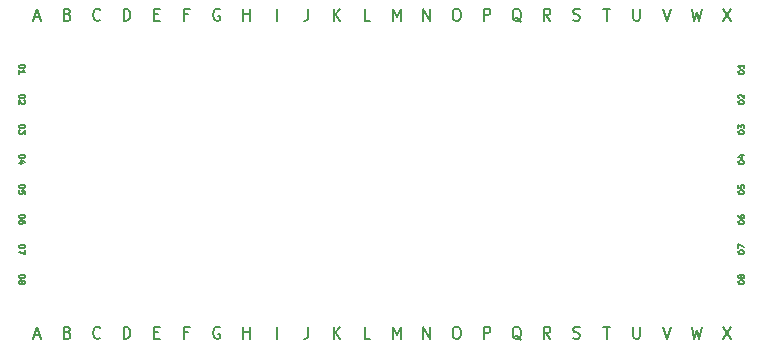
<source format=gbr>
G04 #@! TF.GenerationSoftware,KiCad,Pcbnew,9.0.1*
G04 #@! TF.CreationDate,2025-05-07T17:04:56-04:00*
G04 #@! TF.ProjectId,matrix-protoboard_10x24,6d617472-6978-42d7-9072-6f746f626f61,rev?*
G04 #@! TF.SameCoordinates,Original*
G04 #@! TF.FileFunction,Legend,Top*
G04 #@! TF.FilePolarity,Positive*
%FSLAX46Y46*%
G04 Gerber Fmt 4.6, Leading zero omitted, Abs format (unit mm)*
G04 Created by KiCad (PCBNEW 9.0.1) date 2025-05-07 17:04:56*
%MOMM*%
%LPD*%
G01*
G04 APERTURE LIST*
%ADD10C,0.150000*%
%ADD11C,0.127000*%
G04 APERTURE END LIST*
D10*
X110751905Y-103847104D02*
X111228095Y-103847104D01*
X110656667Y-104132819D02*
X110990000Y-103132819D01*
X110990000Y-103132819D02*
X111323333Y-104132819D01*
X156424286Y-104085200D02*
X156567143Y-104132819D01*
X156567143Y-104132819D02*
X156805238Y-104132819D01*
X156805238Y-104132819D02*
X156900476Y-104085200D01*
X156900476Y-104085200D02*
X156948095Y-104037580D01*
X156948095Y-104037580D02*
X156995714Y-103942342D01*
X156995714Y-103942342D02*
X156995714Y-103847104D01*
X156995714Y-103847104D02*
X156948095Y-103751866D01*
X156948095Y-103751866D02*
X156900476Y-103704247D01*
X156900476Y-103704247D02*
X156805238Y-103656628D01*
X156805238Y-103656628D02*
X156614762Y-103609009D01*
X156614762Y-103609009D02*
X156519524Y-103561390D01*
X156519524Y-103561390D02*
X156471905Y-103513771D01*
X156471905Y-103513771D02*
X156424286Y-103418533D01*
X156424286Y-103418533D02*
X156424286Y-103323295D01*
X156424286Y-103323295D02*
X156471905Y-103228057D01*
X156471905Y-103228057D02*
X156519524Y-103180438D01*
X156519524Y-103180438D02*
X156614762Y-103132819D01*
X156614762Y-103132819D02*
X156852857Y-103132819D01*
X156852857Y-103132819D02*
X156995714Y-103180438D01*
X146454762Y-130056819D02*
X146645238Y-130056819D01*
X146645238Y-130056819D02*
X146740476Y-130104438D01*
X146740476Y-130104438D02*
X146835714Y-130199676D01*
X146835714Y-130199676D02*
X146883333Y-130390152D01*
X146883333Y-130390152D02*
X146883333Y-130723485D01*
X146883333Y-130723485D02*
X146835714Y-130913961D01*
X146835714Y-130913961D02*
X146740476Y-131009200D01*
X146740476Y-131009200D02*
X146645238Y-131056819D01*
X146645238Y-131056819D02*
X146454762Y-131056819D01*
X146454762Y-131056819D02*
X146359524Y-131009200D01*
X146359524Y-131009200D02*
X146264286Y-130913961D01*
X146264286Y-130913961D02*
X146216667Y-130723485D01*
X146216667Y-130723485D02*
X146216667Y-130390152D01*
X146216667Y-130390152D02*
X146264286Y-130199676D01*
X146264286Y-130199676D02*
X146359524Y-130104438D01*
X146359524Y-130104438D02*
X146454762Y-130056819D01*
X141136667Y-104132819D02*
X141136667Y-103132819D01*
X141136667Y-103132819D02*
X141470000Y-103847104D01*
X141470000Y-103847104D02*
X141803333Y-103132819D01*
X141803333Y-103132819D02*
X141803333Y-104132819D01*
X156424286Y-131009200D02*
X156567143Y-131056819D01*
X156567143Y-131056819D02*
X156805238Y-131056819D01*
X156805238Y-131056819D02*
X156900476Y-131009200D01*
X156900476Y-131009200D02*
X156948095Y-130961580D01*
X156948095Y-130961580D02*
X156995714Y-130866342D01*
X156995714Y-130866342D02*
X156995714Y-130771104D01*
X156995714Y-130771104D02*
X156948095Y-130675866D01*
X156948095Y-130675866D02*
X156900476Y-130628247D01*
X156900476Y-130628247D02*
X156805238Y-130580628D01*
X156805238Y-130580628D02*
X156614762Y-130533009D01*
X156614762Y-130533009D02*
X156519524Y-130485390D01*
X156519524Y-130485390D02*
X156471905Y-130437771D01*
X156471905Y-130437771D02*
X156424286Y-130342533D01*
X156424286Y-130342533D02*
X156424286Y-130247295D01*
X156424286Y-130247295D02*
X156471905Y-130152057D01*
X156471905Y-130152057D02*
X156519524Y-130104438D01*
X156519524Y-130104438D02*
X156614762Y-130056819D01*
X156614762Y-130056819D02*
X156852857Y-130056819D01*
X156852857Y-130056819D02*
X156995714Y-130104438D01*
X128484286Y-131056819D02*
X128484286Y-130056819D01*
X128484286Y-130533009D02*
X129055714Y-130533009D01*
X129055714Y-131056819D02*
X129055714Y-130056819D01*
X154479523Y-131056819D02*
X154146190Y-130580628D01*
X153908095Y-131056819D02*
X153908095Y-130056819D01*
X153908095Y-130056819D02*
X154289047Y-130056819D01*
X154289047Y-130056819D02*
X154384285Y-130104438D01*
X154384285Y-130104438D02*
X154431904Y-130152057D01*
X154431904Y-130152057D02*
X154479523Y-130247295D01*
X154479523Y-130247295D02*
X154479523Y-130390152D01*
X154479523Y-130390152D02*
X154431904Y-130485390D01*
X154431904Y-130485390D02*
X154384285Y-130533009D01*
X154384285Y-130533009D02*
X154289047Y-130580628D01*
X154289047Y-130580628D02*
X153908095Y-130580628D01*
X116379523Y-104037580D02*
X116331904Y-104085200D01*
X116331904Y-104085200D02*
X116189047Y-104132819D01*
X116189047Y-104132819D02*
X116093809Y-104132819D01*
X116093809Y-104132819D02*
X115950952Y-104085200D01*
X115950952Y-104085200D02*
X115855714Y-103989961D01*
X115855714Y-103989961D02*
X115808095Y-103894723D01*
X115808095Y-103894723D02*
X115760476Y-103704247D01*
X115760476Y-103704247D02*
X115760476Y-103561390D01*
X115760476Y-103561390D02*
X115808095Y-103370914D01*
X115808095Y-103370914D02*
X115855714Y-103275676D01*
X115855714Y-103275676D02*
X115950952Y-103180438D01*
X115950952Y-103180438D02*
X116093809Y-103132819D01*
X116093809Y-103132819D02*
X116189047Y-103132819D01*
X116189047Y-103132819D02*
X116331904Y-103180438D01*
X116331904Y-103180438D02*
X116379523Y-103228057D01*
D11*
X109999593Y-115603904D02*
X109999593Y-115652285D01*
X109999593Y-115652285D02*
X109975403Y-115700666D01*
X109975403Y-115700666D02*
X109951212Y-115724856D01*
X109951212Y-115724856D02*
X109902831Y-115749047D01*
X109902831Y-115749047D02*
X109806069Y-115773237D01*
X109806069Y-115773237D02*
X109685117Y-115773237D01*
X109685117Y-115773237D02*
X109588355Y-115749047D01*
X109588355Y-115749047D02*
X109539974Y-115724856D01*
X109539974Y-115724856D02*
X109515784Y-115700666D01*
X109515784Y-115700666D02*
X109491593Y-115652285D01*
X109491593Y-115652285D02*
X109491593Y-115603904D01*
X109491593Y-115603904D02*
X109515784Y-115555523D01*
X109515784Y-115555523D02*
X109539974Y-115531332D01*
X109539974Y-115531332D02*
X109588355Y-115507142D01*
X109588355Y-115507142D02*
X109685117Y-115482951D01*
X109685117Y-115482951D02*
X109806069Y-115482951D01*
X109806069Y-115482951D02*
X109902831Y-115507142D01*
X109902831Y-115507142D02*
X109951212Y-115531332D01*
X109951212Y-115531332D02*
X109975403Y-115555523D01*
X109975403Y-115555523D02*
X109999593Y-115603904D01*
X109830260Y-116208666D02*
X109491593Y-116208666D01*
X110023784Y-116087714D02*
X109660926Y-115966761D01*
X109660926Y-115966761D02*
X109660926Y-116281238D01*
D10*
X126491904Y-130104438D02*
X126396666Y-130056819D01*
X126396666Y-130056819D02*
X126253809Y-130056819D01*
X126253809Y-130056819D02*
X126110952Y-130104438D01*
X126110952Y-130104438D02*
X126015714Y-130199676D01*
X126015714Y-130199676D02*
X125968095Y-130294914D01*
X125968095Y-130294914D02*
X125920476Y-130485390D01*
X125920476Y-130485390D02*
X125920476Y-130628247D01*
X125920476Y-130628247D02*
X125968095Y-130818723D01*
X125968095Y-130818723D02*
X126015714Y-130913961D01*
X126015714Y-130913961D02*
X126110952Y-131009200D01*
X126110952Y-131009200D02*
X126253809Y-131056819D01*
X126253809Y-131056819D02*
X126349047Y-131056819D01*
X126349047Y-131056819D02*
X126491904Y-131009200D01*
X126491904Y-131009200D02*
X126539523Y-130961580D01*
X126539523Y-130961580D02*
X126539523Y-130628247D01*
X126539523Y-130628247D02*
X126349047Y-130628247D01*
X143724286Y-131056819D02*
X143724286Y-130056819D01*
X143724286Y-130056819D02*
X144295714Y-131056819D01*
X144295714Y-131056819D02*
X144295714Y-130056819D01*
X152010952Y-131152057D02*
X151915714Y-131104438D01*
X151915714Y-131104438D02*
X151820476Y-131009200D01*
X151820476Y-131009200D02*
X151677619Y-130866342D01*
X151677619Y-130866342D02*
X151582381Y-130818723D01*
X151582381Y-130818723D02*
X151487143Y-130818723D01*
X151534762Y-131056819D02*
X151439524Y-131009200D01*
X151439524Y-131009200D02*
X151344286Y-130913961D01*
X151344286Y-130913961D02*
X151296667Y-130723485D01*
X151296667Y-130723485D02*
X151296667Y-130390152D01*
X151296667Y-130390152D02*
X151344286Y-130199676D01*
X151344286Y-130199676D02*
X151439524Y-130104438D01*
X151439524Y-130104438D02*
X151534762Y-130056819D01*
X151534762Y-130056819D02*
X151725238Y-130056819D01*
X151725238Y-130056819D02*
X151820476Y-130104438D01*
X151820476Y-130104438D02*
X151915714Y-130199676D01*
X151915714Y-130199676D02*
X151963333Y-130390152D01*
X151963333Y-130390152D02*
X151963333Y-130723485D01*
X151963333Y-130723485D02*
X151915714Y-130913961D01*
X151915714Y-130913961D02*
X151820476Y-131009200D01*
X151820476Y-131009200D02*
X151725238Y-131056819D01*
X151725238Y-131056819D02*
X151534762Y-131056819D01*
X143724286Y-104132819D02*
X143724286Y-103132819D01*
X143724286Y-103132819D02*
X144295714Y-104132819D01*
X144295714Y-104132819D02*
X144295714Y-103132819D01*
D11*
X170400406Y-126296095D02*
X170400406Y-126247714D01*
X170400406Y-126247714D02*
X170424596Y-126199333D01*
X170424596Y-126199333D02*
X170448787Y-126175143D01*
X170448787Y-126175143D02*
X170497168Y-126150952D01*
X170497168Y-126150952D02*
X170593930Y-126126762D01*
X170593930Y-126126762D02*
X170714882Y-126126762D01*
X170714882Y-126126762D02*
X170811644Y-126150952D01*
X170811644Y-126150952D02*
X170860025Y-126175143D01*
X170860025Y-126175143D02*
X170884216Y-126199333D01*
X170884216Y-126199333D02*
X170908406Y-126247714D01*
X170908406Y-126247714D02*
X170908406Y-126296095D01*
X170908406Y-126296095D02*
X170884216Y-126344476D01*
X170884216Y-126344476D02*
X170860025Y-126368667D01*
X170860025Y-126368667D02*
X170811644Y-126392857D01*
X170811644Y-126392857D02*
X170714882Y-126417048D01*
X170714882Y-126417048D02*
X170593930Y-126417048D01*
X170593930Y-126417048D02*
X170497168Y-126392857D01*
X170497168Y-126392857D02*
X170448787Y-126368667D01*
X170448787Y-126368667D02*
X170424596Y-126344476D01*
X170424596Y-126344476D02*
X170400406Y-126296095D01*
X170618120Y-125836476D02*
X170593930Y-125884857D01*
X170593930Y-125884857D02*
X170569739Y-125909047D01*
X170569739Y-125909047D02*
X170521358Y-125933238D01*
X170521358Y-125933238D02*
X170497168Y-125933238D01*
X170497168Y-125933238D02*
X170448787Y-125909047D01*
X170448787Y-125909047D02*
X170424596Y-125884857D01*
X170424596Y-125884857D02*
X170400406Y-125836476D01*
X170400406Y-125836476D02*
X170400406Y-125739714D01*
X170400406Y-125739714D02*
X170424596Y-125691333D01*
X170424596Y-125691333D02*
X170448787Y-125667142D01*
X170448787Y-125667142D02*
X170497168Y-125642952D01*
X170497168Y-125642952D02*
X170521358Y-125642952D01*
X170521358Y-125642952D02*
X170569739Y-125667142D01*
X170569739Y-125667142D02*
X170593930Y-125691333D01*
X170593930Y-125691333D02*
X170618120Y-125739714D01*
X170618120Y-125739714D02*
X170618120Y-125836476D01*
X170618120Y-125836476D02*
X170642311Y-125884857D01*
X170642311Y-125884857D02*
X170666501Y-125909047D01*
X170666501Y-125909047D02*
X170714882Y-125933238D01*
X170714882Y-125933238D02*
X170811644Y-125933238D01*
X170811644Y-125933238D02*
X170860025Y-125909047D01*
X170860025Y-125909047D02*
X170884216Y-125884857D01*
X170884216Y-125884857D02*
X170908406Y-125836476D01*
X170908406Y-125836476D02*
X170908406Y-125739714D01*
X170908406Y-125739714D02*
X170884216Y-125691333D01*
X170884216Y-125691333D02*
X170860025Y-125667142D01*
X170860025Y-125667142D02*
X170811644Y-125642952D01*
X170811644Y-125642952D02*
X170714882Y-125642952D01*
X170714882Y-125642952D02*
X170666501Y-125667142D01*
X170666501Y-125667142D02*
X170642311Y-125691333D01*
X170642311Y-125691333D02*
X170618120Y-125739714D01*
D10*
X123832857Y-130533009D02*
X123499524Y-130533009D01*
X123499524Y-131056819D02*
X123499524Y-130056819D01*
X123499524Y-130056819D02*
X123975714Y-130056819D01*
X128484286Y-104132819D02*
X128484286Y-103132819D01*
X128484286Y-103609009D02*
X129055714Y-103609009D01*
X129055714Y-104132819D02*
X129055714Y-103132819D01*
X123832857Y-103609009D02*
X123499524Y-103609009D01*
X123499524Y-104132819D02*
X123499524Y-103132819D01*
X123499524Y-103132819D02*
X123975714Y-103132819D01*
X166441429Y-103132819D02*
X166679524Y-104132819D01*
X166679524Y-104132819D02*
X166870000Y-103418533D01*
X166870000Y-103418533D02*
X167060476Y-104132819D01*
X167060476Y-104132819D02*
X167298572Y-103132819D01*
D11*
X109999593Y-120683904D02*
X109999593Y-120732285D01*
X109999593Y-120732285D02*
X109975403Y-120780666D01*
X109975403Y-120780666D02*
X109951212Y-120804856D01*
X109951212Y-120804856D02*
X109902831Y-120829047D01*
X109902831Y-120829047D02*
X109806069Y-120853237D01*
X109806069Y-120853237D02*
X109685117Y-120853237D01*
X109685117Y-120853237D02*
X109588355Y-120829047D01*
X109588355Y-120829047D02*
X109539974Y-120804856D01*
X109539974Y-120804856D02*
X109515784Y-120780666D01*
X109515784Y-120780666D02*
X109491593Y-120732285D01*
X109491593Y-120732285D02*
X109491593Y-120683904D01*
X109491593Y-120683904D02*
X109515784Y-120635523D01*
X109515784Y-120635523D02*
X109539974Y-120611332D01*
X109539974Y-120611332D02*
X109588355Y-120587142D01*
X109588355Y-120587142D02*
X109685117Y-120562951D01*
X109685117Y-120562951D02*
X109806069Y-120562951D01*
X109806069Y-120562951D02*
X109902831Y-120587142D01*
X109902831Y-120587142D02*
X109951212Y-120611332D01*
X109951212Y-120611332D02*
X109975403Y-120635523D01*
X109975403Y-120635523D02*
X109999593Y-120683904D01*
X109999593Y-121288666D02*
X109999593Y-121191904D01*
X109999593Y-121191904D02*
X109975403Y-121143523D01*
X109975403Y-121143523D02*
X109951212Y-121119333D01*
X109951212Y-121119333D02*
X109878641Y-121070952D01*
X109878641Y-121070952D02*
X109781879Y-121046761D01*
X109781879Y-121046761D02*
X109588355Y-121046761D01*
X109588355Y-121046761D02*
X109539974Y-121070952D01*
X109539974Y-121070952D02*
X109515784Y-121095142D01*
X109515784Y-121095142D02*
X109491593Y-121143523D01*
X109491593Y-121143523D02*
X109491593Y-121240285D01*
X109491593Y-121240285D02*
X109515784Y-121288666D01*
X109515784Y-121288666D02*
X109539974Y-121312857D01*
X109539974Y-121312857D02*
X109588355Y-121337047D01*
X109588355Y-121337047D02*
X109709307Y-121337047D01*
X109709307Y-121337047D02*
X109757688Y-121312857D01*
X109757688Y-121312857D02*
X109781879Y-121288666D01*
X109781879Y-121288666D02*
X109806069Y-121240285D01*
X109806069Y-121240285D02*
X109806069Y-121143523D01*
X109806069Y-121143523D02*
X109781879Y-121095142D01*
X109781879Y-121095142D02*
X109757688Y-121070952D01*
X109757688Y-121070952D02*
X109709307Y-121046761D01*
D10*
X146454762Y-103132819D02*
X146645238Y-103132819D01*
X146645238Y-103132819D02*
X146740476Y-103180438D01*
X146740476Y-103180438D02*
X146835714Y-103275676D01*
X146835714Y-103275676D02*
X146883333Y-103466152D01*
X146883333Y-103466152D02*
X146883333Y-103799485D01*
X146883333Y-103799485D02*
X146835714Y-103989961D01*
X146835714Y-103989961D02*
X146740476Y-104085200D01*
X146740476Y-104085200D02*
X146645238Y-104132819D01*
X146645238Y-104132819D02*
X146454762Y-104132819D01*
X146454762Y-104132819D02*
X146359524Y-104085200D01*
X146359524Y-104085200D02*
X146264286Y-103989961D01*
X146264286Y-103989961D02*
X146216667Y-103799485D01*
X146216667Y-103799485D02*
X146216667Y-103466152D01*
X146216667Y-103466152D02*
X146264286Y-103275676D01*
X146264286Y-103275676D02*
X146359524Y-103180438D01*
X146359524Y-103180438D02*
X146454762Y-103132819D01*
X116379523Y-130961580D02*
X116331904Y-131009200D01*
X116331904Y-131009200D02*
X116189047Y-131056819D01*
X116189047Y-131056819D02*
X116093809Y-131056819D01*
X116093809Y-131056819D02*
X115950952Y-131009200D01*
X115950952Y-131009200D02*
X115855714Y-130913961D01*
X115855714Y-130913961D02*
X115808095Y-130818723D01*
X115808095Y-130818723D02*
X115760476Y-130628247D01*
X115760476Y-130628247D02*
X115760476Y-130485390D01*
X115760476Y-130485390D02*
X115808095Y-130294914D01*
X115808095Y-130294914D02*
X115855714Y-130199676D01*
X115855714Y-130199676D02*
X115950952Y-130104438D01*
X115950952Y-130104438D02*
X116093809Y-130056819D01*
X116093809Y-130056819D02*
X116189047Y-130056819D01*
X116189047Y-130056819D02*
X116331904Y-130104438D01*
X116331904Y-130104438D02*
X116379523Y-130152057D01*
D11*
X109999593Y-110523904D02*
X109999593Y-110572285D01*
X109999593Y-110572285D02*
X109975403Y-110620666D01*
X109975403Y-110620666D02*
X109951212Y-110644856D01*
X109951212Y-110644856D02*
X109902831Y-110669047D01*
X109902831Y-110669047D02*
X109806069Y-110693237D01*
X109806069Y-110693237D02*
X109685117Y-110693237D01*
X109685117Y-110693237D02*
X109588355Y-110669047D01*
X109588355Y-110669047D02*
X109539974Y-110644856D01*
X109539974Y-110644856D02*
X109515784Y-110620666D01*
X109515784Y-110620666D02*
X109491593Y-110572285D01*
X109491593Y-110572285D02*
X109491593Y-110523904D01*
X109491593Y-110523904D02*
X109515784Y-110475523D01*
X109515784Y-110475523D02*
X109539974Y-110451332D01*
X109539974Y-110451332D02*
X109588355Y-110427142D01*
X109588355Y-110427142D02*
X109685117Y-110402951D01*
X109685117Y-110402951D02*
X109806069Y-110402951D01*
X109806069Y-110402951D02*
X109902831Y-110427142D01*
X109902831Y-110427142D02*
X109951212Y-110451332D01*
X109951212Y-110451332D02*
X109975403Y-110475523D01*
X109975403Y-110475523D02*
X109999593Y-110523904D01*
X109951212Y-110886761D02*
X109975403Y-110910952D01*
X109975403Y-110910952D02*
X109999593Y-110959333D01*
X109999593Y-110959333D02*
X109999593Y-111080285D01*
X109999593Y-111080285D02*
X109975403Y-111128666D01*
X109975403Y-111128666D02*
X109951212Y-111152857D01*
X109951212Y-111152857D02*
X109902831Y-111177047D01*
X109902831Y-111177047D02*
X109854450Y-111177047D01*
X109854450Y-111177047D02*
X109781879Y-111152857D01*
X109781879Y-111152857D02*
X109491593Y-110862571D01*
X109491593Y-110862571D02*
X109491593Y-111177047D01*
D10*
X158964286Y-103132819D02*
X159535714Y-103132819D01*
X159250000Y-104132819D02*
X159250000Y-103132819D01*
D11*
X170400406Y-108516095D02*
X170400406Y-108467714D01*
X170400406Y-108467714D02*
X170424596Y-108419333D01*
X170424596Y-108419333D02*
X170448787Y-108395143D01*
X170448787Y-108395143D02*
X170497168Y-108370952D01*
X170497168Y-108370952D02*
X170593930Y-108346762D01*
X170593930Y-108346762D02*
X170714882Y-108346762D01*
X170714882Y-108346762D02*
X170811644Y-108370952D01*
X170811644Y-108370952D02*
X170860025Y-108395143D01*
X170860025Y-108395143D02*
X170884216Y-108419333D01*
X170884216Y-108419333D02*
X170908406Y-108467714D01*
X170908406Y-108467714D02*
X170908406Y-108516095D01*
X170908406Y-108516095D02*
X170884216Y-108564476D01*
X170884216Y-108564476D02*
X170860025Y-108588667D01*
X170860025Y-108588667D02*
X170811644Y-108612857D01*
X170811644Y-108612857D02*
X170714882Y-108637048D01*
X170714882Y-108637048D02*
X170593930Y-108637048D01*
X170593930Y-108637048D02*
X170497168Y-108612857D01*
X170497168Y-108612857D02*
X170448787Y-108588667D01*
X170448787Y-108588667D02*
X170424596Y-108564476D01*
X170424596Y-108564476D02*
X170400406Y-108516095D01*
X170908406Y-107862952D02*
X170908406Y-108153238D01*
X170908406Y-108008095D02*
X170400406Y-108008095D01*
X170400406Y-108008095D02*
X170472977Y-108056476D01*
X170472977Y-108056476D02*
X170521358Y-108104857D01*
X170521358Y-108104857D02*
X170545549Y-108153238D01*
X170400406Y-113596095D02*
X170400406Y-113547714D01*
X170400406Y-113547714D02*
X170424596Y-113499333D01*
X170424596Y-113499333D02*
X170448787Y-113475143D01*
X170448787Y-113475143D02*
X170497168Y-113450952D01*
X170497168Y-113450952D02*
X170593930Y-113426762D01*
X170593930Y-113426762D02*
X170714882Y-113426762D01*
X170714882Y-113426762D02*
X170811644Y-113450952D01*
X170811644Y-113450952D02*
X170860025Y-113475143D01*
X170860025Y-113475143D02*
X170884216Y-113499333D01*
X170884216Y-113499333D02*
X170908406Y-113547714D01*
X170908406Y-113547714D02*
X170908406Y-113596095D01*
X170908406Y-113596095D02*
X170884216Y-113644476D01*
X170884216Y-113644476D02*
X170860025Y-113668667D01*
X170860025Y-113668667D02*
X170811644Y-113692857D01*
X170811644Y-113692857D02*
X170714882Y-113717048D01*
X170714882Y-113717048D02*
X170593930Y-113717048D01*
X170593930Y-113717048D02*
X170497168Y-113692857D01*
X170497168Y-113692857D02*
X170448787Y-113668667D01*
X170448787Y-113668667D02*
X170424596Y-113644476D01*
X170424596Y-113644476D02*
X170400406Y-113596095D01*
X170400406Y-113257428D02*
X170400406Y-112942952D01*
X170400406Y-112942952D02*
X170593930Y-113112285D01*
X170593930Y-113112285D02*
X170593930Y-113039714D01*
X170593930Y-113039714D02*
X170618120Y-112991333D01*
X170618120Y-112991333D02*
X170642311Y-112967142D01*
X170642311Y-112967142D02*
X170690692Y-112942952D01*
X170690692Y-112942952D02*
X170811644Y-112942952D01*
X170811644Y-112942952D02*
X170860025Y-112967142D01*
X170860025Y-112967142D02*
X170884216Y-112991333D01*
X170884216Y-112991333D02*
X170908406Y-113039714D01*
X170908406Y-113039714D02*
X170908406Y-113184857D01*
X170908406Y-113184857D02*
X170884216Y-113233238D01*
X170884216Y-113233238D02*
X170860025Y-113257428D01*
X170400406Y-118676095D02*
X170400406Y-118627714D01*
X170400406Y-118627714D02*
X170424596Y-118579333D01*
X170424596Y-118579333D02*
X170448787Y-118555143D01*
X170448787Y-118555143D02*
X170497168Y-118530952D01*
X170497168Y-118530952D02*
X170593930Y-118506762D01*
X170593930Y-118506762D02*
X170714882Y-118506762D01*
X170714882Y-118506762D02*
X170811644Y-118530952D01*
X170811644Y-118530952D02*
X170860025Y-118555143D01*
X170860025Y-118555143D02*
X170884216Y-118579333D01*
X170884216Y-118579333D02*
X170908406Y-118627714D01*
X170908406Y-118627714D02*
X170908406Y-118676095D01*
X170908406Y-118676095D02*
X170884216Y-118724476D01*
X170884216Y-118724476D02*
X170860025Y-118748667D01*
X170860025Y-118748667D02*
X170811644Y-118772857D01*
X170811644Y-118772857D02*
X170714882Y-118797048D01*
X170714882Y-118797048D02*
X170593930Y-118797048D01*
X170593930Y-118797048D02*
X170497168Y-118772857D01*
X170497168Y-118772857D02*
X170448787Y-118748667D01*
X170448787Y-118748667D02*
X170424596Y-118724476D01*
X170424596Y-118724476D02*
X170400406Y-118676095D01*
X170400406Y-118047142D02*
X170400406Y-118289047D01*
X170400406Y-118289047D02*
X170642311Y-118313238D01*
X170642311Y-118313238D02*
X170618120Y-118289047D01*
X170618120Y-118289047D02*
X170593930Y-118240666D01*
X170593930Y-118240666D02*
X170593930Y-118119714D01*
X170593930Y-118119714D02*
X170618120Y-118071333D01*
X170618120Y-118071333D02*
X170642311Y-118047142D01*
X170642311Y-118047142D02*
X170690692Y-118022952D01*
X170690692Y-118022952D02*
X170811644Y-118022952D01*
X170811644Y-118022952D02*
X170860025Y-118047142D01*
X170860025Y-118047142D02*
X170884216Y-118071333D01*
X170884216Y-118071333D02*
X170908406Y-118119714D01*
X170908406Y-118119714D02*
X170908406Y-118240666D01*
X170908406Y-118240666D02*
X170884216Y-118289047D01*
X170884216Y-118289047D02*
X170860025Y-118313238D01*
X170400406Y-111056095D02*
X170400406Y-111007714D01*
X170400406Y-111007714D02*
X170424596Y-110959333D01*
X170424596Y-110959333D02*
X170448787Y-110935143D01*
X170448787Y-110935143D02*
X170497168Y-110910952D01*
X170497168Y-110910952D02*
X170593930Y-110886762D01*
X170593930Y-110886762D02*
X170714882Y-110886762D01*
X170714882Y-110886762D02*
X170811644Y-110910952D01*
X170811644Y-110910952D02*
X170860025Y-110935143D01*
X170860025Y-110935143D02*
X170884216Y-110959333D01*
X170884216Y-110959333D02*
X170908406Y-111007714D01*
X170908406Y-111007714D02*
X170908406Y-111056095D01*
X170908406Y-111056095D02*
X170884216Y-111104476D01*
X170884216Y-111104476D02*
X170860025Y-111128667D01*
X170860025Y-111128667D02*
X170811644Y-111152857D01*
X170811644Y-111152857D02*
X170714882Y-111177048D01*
X170714882Y-111177048D02*
X170593930Y-111177048D01*
X170593930Y-111177048D02*
X170497168Y-111152857D01*
X170497168Y-111152857D02*
X170448787Y-111128667D01*
X170448787Y-111128667D02*
X170424596Y-111104476D01*
X170424596Y-111104476D02*
X170400406Y-111056095D01*
X170448787Y-110693238D02*
X170424596Y-110669047D01*
X170424596Y-110669047D02*
X170400406Y-110620666D01*
X170400406Y-110620666D02*
X170400406Y-110499714D01*
X170400406Y-110499714D02*
X170424596Y-110451333D01*
X170424596Y-110451333D02*
X170448787Y-110427142D01*
X170448787Y-110427142D02*
X170497168Y-110402952D01*
X170497168Y-110402952D02*
X170545549Y-110402952D01*
X170545549Y-110402952D02*
X170618120Y-110427142D01*
X170618120Y-110427142D02*
X170908406Y-110717428D01*
X170908406Y-110717428D02*
X170908406Y-110402952D01*
D10*
X113601428Y-130533009D02*
X113744285Y-130580628D01*
X113744285Y-130580628D02*
X113791904Y-130628247D01*
X113791904Y-130628247D02*
X113839523Y-130723485D01*
X113839523Y-130723485D02*
X113839523Y-130866342D01*
X113839523Y-130866342D02*
X113791904Y-130961580D01*
X113791904Y-130961580D02*
X113744285Y-131009200D01*
X113744285Y-131009200D02*
X113649047Y-131056819D01*
X113649047Y-131056819D02*
X113268095Y-131056819D01*
X113268095Y-131056819D02*
X113268095Y-130056819D01*
X113268095Y-130056819D02*
X113601428Y-130056819D01*
X113601428Y-130056819D02*
X113696666Y-130104438D01*
X113696666Y-130104438D02*
X113744285Y-130152057D01*
X113744285Y-130152057D02*
X113791904Y-130247295D01*
X113791904Y-130247295D02*
X113791904Y-130342533D01*
X113791904Y-130342533D02*
X113744285Y-130437771D01*
X113744285Y-130437771D02*
X113696666Y-130485390D01*
X113696666Y-130485390D02*
X113601428Y-130533009D01*
X113601428Y-130533009D02*
X113268095Y-130533009D01*
X120935714Y-130533009D02*
X121269047Y-130533009D01*
X121411904Y-131056819D02*
X120935714Y-131056819D01*
X120935714Y-131056819D02*
X120935714Y-130056819D01*
X120935714Y-130056819D02*
X121411904Y-130056819D01*
X133992857Y-130056819D02*
X133992857Y-130771104D01*
X133992857Y-130771104D02*
X133945238Y-130913961D01*
X133945238Y-130913961D02*
X133850000Y-131009200D01*
X133850000Y-131009200D02*
X133707143Y-131056819D01*
X133707143Y-131056819D02*
X133611905Y-131056819D01*
X163996667Y-103132819D02*
X164330000Y-104132819D01*
X164330000Y-104132819D02*
X164663333Y-103132819D01*
X169076667Y-103132819D02*
X169743333Y-104132819D01*
X169743333Y-103132819D02*
X169076667Y-104132819D01*
X110751905Y-130771104D02*
X111228095Y-130771104D01*
X110656667Y-131056819D02*
X110990000Y-130056819D01*
X110990000Y-130056819D02*
X111323333Y-131056819D01*
X136128095Y-131056819D02*
X136128095Y-130056819D01*
X136699523Y-131056819D02*
X136270952Y-130485390D01*
X136699523Y-130056819D02*
X136128095Y-130628247D01*
X131310000Y-104132819D02*
X131310000Y-103132819D01*
D11*
X109999593Y-118143904D02*
X109999593Y-118192285D01*
X109999593Y-118192285D02*
X109975403Y-118240666D01*
X109975403Y-118240666D02*
X109951212Y-118264856D01*
X109951212Y-118264856D02*
X109902831Y-118289047D01*
X109902831Y-118289047D02*
X109806069Y-118313237D01*
X109806069Y-118313237D02*
X109685117Y-118313237D01*
X109685117Y-118313237D02*
X109588355Y-118289047D01*
X109588355Y-118289047D02*
X109539974Y-118264856D01*
X109539974Y-118264856D02*
X109515784Y-118240666D01*
X109515784Y-118240666D02*
X109491593Y-118192285D01*
X109491593Y-118192285D02*
X109491593Y-118143904D01*
X109491593Y-118143904D02*
X109515784Y-118095523D01*
X109515784Y-118095523D02*
X109539974Y-118071332D01*
X109539974Y-118071332D02*
X109588355Y-118047142D01*
X109588355Y-118047142D02*
X109685117Y-118022951D01*
X109685117Y-118022951D02*
X109806069Y-118022951D01*
X109806069Y-118022951D02*
X109902831Y-118047142D01*
X109902831Y-118047142D02*
X109951212Y-118071332D01*
X109951212Y-118071332D02*
X109975403Y-118095523D01*
X109975403Y-118095523D02*
X109999593Y-118143904D01*
X109999593Y-118772857D02*
X109999593Y-118530952D01*
X109999593Y-118530952D02*
X109757688Y-118506761D01*
X109757688Y-118506761D02*
X109781879Y-118530952D01*
X109781879Y-118530952D02*
X109806069Y-118579333D01*
X109806069Y-118579333D02*
X109806069Y-118700285D01*
X109806069Y-118700285D02*
X109781879Y-118748666D01*
X109781879Y-118748666D02*
X109757688Y-118772857D01*
X109757688Y-118772857D02*
X109709307Y-118797047D01*
X109709307Y-118797047D02*
X109588355Y-118797047D01*
X109588355Y-118797047D02*
X109539974Y-118772857D01*
X109539974Y-118772857D02*
X109515784Y-118748666D01*
X109515784Y-118748666D02*
X109491593Y-118700285D01*
X109491593Y-118700285D02*
X109491593Y-118579333D01*
X109491593Y-118579333D02*
X109515784Y-118530952D01*
X109515784Y-118530952D02*
X109539974Y-118506761D01*
X109999593Y-123223904D02*
X109999593Y-123272285D01*
X109999593Y-123272285D02*
X109975403Y-123320666D01*
X109975403Y-123320666D02*
X109951212Y-123344856D01*
X109951212Y-123344856D02*
X109902831Y-123369047D01*
X109902831Y-123369047D02*
X109806069Y-123393237D01*
X109806069Y-123393237D02*
X109685117Y-123393237D01*
X109685117Y-123393237D02*
X109588355Y-123369047D01*
X109588355Y-123369047D02*
X109539974Y-123344856D01*
X109539974Y-123344856D02*
X109515784Y-123320666D01*
X109515784Y-123320666D02*
X109491593Y-123272285D01*
X109491593Y-123272285D02*
X109491593Y-123223904D01*
X109491593Y-123223904D02*
X109515784Y-123175523D01*
X109515784Y-123175523D02*
X109539974Y-123151332D01*
X109539974Y-123151332D02*
X109588355Y-123127142D01*
X109588355Y-123127142D02*
X109685117Y-123102951D01*
X109685117Y-123102951D02*
X109806069Y-123102951D01*
X109806069Y-123102951D02*
X109902831Y-123127142D01*
X109902831Y-123127142D02*
X109951212Y-123151332D01*
X109951212Y-123151332D02*
X109975403Y-123175523D01*
X109975403Y-123175523D02*
X109999593Y-123223904D01*
X109999593Y-123562571D02*
X109999593Y-123901238D01*
X109999593Y-123901238D02*
X109491593Y-123683523D01*
D10*
X154479523Y-104132819D02*
X154146190Y-103656628D01*
X153908095Y-104132819D02*
X153908095Y-103132819D01*
X153908095Y-103132819D02*
X154289047Y-103132819D01*
X154289047Y-103132819D02*
X154384285Y-103180438D01*
X154384285Y-103180438D02*
X154431904Y-103228057D01*
X154431904Y-103228057D02*
X154479523Y-103323295D01*
X154479523Y-103323295D02*
X154479523Y-103466152D01*
X154479523Y-103466152D02*
X154431904Y-103561390D01*
X154431904Y-103561390D02*
X154384285Y-103609009D01*
X154384285Y-103609009D02*
X154289047Y-103656628D01*
X154289047Y-103656628D02*
X153908095Y-103656628D01*
X118348095Y-104132819D02*
X118348095Y-103132819D01*
X118348095Y-103132819D02*
X118586190Y-103132819D01*
X118586190Y-103132819D02*
X118729047Y-103180438D01*
X118729047Y-103180438D02*
X118824285Y-103275676D01*
X118824285Y-103275676D02*
X118871904Y-103370914D01*
X118871904Y-103370914D02*
X118919523Y-103561390D01*
X118919523Y-103561390D02*
X118919523Y-103704247D01*
X118919523Y-103704247D02*
X118871904Y-103894723D01*
X118871904Y-103894723D02*
X118824285Y-103989961D01*
X118824285Y-103989961D02*
X118729047Y-104085200D01*
X118729047Y-104085200D02*
X118586190Y-104132819D01*
X118586190Y-104132819D02*
X118348095Y-104132819D01*
X120935714Y-103609009D02*
X121269047Y-103609009D01*
X121411904Y-104132819D02*
X120935714Y-104132819D01*
X120935714Y-104132819D02*
X120935714Y-103132819D01*
X120935714Y-103132819D02*
X121411904Y-103132819D01*
X131310000Y-131056819D02*
X131310000Y-130056819D01*
X169076667Y-130056819D02*
X169743333Y-131056819D01*
X169743333Y-130056819D02*
X169076667Y-131056819D01*
X139239523Y-131056819D02*
X138763333Y-131056819D01*
X138763333Y-131056819D02*
X138763333Y-130056819D01*
X163996667Y-130056819D02*
X164330000Y-131056819D01*
X164330000Y-131056819D02*
X164663333Y-130056819D01*
X141136667Y-131056819D02*
X141136667Y-130056819D01*
X141136667Y-130056819D02*
X141470000Y-130771104D01*
X141470000Y-130771104D02*
X141803333Y-130056819D01*
X141803333Y-130056819D02*
X141803333Y-131056819D01*
D11*
X109999593Y-125763904D02*
X109999593Y-125812285D01*
X109999593Y-125812285D02*
X109975403Y-125860666D01*
X109975403Y-125860666D02*
X109951212Y-125884856D01*
X109951212Y-125884856D02*
X109902831Y-125909047D01*
X109902831Y-125909047D02*
X109806069Y-125933237D01*
X109806069Y-125933237D02*
X109685117Y-125933237D01*
X109685117Y-125933237D02*
X109588355Y-125909047D01*
X109588355Y-125909047D02*
X109539974Y-125884856D01*
X109539974Y-125884856D02*
X109515784Y-125860666D01*
X109515784Y-125860666D02*
X109491593Y-125812285D01*
X109491593Y-125812285D02*
X109491593Y-125763904D01*
X109491593Y-125763904D02*
X109515784Y-125715523D01*
X109515784Y-125715523D02*
X109539974Y-125691332D01*
X109539974Y-125691332D02*
X109588355Y-125667142D01*
X109588355Y-125667142D02*
X109685117Y-125642951D01*
X109685117Y-125642951D02*
X109806069Y-125642951D01*
X109806069Y-125642951D02*
X109902831Y-125667142D01*
X109902831Y-125667142D02*
X109951212Y-125691332D01*
X109951212Y-125691332D02*
X109975403Y-125715523D01*
X109975403Y-125715523D02*
X109999593Y-125763904D01*
X109781879Y-126223523D02*
X109806069Y-126175142D01*
X109806069Y-126175142D02*
X109830260Y-126150952D01*
X109830260Y-126150952D02*
X109878641Y-126126761D01*
X109878641Y-126126761D02*
X109902831Y-126126761D01*
X109902831Y-126126761D02*
X109951212Y-126150952D01*
X109951212Y-126150952D02*
X109975403Y-126175142D01*
X109975403Y-126175142D02*
X109999593Y-126223523D01*
X109999593Y-126223523D02*
X109999593Y-126320285D01*
X109999593Y-126320285D02*
X109975403Y-126368666D01*
X109975403Y-126368666D02*
X109951212Y-126392857D01*
X109951212Y-126392857D02*
X109902831Y-126417047D01*
X109902831Y-126417047D02*
X109878641Y-126417047D01*
X109878641Y-126417047D02*
X109830260Y-126392857D01*
X109830260Y-126392857D02*
X109806069Y-126368666D01*
X109806069Y-126368666D02*
X109781879Y-126320285D01*
X109781879Y-126320285D02*
X109781879Y-126223523D01*
X109781879Y-126223523D02*
X109757688Y-126175142D01*
X109757688Y-126175142D02*
X109733498Y-126150952D01*
X109733498Y-126150952D02*
X109685117Y-126126761D01*
X109685117Y-126126761D02*
X109588355Y-126126761D01*
X109588355Y-126126761D02*
X109539974Y-126150952D01*
X109539974Y-126150952D02*
X109515784Y-126175142D01*
X109515784Y-126175142D02*
X109491593Y-126223523D01*
X109491593Y-126223523D02*
X109491593Y-126320285D01*
X109491593Y-126320285D02*
X109515784Y-126368666D01*
X109515784Y-126368666D02*
X109539974Y-126392857D01*
X109539974Y-126392857D02*
X109588355Y-126417047D01*
X109588355Y-126417047D02*
X109685117Y-126417047D01*
X109685117Y-126417047D02*
X109733498Y-126392857D01*
X109733498Y-126392857D02*
X109757688Y-126368666D01*
X109757688Y-126368666D02*
X109781879Y-126320285D01*
D10*
X126491904Y-103180438D02*
X126396666Y-103132819D01*
X126396666Y-103132819D02*
X126253809Y-103132819D01*
X126253809Y-103132819D02*
X126110952Y-103180438D01*
X126110952Y-103180438D02*
X126015714Y-103275676D01*
X126015714Y-103275676D02*
X125968095Y-103370914D01*
X125968095Y-103370914D02*
X125920476Y-103561390D01*
X125920476Y-103561390D02*
X125920476Y-103704247D01*
X125920476Y-103704247D02*
X125968095Y-103894723D01*
X125968095Y-103894723D02*
X126015714Y-103989961D01*
X126015714Y-103989961D02*
X126110952Y-104085200D01*
X126110952Y-104085200D02*
X126253809Y-104132819D01*
X126253809Y-104132819D02*
X126349047Y-104132819D01*
X126349047Y-104132819D02*
X126491904Y-104085200D01*
X126491904Y-104085200D02*
X126539523Y-104037580D01*
X126539523Y-104037580D02*
X126539523Y-103704247D01*
X126539523Y-103704247D02*
X126349047Y-103704247D01*
X139239523Y-104132819D02*
X138763333Y-104132819D01*
X138763333Y-104132819D02*
X138763333Y-103132819D01*
X161504286Y-103132819D02*
X161504286Y-103942342D01*
X161504286Y-103942342D02*
X161551905Y-104037580D01*
X161551905Y-104037580D02*
X161599524Y-104085200D01*
X161599524Y-104085200D02*
X161694762Y-104132819D01*
X161694762Y-104132819D02*
X161885238Y-104132819D01*
X161885238Y-104132819D02*
X161980476Y-104085200D01*
X161980476Y-104085200D02*
X162028095Y-104037580D01*
X162028095Y-104037580D02*
X162075714Y-103942342D01*
X162075714Y-103942342D02*
X162075714Y-103132819D01*
X118348095Y-131056819D02*
X118348095Y-130056819D01*
X118348095Y-130056819D02*
X118586190Y-130056819D01*
X118586190Y-130056819D02*
X118729047Y-130104438D01*
X118729047Y-130104438D02*
X118824285Y-130199676D01*
X118824285Y-130199676D02*
X118871904Y-130294914D01*
X118871904Y-130294914D02*
X118919523Y-130485390D01*
X118919523Y-130485390D02*
X118919523Y-130628247D01*
X118919523Y-130628247D02*
X118871904Y-130818723D01*
X118871904Y-130818723D02*
X118824285Y-130913961D01*
X118824285Y-130913961D02*
X118729047Y-131009200D01*
X118729047Y-131009200D02*
X118586190Y-131056819D01*
X118586190Y-131056819D02*
X118348095Y-131056819D01*
D11*
X170400406Y-116136095D02*
X170400406Y-116087714D01*
X170400406Y-116087714D02*
X170424596Y-116039333D01*
X170424596Y-116039333D02*
X170448787Y-116015143D01*
X170448787Y-116015143D02*
X170497168Y-115990952D01*
X170497168Y-115990952D02*
X170593930Y-115966762D01*
X170593930Y-115966762D02*
X170714882Y-115966762D01*
X170714882Y-115966762D02*
X170811644Y-115990952D01*
X170811644Y-115990952D02*
X170860025Y-116015143D01*
X170860025Y-116015143D02*
X170884216Y-116039333D01*
X170884216Y-116039333D02*
X170908406Y-116087714D01*
X170908406Y-116087714D02*
X170908406Y-116136095D01*
X170908406Y-116136095D02*
X170884216Y-116184476D01*
X170884216Y-116184476D02*
X170860025Y-116208667D01*
X170860025Y-116208667D02*
X170811644Y-116232857D01*
X170811644Y-116232857D02*
X170714882Y-116257048D01*
X170714882Y-116257048D02*
X170593930Y-116257048D01*
X170593930Y-116257048D02*
X170497168Y-116232857D01*
X170497168Y-116232857D02*
X170448787Y-116208667D01*
X170448787Y-116208667D02*
X170424596Y-116184476D01*
X170424596Y-116184476D02*
X170400406Y-116136095D01*
X170569739Y-115531333D02*
X170908406Y-115531333D01*
X170376216Y-115652285D02*
X170739073Y-115773238D01*
X170739073Y-115773238D02*
X170739073Y-115458761D01*
D10*
X166441429Y-130056819D02*
X166679524Y-131056819D01*
X166679524Y-131056819D02*
X166870000Y-130342533D01*
X166870000Y-130342533D02*
X167060476Y-131056819D01*
X167060476Y-131056819D02*
X167298572Y-130056819D01*
D11*
X170400406Y-123756095D02*
X170400406Y-123707714D01*
X170400406Y-123707714D02*
X170424596Y-123659333D01*
X170424596Y-123659333D02*
X170448787Y-123635143D01*
X170448787Y-123635143D02*
X170497168Y-123610952D01*
X170497168Y-123610952D02*
X170593930Y-123586762D01*
X170593930Y-123586762D02*
X170714882Y-123586762D01*
X170714882Y-123586762D02*
X170811644Y-123610952D01*
X170811644Y-123610952D02*
X170860025Y-123635143D01*
X170860025Y-123635143D02*
X170884216Y-123659333D01*
X170884216Y-123659333D02*
X170908406Y-123707714D01*
X170908406Y-123707714D02*
X170908406Y-123756095D01*
X170908406Y-123756095D02*
X170884216Y-123804476D01*
X170884216Y-123804476D02*
X170860025Y-123828667D01*
X170860025Y-123828667D02*
X170811644Y-123852857D01*
X170811644Y-123852857D02*
X170714882Y-123877048D01*
X170714882Y-123877048D02*
X170593930Y-123877048D01*
X170593930Y-123877048D02*
X170497168Y-123852857D01*
X170497168Y-123852857D02*
X170448787Y-123828667D01*
X170448787Y-123828667D02*
X170424596Y-123804476D01*
X170424596Y-123804476D02*
X170400406Y-123756095D01*
X170400406Y-123417428D02*
X170400406Y-123078761D01*
X170400406Y-123078761D02*
X170908406Y-123296476D01*
X109999593Y-107983904D02*
X109999593Y-108032285D01*
X109999593Y-108032285D02*
X109975403Y-108080666D01*
X109975403Y-108080666D02*
X109951212Y-108104856D01*
X109951212Y-108104856D02*
X109902831Y-108129047D01*
X109902831Y-108129047D02*
X109806069Y-108153237D01*
X109806069Y-108153237D02*
X109685117Y-108153237D01*
X109685117Y-108153237D02*
X109588355Y-108129047D01*
X109588355Y-108129047D02*
X109539974Y-108104856D01*
X109539974Y-108104856D02*
X109515784Y-108080666D01*
X109515784Y-108080666D02*
X109491593Y-108032285D01*
X109491593Y-108032285D02*
X109491593Y-107983904D01*
X109491593Y-107983904D02*
X109515784Y-107935523D01*
X109515784Y-107935523D02*
X109539974Y-107911332D01*
X109539974Y-107911332D02*
X109588355Y-107887142D01*
X109588355Y-107887142D02*
X109685117Y-107862951D01*
X109685117Y-107862951D02*
X109806069Y-107862951D01*
X109806069Y-107862951D02*
X109902831Y-107887142D01*
X109902831Y-107887142D02*
X109951212Y-107911332D01*
X109951212Y-107911332D02*
X109975403Y-107935523D01*
X109975403Y-107935523D02*
X109999593Y-107983904D01*
X109491593Y-108637047D02*
X109491593Y-108346761D01*
X109491593Y-108491904D02*
X109999593Y-108491904D01*
X109999593Y-108491904D02*
X109927022Y-108443523D01*
X109927022Y-108443523D02*
X109878641Y-108395142D01*
X109878641Y-108395142D02*
X109854450Y-108346761D01*
D10*
X113601428Y-103609009D02*
X113744285Y-103656628D01*
X113744285Y-103656628D02*
X113791904Y-103704247D01*
X113791904Y-103704247D02*
X113839523Y-103799485D01*
X113839523Y-103799485D02*
X113839523Y-103942342D01*
X113839523Y-103942342D02*
X113791904Y-104037580D01*
X113791904Y-104037580D02*
X113744285Y-104085200D01*
X113744285Y-104085200D02*
X113649047Y-104132819D01*
X113649047Y-104132819D02*
X113268095Y-104132819D01*
X113268095Y-104132819D02*
X113268095Y-103132819D01*
X113268095Y-103132819D02*
X113601428Y-103132819D01*
X113601428Y-103132819D02*
X113696666Y-103180438D01*
X113696666Y-103180438D02*
X113744285Y-103228057D01*
X113744285Y-103228057D02*
X113791904Y-103323295D01*
X113791904Y-103323295D02*
X113791904Y-103418533D01*
X113791904Y-103418533D02*
X113744285Y-103513771D01*
X113744285Y-103513771D02*
X113696666Y-103561390D01*
X113696666Y-103561390D02*
X113601428Y-103609009D01*
X113601428Y-103609009D02*
X113268095Y-103609009D01*
D11*
X109999593Y-113063904D02*
X109999593Y-113112285D01*
X109999593Y-113112285D02*
X109975403Y-113160666D01*
X109975403Y-113160666D02*
X109951212Y-113184856D01*
X109951212Y-113184856D02*
X109902831Y-113209047D01*
X109902831Y-113209047D02*
X109806069Y-113233237D01*
X109806069Y-113233237D02*
X109685117Y-113233237D01*
X109685117Y-113233237D02*
X109588355Y-113209047D01*
X109588355Y-113209047D02*
X109539974Y-113184856D01*
X109539974Y-113184856D02*
X109515784Y-113160666D01*
X109515784Y-113160666D02*
X109491593Y-113112285D01*
X109491593Y-113112285D02*
X109491593Y-113063904D01*
X109491593Y-113063904D02*
X109515784Y-113015523D01*
X109515784Y-113015523D02*
X109539974Y-112991332D01*
X109539974Y-112991332D02*
X109588355Y-112967142D01*
X109588355Y-112967142D02*
X109685117Y-112942951D01*
X109685117Y-112942951D02*
X109806069Y-112942951D01*
X109806069Y-112942951D02*
X109902831Y-112967142D01*
X109902831Y-112967142D02*
X109951212Y-112991332D01*
X109951212Y-112991332D02*
X109975403Y-113015523D01*
X109975403Y-113015523D02*
X109999593Y-113063904D01*
X109999593Y-113402571D02*
X109999593Y-113717047D01*
X109999593Y-113717047D02*
X109806069Y-113547714D01*
X109806069Y-113547714D02*
X109806069Y-113620285D01*
X109806069Y-113620285D02*
X109781879Y-113668666D01*
X109781879Y-113668666D02*
X109757688Y-113692857D01*
X109757688Y-113692857D02*
X109709307Y-113717047D01*
X109709307Y-113717047D02*
X109588355Y-113717047D01*
X109588355Y-113717047D02*
X109539974Y-113692857D01*
X109539974Y-113692857D02*
X109515784Y-113668666D01*
X109515784Y-113668666D02*
X109491593Y-113620285D01*
X109491593Y-113620285D02*
X109491593Y-113475142D01*
X109491593Y-113475142D02*
X109515784Y-113426761D01*
X109515784Y-113426761D02*
X109539974Y-113402571D01*
X170400406Y-121216095D02*
X170400406Y-121167714D01*
X170400406Y-121167714D02*
X170424596Y-121119333D01*
X170424596Y-121119333D02*
X170448787Y-121095143D01*
X170448787Y-121095143D02*
X170497168Y-121070952D01*
X170497168Y-121070952D02*
X170593930Y-121046762D01*
X170593930Y-121046762D02*
X170714882Y-121046762D01*
X170714882Y-121046762D02*
X170811644Y-121070952D01*
X170811644Y-121070952D02*
X170860025Y-121095143D01*
X170860025Y-121095143D02*
X170884216Y-121119333D01*
X170884216Y-121119333D02*
X170908406Y-121167714D01*
X170908406Y-121167714D02*
X170908406Y-121216095D01*
X170908406Y-121216095D02*
X170884216Y-121264476D01*
X170884216Y-121264476D02*
X170860025Y-121288667D01*
X170860025Y-121288667D02*
X170811644Y-121312857D01*
X170811644Y-121312857D02*
X170714882Y-121337048D01*
X170714882Y-121337048D02*
X170593930Y-121337048D01*
X170593930Y-121337048D02*
X170497168Y-121312857D01*
X170497168Y-121312857D02*
X170448787Y-121288667D01*
X170448787Y-121288667D02*
X170424596Y-121264476D01*
X170424596Y-121264476D02*
X170400406Y-121216095D01*
X170400406Y-120611333D02*
X170400406Y-120708095D01*
X170400406Y-120708095D02*
X170424596Y-120756476D01*
X170424596Y-120756476D02*
X170448787Y-120780666D01*
X170448787Y-120780666D02*
X170521358Y-120829047D01*
X170521358Y-120829047D02*
X170618120Y-120853238D01*
X170618120Y-120853238D02*
X170811644Y-120853238D01*
X170811644Y-120853238D02*
X170860025Y-120829047D01*
X170860025Y-120829047D02*
X170884216Y-120804857D01*
X170884216Y-120804857D02*
X170908406Y-120756476D01*
X170908406Y-120756476D02*
X170908406Y-120659714D01*
X170908406Y-120659714D02*
X170884216Y-120611333D01*
X170884216Y-120611333D02*
X170860025Y-120587142D01*
X170860025Y-120587142D02*
X170811644Y-120562952D01*
X170811644Y-120562952D02*
X170690692Y-120562952D01*
X170690692Y-120562952D02*
X170642311Y-120587142D01*
X170642311Y-120587142D02*
X170618120Y-120611333D01*
X170618120Y-120611333D02*
X170593930Y-120659714D01*
X170593930Y-120659714D02*
X170593930Y-120756476D01*
X170593930Y-120756476D02*
X170618120Y-120804857D01*
X170618120Y-120804857D02*
X170642311Y-120829047D01*
X170642311Y-120829047D02*
X170690692Y-120853238D01*
D10*
X158964286Y-130056819D02*
X159535714Y-130056819D01*
X159250000Y-131056819D02*
X159250000Y-130056819D01*
X148828095Y-104132819D02*
X148828095Y-103132819D01*
X148828095Y-103132819D02*
X149209047Y-103132819D01*
X149209047Y-103132819D02*
X149304285Y-103180438D01*
X149304285Y-103180438D02*
X149351904Y-103228057D01*
X149351904Y-103228057D02*
X149399523Y-103323295D01*
X149399523Y-103323295D02*
X149399523Y-103466152D01*
X149399523Y-103466152D02*
X149351904Y-103561390D01*
X149351904Y-103561390D02*
X149304285Y-103609009D01*
X149304285Y-103609009D02*
X149209047Y-103656628D01*
X149209047Y-103656628D02*
X148828095Y-103656628D01*
X152010952Y-104228057D02*
X151915714Y-104180438D01*
X151915714Y-104180438D02*
X151820476Y-104085200D01*
X151820476Y-104085200D02*
X151677619Y-103942342D01*
X151677619Y-103942342D02*
X151582381Y-103894723D01*
X151582381Y-103894723D02*
X151487143Y-103894723D01*
X151534762Y-104132819D02*
X151439524Y-104085200D01*
X151439524Y-104085200D02*
X151344286Y-103989961D01*
X151344286Y-103989961D02*
X151296667Y-103799485D01*
X151296667Y-103799485D02*
X151296667Y-103466152D01*
X151296667Y-103466152D02*
X151344286Y-103275676D01*
X151344286Y-103275676D02*
X151439524Y-103180438D01*
X151439524Y-103180438D02*
X151534762Y-103132819D01*
X151534762Y-103132819D02*
X151725238Y-103132819D01*
X151725238Y-103132819D02*
X151820476Y-103180438D01*
X151820476Y-103180438D02*
X151915714Y-103275676D01*
X151915714Y-103275676D02*
X151963333Y-103466152D01*
X151963333Y-103466152D02*
X151963333Y-103799485D01*
X151963333Y-103799485D02*
X151915714Y-103989961D01*
X151915714Y-103989961D02*
X151820476Y-104085200D01*
X151820476Y-104085200D02*
X151725238Y-104132819D01*
X151725238Y-104132819D02*
X151534762Y-104132819D01*
X161504286Y-130056819D02*
X161504286Y-130866342D01*
X161504286Y-130866342D02*
X161551905Y-130961580D01*
X161551905Y-130961580D02*
X161599524Y-131009200D01*
X161599524Y-131009200D02*
X161694762Y-131056819D01*
X161694762Y-131056819D02*
X161885238Y-131056819D01*
X161885238Y-131056819D02*
X161980476Y-131009200D01*
X161980476Y-131009200D02*
X162028095Y-130961580D01*
X162028095Y-130961580D02*
X162075714Y-130866342D01*
X162075714Y-130866342D02*
X162075714Y-130056819D01*
X136128095Y-104132819D02*
X136128095Y-103132819D01*
X136699523Y-104132819D02*
X136270952Y-103561390D01*
X136699523Y-103132819D02*
X136128095Y-103704247D01*
X133992857Y-103132819D02*
X133992857Y-103847104D01*
X133992857Y-103847104D02*
X133945238Y-103989961D01*
X133945238Y-103989961D02*
X133850000Y-104085200D01*
X133850000Y-104085200D02*
X133707143Y-104132819D01*
X133707143Y-104132819D02*
X133611905Y-104132819D01*
X148828095Y-131056819D02*
X148828095Y-130056819D01*
X148828095Y-130056819D02*
X149209047Y-130056819D01*
X149209047Y-130056819D02*
X149304285Y-130104438D01*
X149304285Y-130104438D02*
X149351904Y-130152057D01*
X149351904Y-130152057D02*
X149399523Y-130247295D01*
X149399523Y-130247295D02*
X149399523Y-130390152D01*
X149399523Y-130390152D02*
X149351904Y-130485390D01*
X149351904Y-130485390D02*
X149304285Y-130533009D01*
X149304285Y-130533009D02*
X149209047Y-130580628D01*
X149209047Y-130580628D02*
X148828095Y-130580628D01*
%LPC*%
G36*
X108093479Y-128285919D02*
G01*
X108287488Y-128348957D01*
X108469248Y-128441568D01*
X108634282Y-128561472D01*
X108778528Y-128705718D01*
X108898432Y-128870752D01*
X108991043Y-129052512D01*
X109054081Y-129246521D01*
X109085993Y-129448003D01*
X109085993Y-129651997D01*
X109054081Y-129853479D01*
X108991043Y-130047488D01*
X108898432Y-130229248D01*
X108778528Y-130394282D01*
X108634282Y-130538528D01*
X108469248Y-130658432D01*
X108287488Y-130751043D01*
X108093479Y-130814081D01*
X107891997Y-130845993D01*
X107688003Y-130845993D01*
X107486521Y-130814081D01*
X107292512Y-130751043D01*
X107110752Y-130658432D01*
X106945718Y-130538528D01*
X106801472Y-130394282D01*
X106681568Y-130229248D01*
X106588957Y-130047488D01*
X106525919Y-129853479D01*
X106494007Y-129651997D01*
X106494007Y-129448003D01*
X106525919Y-129246521D01*
X106588957Y-129052512D01*
X106681568Y-128870752D01*
X106801472Y-128705718D01*
X106945718Y-128561472D01*
X107110752Y-128441568D01*
X107292512Y-128348957D01*
X107486521Y-128285919D01*
X107688003Y-128254007D01*
X107891997Y-128254007D01*
X108093479Y-128285919D01*
G37*
G36*
X172893479Y-128285919D02*
G01*
X173087488Y-128348957D01*
X173269248Y-128441568D01*
X173434282Y-128561472D01*
X173578528Y-128705718D01*
X173698432Y-128870752D01*
X173791043Y-129052512D01*
X173854081Y-129246521D01*
X173885993Y-129448003D01*
X173885993Y-129651997D01*
X173854081Y-129853479D01*
X173791043Y-130047488D01*
X173698432Y-130229248D01*
X173578528Y-130394282D01*
X173434282Y-130538528D01*
X173269248Y-130658432D01*
X173087488Y-130751043D01*
X172893479Y-130814081D01*
X172691997Y-130845993D01*
X172488003Y-130845993D01*
X172286521Y-130814081D01*
X172092512Y-130751043D01*
X171910752Y-130658432D01*
X171745718Y-130538528D01*
X171601472Y-130394282D01*
X171481568Y-130229248D01*
X171388957Y-130047488D01*
X171325919Y-129853479D01*
X171294007Y-129651997D01*
X171294007Y-129448003D01*
X171325919Y-129246521D01*
X171388957Y-129052512D01*
X171481568Y-128870752D01*
X171601472Y-128705718D01*
X171745718Y-128561472D01*
X171910752Y-128441568D01*
X172092512Y-128348957D01*
X172286521Y-128285919D01*
X172488003Y-128254007D01*
X172691997Y-128254007D01*
X172893479Y-128285919D01*
G37*
G36*
X112299082Y-104688846D02*
G01*
X112371176Y-104718714D01*
X112401492Y-104743598D01*
X112652621Y-104994800D01*
X112689369Y-105010028D01*
X112803599Y-105010048D01*
X112803613Y-105010049D01*
X112809956Y-105010051D01*
X112821333Y-105012315D01*
X112857081Y-105016887D01*
X112866487Y-105021304D01*
X112886472Y-105025282D01*
X112894766Y-105030825D01*
X112940285Y-105027404D01*
X112957305Y-105016031D01*
X112959046Y-105014291D01*
X113105743Y-104916271D01*
X113268744Y-104848754D01*
X113441785Y-104814334D01*
X113618215Y-104814334D01*
X113791256Y-104848754D01*
X113954257Y-104916271D01*
X114100954Y-105014291D01*
X114102695Y-105016032D01*
X114119713Y-105027403D01*
X114165230Y-105030825D01*
X114173527Y-105025281D01*
X114193508Y-105021303D01*
X114202913Y-105016888D01*
X114238642Y-105012320D01*
X114250045Y-105010051D01*
X114269275Y-105010047D01*
X114370629Y-105010029D01*
X114407378Y-104994800D01*
X114654827Y-104747281D01*
X114654827Y-104747280D01*
X114658507Y-104743600D01*
X114688824Y-104718714D01*
X114760917Y-104688846D01*
X114799951Y-104685000D01*
X114800050Y-104685000D01*
X114839082Y-104688846D01*
X114911176Y-104718714D01*
X114941492Y-104743598D01*
X115192621Y-104994800D01*
X115229369Y-105010028D01*
X115343599Y-105010048D01*
X115343613Y-105010049D01*
X115349956Y-105010051D01*
X115361333Y-105012315D01*
X115397081Y-105016887D01*
X115406487Y-105021304D01*
X115426472Y-105025282D01*
X115434766Y-105030825D01*
X115480285Y-105027404D01*
X115497305Y-105016031D01*
X115499046Y-105014291D01*
X115645743Y-104916271D01*
X115808744Y-104848754D01*
X115981785Y-104814334D01*
X116158215Y-104814334D01*
X116331256Y-104848754D01*
X116494257Y-104916271D01*
X116640954Y-105014291D01*
X116642695Y-105016032D01*
X116659713Y-105027403D01*
X116705230Y-105030825D01*
X116713527Y-105025281D01*
X116733508Y-105021303D01*
X116742913Y-105016888D01*
X116778642Y-105012320D01*
X116790045Y-105010051D01*
X116809275Y-105010047D01*
X116910629Y-105010029D01*
X116947378Y-104994800D01*
X117194827Y-104747281D01*
X117194827Y-104747280D01*
X117198507Y-104743600D01*
X117228824Y-104718714D01*
X117300917Y-104688846D01*
X117339951Y-104685000D01*
X117340050Y-104685000D01*
X117379082Y-104688846D01*
X117451176Y-104718714D01*
X117481492Y-104743598D01*
X117732621Y-104994800D01*
X117769369Y-105010028D01*
X117883599Y-105010048D01*
X117883613Y-105010049D01*
X117889956Y-105010051D01*
X117901333Y-105012315D01*
X117937081Y-105016887D01*
X117946487Y-105021304D01*
X117966472Y-105025282D01*
X117974766Y-105030825D01*
X118020285Y-105027404D01*
X118037305Y-105016031D01*
X118039046Y-105014291D01*
X118185743Y-104916271D01*
X118348744Y-104848754D01*
X118521785Y-104814334D01*
X118698215Y-104814334D01*
X118871256Y-104848754D01*
X119034257Y-104916271D01*
X119180954Y-105014291D01*
X119182695Y-105016032D01*
X119199713Y-105027403D01*
X119245230Y-105030825D01*
X119253527Y-105025281D01*
X119273508Y-105021303D01*
X119282913Y-105016888D01*
X119318642Y-105012320D01*
X119330045Y-105010051D01*
X119349275Y-105010047D01*
X119450629Y-105010029D01*
X119487378Y-104994800D01*
X119734827Y-104747281D01*
X119734827Y-104747280D01*
X119738507Y-104743600D01*
X119768824Y-104718714D01*
X119840917Y-104688846D01*
X119879951Y-104685000D01*
X119880050Y-104685000D01*
X119919082Y-104688846D01*
X119991176Y-104718714D01*
X120021492Y-104743598D01*
X120272621Y-104994800D01*
X120309369Y-105010028D01*
X120423599Y-105010048D01*
X120423613Y-105010049D01*
X120429956Y-105010051D01*
X120441333Y-105012315D01*
X120477081Y-105016887D01*
X120486487Y-105021304D01*
X120506472Y-105025282D01*
X120514766Y-105030825D01*
X120560285Y-105027404D01*
X120577305Y-105016031D01*
X120579046Y-105014291D01*
X120725743Y-104916271D01*
X120888744Y-104848754D01*
X121061785Y-104814334D01*
X121238215Y-104814334D01*
X121411256Y-104848754D01*
X121574257Y-104916271D01*
X121720954Y-105014291D01*
X121722695Y-105016032D01*
X121739713Y-105027403D01*
X121785230Y-105030825D01*
X121793527Y-105025281D01*
X121813508Y-105021303D01*
X121822913Y-105016888D01*
X121858642Y-105012320D01*
X121870045Y-105010051D01*
X121889275Y-105010047D01*
X121990629Y-105010029D01*
X122027378Y-104994800D01*
X122274827Y-104747281D01*
X122274827Y-104747280D01*
X122278507Y-104743600D01*
X122308824Y-104718714D01*
X122380917Y-104688846D01*
X122419951Y-104685000D01*
X122420050Y-104685000D01*
X122459082Y-104688846D01*
X122531176Y-104718714D01*
X122561492Y-104743598D01*
X122812621Y-104994800D01*
X122849369Y-105010028D01*
X122963599Y-105010048D01*
X122963613Y-105010049D01*
X122969956Y-105010051D01*
X122981333Y-105012315D01*
X123017081Y-105016887D01*
X123026487Y-105021304D01*
X123046472Y-105025282D01*
X123054766Y-105030825D01*
X123100285Y-105027404D01*
X123117305Y-105016031D01*
X123119046Y-105014291D01*
X123265743Y-104916271D01*
X123428744Y-104848754D01*
X123601785Y-104814334D01*
X123778215Y-104814334D01*
X123951256Y-104848754D01*
X124114257Y-104916271D01*
X124260954Y-105014291D01*
X124262695Y-105016032D01*
X124279713Y-105027403D01*
X124325230Y-105030825D01*
X124333527Y-105025281D01*
X124353508Y-105021303D01*
X124362913Y-105016888D01*
X124398642Y-105012320D01*
X124410045Y-105010051D01*
X124429275Y-105010047D01*
X124530629Y-105010029D01*
X124567378Y-104994800D01*
X124814827Y-104747281D01*
X124814827Y-104747280D01*
X124818507Y-104743600D01*
X124848824Y-104718714D01*
X124920917Y-104688846D01*
X124959951Y-104685000D01*
X124960050Y-104685000D01*
X124999082Y-104688846D01*
X125071176Y-104718714D01*
X125101492Y-104743598D01*
X125352621Y-104994800D01*
X125389369Y-105010028D01*
X125503599Y-105010048D01*
X125503613Y-105010049D01*
X125509956Y-105010051D01*
X125521333Y-105012315D01*
X125557081Y-105016887D01*
X125566487Y-105021304D01*
X125586472Y-105025282D01*
X125594766Y-105030825D01*
X125640285Y-105027404D01*
X125657305Y-105016031D01*
X125659046Y-105014291D01*
X125805743Y-104916271D01*
X125968744Y-104848754D01*
X126141785Y-104814334D01*
X126318215Y-104814334D01*
X126491256Y-104848754D01*
X126654257Y-104916271D01*
X126800954Y-105014291D01*
X126802695Y-105016032D01*
X126819713Y-105027403D01*
X126865230Y-105030825D01*
X126873527Y-105025281D01*
X126893508Y-105021303D01*
X126902913Y-105016888D01*
X126938642Y-105012320D01*
X126950045Y-105010051D01*
X126969275Y-105010047D01*
X127070629Y-105010029D01*
X127107378Y-104994800D01*
X127354827Y-104747281D01*
X127354827Y-104747280D01*
X127358507Y-104743600D01*
X127388824Y-104718714D01*
X127460917Y-104688846D01*
X127499951Y-104685000D01*
X127500050Y-104685000D01*
X127539082Y-104688846D01*
X127611176Y-104718714D01*
X127641492Y-104743598D01*
X127892621Y-104994800D01*
X127929369Y-105010028D01*
X128043599Y-105010048D01*
X128043613Y-105010049D01*
X128049956Y-105010051D01*
X128061333Y-105012315D01*
X128097081Y-105016887D01*
X128106487Y-105021304D01*
X128126472Y-105025282D01*
X128134766Y-105030825D01*
X128180285Y-105027404D01*
X128197305Y-105016031D01*
X128199046Y-105014291D01*
X128345743Y-104916271D01*
X128508744Y-104848754D01*
X128681785Y-104814334D01*
X128858215Y-104814334D01*
X129031256Y-104848754D01*
X129194257Y-104916271D01*
X129340954Y-105014291D01*
X129342695Y-105016032D01*
X129359713Y-105027403D01*
X129405230Y-105030825D01*
X129413527Y-105025281D01*
X129433508Y-105021303D01*
X129442913Y-105016888D01*
X129478642Y-105012320D01*
X129490045Y-105010051D01*
X129509275Y-105010047D01*
X129610629Y-105010029D01*
X129647378Y-104994800D01*
X129894827Y-104747281D01*
X129894827Y-104747280D01*
X129898507Y-104743600D01*
X129928824Y-104718714D01*
X130000917Y-104688846D01*
X130039951Y-104685000D01*
X130040050Y-104685000D01*
X130079082Y-104688846D01*
X130151176Y-104718714D01*
X130181492Y-104743598D01*
X130432621Y-104994800D01*
X130469369Y-105010028D01*
X130583599Y-105010048D01*
X130583613Y-105010049D01*
X130589956Y-105010051D01*
X130601333Y-105012315D01*
X130637081Y-105016887D01*
X130646487Y-105021304D01*
X130666472Y-105025282D01*
X130674766Y-105030825D01*
X130720285Y-105027404D01*
X130737305Y-105016031D01*
X130739046Y-105014291D01*
X130885743Y-104916271D01*
X131048744Y-104848754D01*
X131221785Y-104814334D01*
X131398215Y-104814334D01*
X131571256Y-104848754D01*
X131734257Y-104916271D01*
X131880954Y-105014291D01*
X131882695Y-105016032D01*
X131899713Y-105027403D01*
X131945230Y-105030825D01*
X131953527Y-105025281D01*
X131973508Y-105021303D01*
X131982913Y-105016888D01*
X132018642Y-105012320D01*
X132030045Y-105010051D01*
X132049275Y-105010047D01*
X132150629Y-105010029D01*
X132187378Y-104994800D01*
X132434827Y-104747281D01*
X132434827Y-104747280D01*
X132438507Y-104743600D01*
X132468824Y-104718714D01*
X132540917Y-104688846D01*
X132579951Y-104685000D01*
X132580050Y-104685000D01*
X132619082Y-104688846D01*
X132691176Y-104718714D01*
X132721492Y-104743598D01*
X132972621Y-104994800D01*
X133009369Y-105010028D01*
X133123599Y-105010048D01*
X133123613Y-105010049D01*
X133129956Y-105010051D01*
X133141333Y-105012315D01*
X133177081Y-105016887D01*
X133186487Y-105021304D01*
X133206472Y-105025282D01*
X133214766Y-105030825D01*
X133260285Y-105027404D01*
X133277305Y-105016031D01*
X133279046Y-105014291D01*
X133425743Y-104916271D01*
X133588744Y-104848754D01*
X133761785Y-104814334D01*
X133938215Y-104814334D01*
X134111256Y-104848754D01*
X134274257Y-104916271D01*
X134420954Y-105014291D01*
X134422695Y-105016032D01*
X134439713Y-105027403D01*
X134485230Y-105030825D01*
X134493527Y-105025281D01*
X134513508Y-105021303D01*
X134522913Y-105016888D01*
X134558642Y-105012320D01*
X134570045Y-105010051D01*
X134589275Y-105010047D01*
X134690629Y-105010029D01*
X134727378Y-104994800D01*
X134974827Y-104747281D01*
X134974827Y-104747280D01*
X134978507Y-104743600D01*
X135008824Y-104718714D01*
X135080917Y-104688846D01*
X135119951Y-104685000D01*
X135120050Y-104685000D01*
X135159082Y-104688846D01*
X135231176Y-104718714D01*
X135261492Y-104743598D01*
X135512621Y-104994800D01*
X135549369Y-105010028D01*
X135663599Y-105010048D01*
X135663613Y-105010049D01*
X135669956Y-105010051D01*
X135681333Y-105012315D01*
X135717081Y-105016887D01*
X135726487Y-105021304D01*
X135746472Y-105025282D01*
X135754766Y-105030825D01*
X135800285Y-105027404D01*
X135817305Y-105016031D01*
X135819046Y-105014291D01*
X135965743Y-104916271D01*
X136128744Y-104848754D01*
X136301785Y-104814334D01*
X136478215Y-104814334D01*
X136651256Y-104848754D01*
X136814257Y-104916271D01*
X136960954Y-105014291D01*
X136962695Y-105016032D01*
X136979713Y-105027403D01*
X137025230Y-105030825D01*
X137033527Y-105025281D01*
X137053508Y-105021303D01*
X137062913Y-105016888D01*
X137098642Y-105012320D01*
X137110045Y-105010051D01*
X137129275Y-105010047D01*
X137230629Y-105010029D01*
X137267378Y-104994800D01*
X137514827Y-104747281D01*
X137514827Y-104747280D01*
X137518507Y-104743600D01*
X137548824Y-104718714D01*
X137620917Y-104688846D01*
X137659951Y-104685000D01*
X137660050Y-104685000D01*
X137699082Y-104688846D01*
X137771176Y-104718714D01*
X137801492Y-104743598D01*
X138052621Y-104994800D01*
X138089369Y-105010028D01*
X138203599Y-105010048D01*
X138203613Y-105010049D01*
X138209956Y-105010051D01*
X138221333Y-105012315D01*
X138257081Y-105016887D01*
X138266487Y-105021304D01*
X138286472Y-105025282D01*
X138294766Y-105030825D01*
X138340285Y-105027404D01*
X138357305Y-105016031D01*
X138359046Y-105014291D01*
X138505743Y-104916271D01*
X138668744Y-104848754D01*
X138841785Y-104814334D01*
X139018215Y-104814334D01*
X139191256Y-104848754D01*
X139354257Y-104916271D01*
X139500954Y-105014291D01*
X139502695Y-105016032D01*
X139519713Y-105027403D01*
X139565230Y-105030825D01*
X139573527Y-105025281D01*
X139593508Y-105021303D01*
X139602913Y-105016888D01*
X139638642Y-105012320D01*
X139650045Y-105010051D01*
X139669275Y-105010047D01*
X139770629Y-105010029D01*
X139807378Y-104994800D01*
X140054827Y-104747281D01*
X140054827Y-104747280D01*
X140058507Y-104743600D01*
X140088824Y-104718714D01*
X140160917Y-104688846D01*
X140199951Y-104685000D01*
X140200050Y-104685000D01*
X140239082Y-104688846D01*
X140311176Y-104718714D01*
X140341492Y-104743598D01*
X140592621Y-104994800D01*
X140629369Y-105010028D01*
X140743599Y-105010048D01*
X140743613Y-105010049D01*
X140749956Y-105010051D01*
X140761333Y-105012315D01*
X140797081Y-105016887D01*
X140806487Y-105021304D01*
X140826472Y-105025282D01*
X140834766Y-105030825D01*
X140880285Y-105027404D01*
X140897305Y-105016031D01*
X140899046Y-105014291D01*
X141045743Y-104916271D01*
X141208744Y-104848754D01*
X141381785Y-104814334D01*
X141558215Y-104814334D01*
X141731256Y-104848754D01*
X141894257Y-104916271D01*
X142040954Y-105014291D01*
X142042695Y-105016032D01*
X142059713Y-105027403D01*
X142105230Y-105030825D01*
X142113527Y-105025281D01*
X142133508Y-105021303D01*
X142142913Y-105016888D01*
X142178642Y-105012320D01*
X142190045Y-105010051D01*
X142209275Y-105010047D01*
X142310629Y-105010029D01*
X142347378Y-104994800D01*
X142594827Y-104747281D01*
X142594827Y-104747280D01*
X142598507Y-104743600D01*
X142628824Y-104718714D01*
X142700917Y-104688846D01*
X142739951Y-104685000D01*
X142740050Y-104685000D01*
X142779082Y-104688846D01*
X142851176Y-104718714D01*
X142881492Y-104743598D01*
X143132621Y-104994800D01*
X143169369Y-105010028D01*
X143283599Y-105010048D01*
X143283613Y-105010049D01*
X143289956Y-105010051D01*
X143301333Y-105012315D01*
X143337081Y-105016887D01*
X143346487Y-105021304D01*
X143366472Y-105025282D01*
X143374766Y-105030825D01*
X143420285Y-105027404D01*
X143437305Y-105016031D01*
X143439046Y-105014291D01*
X143585743Y-104916271D01*
X143748744Y-104848754D01*
X143921785Y-104814334D01*
X144098215Y-104814334D01*
X144271256Y-104848754D01*
X144434257Y-104916271D01*
X144580954Y-105014291D01*
X144582695Y-105016032D01*
X144599713Y-105027403D01*
X144645230Y-105030825D01*
X144653527Y-105025281D01*
X144673508Y-105021303D01*
X144682913Y-105016888D01*
X144718642Y-105012320D01*
X144730045Y-105010051D01*
X144749275Y-105010047D01*
X144850629Y-105010029D01*
X144887378Y-104994800D01*
X145134827Y-104747281D01*
X145134827Y-104747280D01*
X145138507Y-104743600D01*
X145168824Y-104718714D01*
X145240917Y-104688846D01*
X145279951Y-104685000D01*
X145280050Y-104685000D01*
X145319082Y-104688846D01*
X145391176Y-104718714D01*
X145421492Y-104743598D01*
X145672621Y-104994800D01*
X145709369Y-105010028D01*
X145823599Y-105010048D01*
X145823613Y-105010049D01*
X145829956Y-105010051D01*
X145841333Y-105012315D01*
X145877081Y-105016887D01*
X145886487Y-105021304D01*
X145906472Y-105025282D01*
X145914766Y-105030825D01*
X145960285Y-105027404D01*
X145977305Y-105016031D01*
X145979046Y-105014291D01*
X146125743Y-104916271D01*
X146288744Y-104848754D01*
X146461785Y-104814334D01*
X146638215Y-104814334D01*
X146811256Y-104848754D01*
X146974257Y-104916271D01*
X147120954Y-105014291D01*
X147122695Y-105016032D01*
X147139713Y-105027403D01*
X147185230Y-105030825D01*
X147193527Y-105025281D01*
X147213508Y-105021303D01*
X147222913Y-105016888D01*
X147258642Y-105012320D01*
X147270045Y-105010051D01*
X147289275Y-105010047D01*
X147390629Y-105010029D01*
X147427378Y-104994800D01*
X147674827Y-104747281D01*
X147674827Y-104747280D01*
X147678507Y-104743600D01*
X147708824Y-104718714D01*
X147780917Y-104688846D01*
X147819951Y-104685000D01*
X147820050Y-104685000D01*
X147859082Y-104688846D01*
X147931176Y-104718714D01*
X147961492Y-104743598D01*
X148212621Y-104994800D01*
X148249369Y-105010028D01*
X148363599Y-105010048D01*
X148363613Y-105010049D01*
X148369956Y-105010051D01*
X148381333Y-105012315D01*
X148417081Y-105016887D01*
X148426487Y-105021304D01*
X148446472Y-105025282D01*
X148454766Y-105030825D01*
X148500285Y-105027404D01*
X148517305Y-105016031D01*
X148519046Y-105014291D01*
X148665743Y-104916271D01*
X148828744Y-104848754D01*
X149001785Y-104814334D01*
X149178215Y-104814334D01*
X149351256Y-104848754D01*
X149514257Y-104916271D01*
X149660954Y-105014291D01*
X149662695Y-105016032D01*
X149679713Y-105027403D01*
X149725230Y-105030825D01*
X149733527Y-105025281D01*
X149753508Y-105021303D01*
X149762913Y-105016888D01*
X149798642Y-105012320D01*
X149810045Y-105010051D01*
X149829275Y-105010047D01*
X149930629Y-105010029D01*
X149967378Y-104994800D01*
X150214827Y-104747281D01*
X150214827Y-104747280D01*
X150218507Y-104743600D01*
X150248824Y-104718714D01*
X150320917Y-104688846D01*
X150359951Y-104685000D01*
X150360050Y-104685000D01*
X150399082Y-104688846D01*
X150471176Y-104718714D01*
X150501492Y-104743598D01*
X150752621Y-104994800D01*
X150789369Y-105010028D01*
X150903599Y-105010048D01*
X150903613Y-105010049D01*
X150909956Y-105010051D01*
X150921333Y-105012315D01*
X150957081Y-105016887D01*
X150966487Y-105021304D01*
X150986472Y-105025282D01*
X150994766Y-105030825D01*
X151040285Y-105027404D01*
X151057305Y-105016031D01*
X151059046Y-105014291D01*
X151205743Y-104916271D01*
X151368744Y-104848754D01*
X151541785Y-104814334D01*
X151718215Y-104814334D01*
X151891256Y-104848754D01*
X152054257Y-104916271D01*
X152200954Y-105014291D01*
X152202695Y-105016032D01*
X152219713Y-105027403D01*
X152265230Y-105030825D01*
X152273527Y-105025281D01*
X152293508Y-105021303D01*
X152302913Y-105016888D01*
X152338642Y-105012320D01*
X152350045Y-105010051D01*
X152369275Y-105010047D01*
X152470629Y-105010029D01*
X152507378Y-104994800D01*
X152754827Y-104747281D01*
X152754827Y-104747280D01*
X152758507Y-104743600D01*
X152788824Y-104718714D01*
X152860917Y-104688846D01*
X152899951Y-104685000D01*
X152900050Y-104685000D01*
X152939082Y-104688846D01*
X153011176Y-104718714D01*
X153041492Y-104743598D01*
X153292621Y-104994800D01*
X153329369Y-105010028D01*
X153443599Y-105010048D01*
X153443613Y-105010049D01*
X153449956Y-105010051D01*
X153461333Y-105012315D01*
X153497081Y-105016887D01*
X153506487Y-105021304D01*
X153526472Y-105025282D01*
X153534766Y-105030825D01*
X153580285Y-105027404D01*
X153597305Y-105016031D01*
X153599046Y-105014291D01*
X153745743Y-104916271D01*
X153908744Y-104848754D01*
X154081785Y-104814334D01*
X154258215Y-104814334D01*
X154431256Y-104848754D01*
X154594257Y-104916271D01*
X154740954Y-105014291D01*
X154742695Y-105016032D01*
X154759713Y-105027403D01*
X154805230Y-105030825D01*
X154813527Y-105025281D01*
X154833508Y-105021303D01*
X154842913Y-105016888D01*
X154878642Y-105012320D01*
X154890045Y-105010051D01*
X154909275Y-105010047D01*
X155010629Y-105010029D01*
X155047378Y-104994800D01*
X155294827Y-104747281D01*
X155294827Y-104747280D01*
X155298507Y-104743600D01*
X155328824Y-104718714D01*
X155400917Y-104688846D01*
X155439951Y-104685000D01*
X155440050Y-104685000D01*
X155479082Y-104688846D01*
X155551176Y-104718714D01*
X155581492Y-104743598D01*
X155832621Y-104994800D01*
X155869369Y-105010028D01*
X155983599Y-105010048D01*
X155983613Y-105010049D01*
X155989956Y-105010051D01*
X156001333Y-105012315D01*
X156037081Y-105016887D01*
X156046487Y-105021304D01*
X156066472Y-105025282D01*
X156074766Y-105030825D01*
X156120285Y-105027404D01*
X156137305Y-105016031D01*
X156139046Y-105014291D01*
X156285743Y-104916271D01*
X156448744Y-104848754D01*
X156621785Y-104814334D01*
X156798215Y-104814334D01*
X156971256Y-104848754D01*
X157134257Y-104916271D01*
X157280954Y-105014291D01*
X157282695Y-105016032D01*
X157299713Y-105027403D01*
X157345230Y-105030825D01*
X157353527Y-105025281D01*
X157373508Y-105021303D01*
X157382913Y-105016888D01*
X157418642Y-105012320D01*
X157430045Y-105010051D01*
X157449275Y-105010047D01*
X157550629Y-105010029D01*
X157587378Y-104994800D01*
X157834827Y-104747281D01*
X157834827Y-104747280D01*
X157838507Y-104743600D01*
X157868824Y-104718714D01*
X157940917Y-104688846D01*
X157979951Y-104685000D01*
X157980050Y-104685000D01*
X158019082Y-104688846D01*
X158091176Y-104718714D01*
X158121492Y-104743598D01*
X158372621Y-104994800D01*
X158409369Y-105010028D01*
X158523599Y-105010048D01*
X158523613Y-105010049D01*
X158529956Y-105010051D01*
X158541333Y-105012315D01*
X158577081Y-105016887D01*
X158586487Y-105021304D01*
X158606472Y-105025282D01*
X158614766Y-105030825D01*
X158660285Y-105027404D01*
X158677305Y-105016031D01*
X158679046Y-105014291D01*
X158825743Y-104916271D01*
X158988744Y-104848754D01*
X159161785Y-104814334D01*
X159338215Y-104814334D01*
X159511256Y-104848754D01*
X159674257Y-104916271D01*
X159820954Y-105014291D01*
X159822695Y-105016032D01*
X159839713Y-105027403D01*
X159885230Y-105030825D01*
X159893527Y-105025281D01*
X159913508Y-105021303D01*
X159922913Y-105016888D01*
X159958642Y-105012320D01*
X159970045Y-105010051D01*
X159989275Y-105010047D01*
X160090629Y-105010029D01*
X160127378Y-104994800D01*
X160374827Y-104747281D01*
X160374827Y-104747280D01*
X160378507Y-104743600D01*
X160408824Y-104718714D01*
X160480917Y-104688846D01*
X160519951Y-104685000D01*
X160520050Y-104685000D01*
X160559082Y-104688846D01*
X160631176Y-104718714D01*
X160661492Y-104743598D01*
X160912621Y-104994800D01*
X160949369Y-105010028D01*
X161063599Y-105010048D01*
X161063613Y-105010049D01*
X161069956Y-105010051D01*
X161081333Y-105012315D01*
X161117081Y-105016887D01*
X161126487Y-105021304D01*
X161146472Y-105025282D01*
X161154766Y-105030825D01*
X161200285Y-105027404D01*
X161217305Y-105016031D01*
X161219046Y-105014291D01*
X161365743Y-104916271D01*
X161528744Y-104848754D01*
X161701785Y-104814334D01*
X161878215Y-104814334D01*
X162051256Y-104848754D01*
X162214257Y-104916271D01*
X162360954Y-105014291D01*
X162362695Y-105016032D01*
X162379713Y-105027403D01*
X162425230Y-105030825D01*
X162433527Y-105025281D01*
X162453508Y-105021303D01*
X162462913Y-105016888D01*
X162498642Y-105012320D01*
X162510045Y-105010051D01*
X162529275Y-105010047D01*
X162630629Y-105010029D01*
X162667378Y-104994800D01*
X162914827Y-104747281D01*
X162914827Y-104747280D01*
X162918507Y-104743600D01*
X162948824Y-104718714D01*
X163020917Y-104688846D01*
X163059951Y-104685000D01*
X163060050Y-104685000D01*
X163099082Y-104688846D01*
X163171176Y-104718714D01*
X163201492Y-104743598D01*
X163452621Y-104994800D01*
X163489369Y-105010028D01*
X163603599Y-105010048D01*
X163603613Y-105010049D01*
X163609956Y-105010051D01*
X163621333Y-105012315D01*
X163657081Y-105016887D01*
X163666487Y-105021304D01*
X163686472Y-105025282D01*
X163694766Y-105030825D01*
X163740285Y-105027404D01*
X163757305Y-105016031D01*
X163759046Y-105014291D01*
X163905743Y-104916271D01*
X164068744Y-104848754D01*
X164241785Y-104814334D01*
X164418215Y-104814334D01*
X164591256Y-104848754D01*
X164754257Y-104916271D01*
X164900954Y-105014291D01*
X164902695Y-105016032D01*
X164919713Y-105027403D01*
X164965230Y-105030825D01*
X164973527Y-105025281D01*
X164993508Y-105021303D01*
X165002913Y-105016888D01*
X165038642Y-105012320D01*
X165050045Y-105010051D01*
X165069275Y-105010047D01*
X165170629Y-105010029D01*
X165207378Y-104994800D01*
X165454827Y-104747281D01*
X165454827Y-104747280D01*
X165458507Y-104743600D01*
X165488824Y-104718714D01*
X165560917Y-104688846D01*
X165599951Y-104685000D01*
X165600050Y-104685000D01*
X165639082Y-104688846D01*
X165711176Y-104718714D01*
X165741492Y-104743598D01*
X165992621Y-104994800D01*
X166029369Y-105010028D01*
X166143599Y-105010048D01*
X166143613Y-105010049D01*
X166149956Y-105010051D01*
X166161333Y-105012315D01*
X166197081Y-105016887D01*
X166206487Y-105021304D01*
X166226472Y-105025282D01*
X166234766Y-105030825D01*
X166280285Y-105027404D01*
X166297305Y-105016031D01*
X166299046Y-105014291D01*
X166445743Y-104916271D01*
X166608744Y-104848754D01*
X166781785Y-104814334D01*
X166958215Y-104814334D01*
X167131256Y-104848754D01*
X167294257Y-104916271D01*
X167440954Y-105014291D01*
X167442695Y-105016032D01*
X167459713Y-105027403D01*
X167505230Y-105030825D01*
X167513527Y-105025281D01*
X167533508Y-105021303D01*
X167542913Y-105016888D01*
X167578642Y-105012320D01*
X167590045Y-105010051D01*
X167609275Y-105010047D01*
X167710629Y-105010029D01*
X167747378Y-104994800D01*
X167994827Y-104747281D01*
X167994827Y-104747280D01*
X167998507Y-104743600D01*
X168028824Y-104718714D01*
X168100917Y-104688846D01*
X168139951Y-104685000D01*
X168140050Y-104685000D01*
X168179082Y-104688846D01*
X168251176Y-104718714D01*
X168281492Y-104743598D01*
X168532621Y-104994800D01*
X168569369Y-105010028D01*
X168683599Y-105010048D01*
X168683613Y-105010049D01*
X168689956Y-105010051D01*
X168701333Y-105012315D01*
X168737081Y-105016887D01*
X168746487Y-105021304D01*
X168766472Y-105025282D01*
X168774766Y-105030825D01*
X168820285Y-105027404D01*
X168837305Y-105016031D01*
X168839046Y-105014291D01*
X168985743Y-104916271D01*
X169148744Y-104848754D01*
X169321785Y-104814334D01*
X169498215Y-104814334D01*
X169671256Y-104848754D01*
X169834257Y-104916271D01*
X169980954Y-105014291D01*
X170105709Y-105139046D01*
X170203729Y-105285743D01*
X170271246Y-105448744D01*
X170305666Y-105621785D01*
X170305666Y-105798215D01*
X170271246Y-105971256D01*
X170203729Y-106134257D01*
X170105709Y-106280954D01*
X170103964Y-106282698D01*
X170092595Y-106299714D01*
X170089173Y-106345229D01*
X170094719Y-106353527D01*
X170098697Y-106373518D01*
X170103109Y-106382912D01*
X170104823Y-106396329D01*
X170135035Y-106437815D01*
X170169039Y-106453781D01*
X170189034Y-106457762D01*
X170216242Y-106475946D01*
X170228291Y-106481604D01*
X170234607Y-106488220D01*
X170253914Y-106501124D01*
X170270204Y-106525510D01*
X170278602Y-106534307D01*
X170282713Y-106544235D01*
X170297261Y-106566013D01*
X170302367Y-106591698D01*
X170306479Y-106601627D01*
X170306758Y-106613784D01*
X170312478Y-106642551D01*
X170307944Y-106665329D01*
X170308155Y-106674473D01*
X170303633Y-106686990D01*
X170297246Y-106719087D01*
X170285917Y-106736039D01*
X170282393Y-106745798D01*
X170260379Y-106774256D01*
X170253900Y-106783953D01*
X170094272Y-106943580D01*
X170094272Y-107026420D01*
X170253899Y-107186048D01*
X170260360Y-107195716D01*
X170282393Y-107224199D01*
X170285920Y-107233964D01*
X170297246Y-107250913D01*
X170303633Y-107283010D01*
X170308155Y-107295528D01*
X170307944Y-107304670D01*
X170312478Y-107327449D01*
X170306759Y-107356210D01*
X170306480Y-107368373D01*
X170302366Y-107378305D01*
X170297261Y-107403987D01*
X170282715Y-107425761D01*
X170278603Y-107435692D01*
X170270204Y-107444489D01*
X170253914Y-107468876D01*
X170234604Y-107481781D01*
X170228290Y-107488396D01*
X170216244Y-107494052D01*
X170189034Y-107512238D01*
X170169037Y-107516218D01*
X170137965Y-107530809D01*
X170113223Y-107555549D01*
X170098696Y-107586484D01*
X170094718Y-107606472D01*
X170089174Y-107614766D01*
X170092595Y-107660285D01*
X170103966Y-107677303D01*
X170105709Y-107679046D01*
X170203729Y-107825743D01*
X170271246Y-107988744D01*
X170305666Y-108161785D01*
X170305666Y-108338215D01*
X170271246Y-108511256D01*
X170203729Y-108674257D01*
X170105709Y-108820954D01*
X170103964Y-108822698D01*
X170092595Y-108839714D01*
X170089173Y-108885229D01*
X170094719Y-108893527D01*
X170098697Y-108913518D01*
X170103109Y-108922912D01*
X170104823Y-108936329D01*
X170135035Y-108977815D01*
X170169039Y-108993781D01*
X170189034Y-108997762D01*
X170216242Y-109015946D01*
X170228291Y-109021604D01*
X170234607Y-109028220D01*
X170253914Y-109041124D01*
X170270204Y-109065510D01*
X170278602Y-109074307D01*
X170282713Y-109084235D01*
X170297261Y-109106013D01*
X170302367Y-109131698D01*
X170306479Y-109141627D01*
X170306758Y-109153784D01*
X170312478Y-109182551D01*
X170307944Y-109205329D01*
X170308155Y-109214473D01*
X170303633Y-109226990D01*
X170297246Y-109259087D01*
X170285917Y-109276039D01*
X170282393Y-109285798D01*
X170260379Y-109314256D01*
X170253900Y-109323953D01*
X170094272Y-109483580D01*
X170094272Y-109566420D01*
X170253899Y-109726048D01*
X170260360Y-109735716D01*
X170282393Y-109764199D01*
X170285920Y-109773964D01*
X170297246Y-109790913D01*
X170303633Y-109823010D01*
X170308155Y-109835528D01*
X170307944Y-109844670D01*
X170312478Y-109867449D01*
X170306759Y-109896210D01*
X170306480Y-109908373D01*
X170302366Y-109918305D01*
X170297261Y-109943987D01*
X170282715Y-109965761D01*
X170278603Y-109975692D01*
X170270204Y-109984489D01*
X170253914Y-110008876D01*
X170234604Y-110021781D01*
X170228290Y-110028396D01*
X170216244Y-110034052D01*
X170189034Y-110052238D01*
X170169037Y-110056218D01*
X170137965Y-110070809D01*
X170113223Y-110095549D01*
X170098696Y-110126484D01*
X170094718Y-110146472D01*
X170089174Y-110154766D01*
X170092595Y-110200285D01*
X170103966Y-110217303D01*
X170105709Y-110219046D01*
X170203729Y-110365743D01*
X170271246Y-110528744D01*
X170305666Y-110701785D01*
X170305666Y-110878215D01*
X170271246Y-111051256D01*
X170203729Y-111214257D01*
X170105709Y-111360954D01*
X170103964Y-111362698D01*
X170092595Y-111379714D01*
X170089173Y-111425229D01*
X170094719Y-111433527D01*
X170098697Y-111453518D01*
X170103109Y-111462912D01*
X170104823Y-111476329D01*
X170135035Y-111517815D01*
X170169039Y-111533781D01*
X170189034Y-111537762D01*
X170216242Y-111555946D01*
X170228291Y-111561604D01*
X170234607Y-111568220D01*
X170253914Y-111581124D01*
X170270204Y-111605510D01*
X170278602Y-111614307D01*
X170282713Y-111624235D01*
X170297261Y-111646013D01*
X170302367Y-111671698D01*
X170306479Y-111681627D01*
X170306758Y-111693784D01*
X170312478Y-111722551D01*
X170307944Y-111745329D01*
X170308155Y-111754473D01*
X170303633Y-111766990D01*
X170297246Y-111799087D01*
X170285917Y-111816039D01*
X170282393Y-111825798D01*
X170260379Y-111854256D01*
X170253900Y-111863953D01*
X170094272Y-112023580D01*
X170094272Y-112106420D01*
X170253899Y-112266048D01*
X170260360Y-112275716D01*
X170282393Y-112304199D01*
X170285920Y-112313964D01*
X170297246Y-112330913D01*
X170303633Y-112363010D01*
X170308155Y-112375528D01*
X170307944Y-112384670D01*
X170312478Y-112407449D01*
X170306759Y-112436210D01*
X170306480Y-112448373D01*
X170302366Y-112458305D01*
X170297261Y-112483987D01*
X170282715Y-112505761D01*
X170278603Y-112515692D01*
X170270204Y-112524489D01*
X170253914Y-112548876D01*
X170234604Y-112561781D01*
X170228290Y-112568396D01*
X170216244Y-112574052D01*
X170189034Y-112592238D01*
X170169037Y-112596218D01*
X170137965Y-112610809D01*
X170113223Y-112635549D01*
X170098696Y-112666484D01*
X170094718Y-112686472D01*
X170089174Y-112694766D01*
X170092595Y-112740285D01*
X170103966Y-112757303D01*
X170105709Y-112759046D01*
X170203729Y-112905743D01*
X170271246Y-113068744D01*
X170305666Y-113241785D01*
X170305666Y-113418215D01*
X170271246Y-113591256D01*
X170203729Y-113754257D01*
X170105709Y-113900954D01*
X170103964Y-113902698D01*
X170092595Y-113919714D01*
X170089173Y-113965229D01*
X170094719Y-113973527D01*
X170098697Y-113993518D01*
X170103109Y-114002912D01*
X170104823Y-114016329D01*
X170135035Y-114057815D01*
X170169039Y-114073781D01*
X170189034Y-114077762D01*
X170216242Y-114095946D01*
X170228291Y-114101604D01*
X170234607Y-114108220D01*
X170253914Y-114121124D01*
X170270204Y-114145510D01*
X170278602Y-114154307D01*
X170282713Y-114164235D01*
X170297261Y-114186013D01*
X170302367Y-114211698D01*
X170306479Y-114221627D01*
X170306758Y-114233784D01*
X170312478Y-114262551D01*
X170307944Y-114285329D01*
X170308155Y-114294473D01*
X170303633Y-114306990D01*
X170297246Y-114339087D01*
X170285917Y-114356039D01*
X170282393Y-114365798D01*
X170260379Y-114394256D01*
X170253900Y-114403953D01*
X170094272Y-114563580D01*
X170094272Y-114646420D01*
X170253899Y-114806048D01*
X170260360Y-114815716D01*
X170282393Y-114844199D01*
X170285920Y-114853964D01*
X170297246Y-114870913D01*
X170303633Y-114903010D01*
X170308155Y-114915528D01*
X170307944Y-114924670D01*
X170312478Y-114947449D01*
X170306759Y-114976210D01*
X170306480Y-114988373D01*
X170302366Y-114998305D01*
X170297261Y-115023987D01*
X170282715Y-115045761D01*
X170278603Y-115055692D01*
X170270204Y-115064489D01*
X170253914Y-115088876D01*
X170234604Y-115101781D01*
X170228290Y-115108396D01*
X170216244Y-115114052D01*
X170189034Y-115132238D01*
X170169037Y-115136218D01*
X170137965Y-115150809D01*
X170113223Y-115175549D01*
X170098696Y-115206484D01*
X170094718Y-115226472D01*
X170089174Y-115234766D01*
X170092595Y-115280285D01*
X170103966Y-115297303D01*
X170105709Y-115299046D01*
X170203729Y-115445743D01*
X170271246Y-115608744D01*
X170305666Y-115781785D01*
X170305666Y-115958215D01*
X170271246Y-116131256D01*
X170203729Y-116294257D01*
X170105709Y-116440954D01*
X170103964Y-116442698D01*
X170092595Y-116459714D01*
X170089173Y-116505229D01*
X170094719Y-116513527D01*
X170098697Y-116533518D01*
X170103109Y-116542912D01*
X170104823Y-116556329D01*
X170135035Y-116597815D01*
X170169039Y-116613781D01*
X170189034Y-116617762D01*
X170216242Y-116635946D01*
X170228291Y-116641604D01*
X170234607Y-116648220D01*
X170253914Y-116661124D01*
X170270204Y-116685510D01*
X170278602Y-116694307D01*
X170282713Y-116704235D01*
X170297261Y-116726013D01*
X170302367Y-116751698D01*
X170306479Y-116761627D01*
X170306758Y-116773784D01*
X170312478Y-116802551D01*
X170307944Y-116825329D01*
X170308155Y-116834473D01*
X170303633Y-116846990D01*
X170297246Y-116879087D01*
X170285917Y-116896039D01*
X170282393Y-116905798D01*
X170260379Y-116934256D01*
X170253900Y-116943953D01*
X170094272Y-117103580D01*
X170094272Y-117186420D01*
X170253899Y-117346048D01*
X170260360Y-117355716D01*
X170282393Y-117384199D01*
X170285920Y-117393964D01*
X170297246Y-117410913D01*
X170303633Y-117443010D01*
X170308155Y-117455528D01*
X170307944Y-117464670D01*
X170312478Y-117487449D01*
X170306759Y-117516210D01*
X170306480Y-117528373D01*
X170302366Y-117538305D01*
X170297261Y-117563987D01*
X170282715Y-117585761D01*
X170278603Y-117595692D01*
X170270204Y-117604489D01*
X170253914Y-117628876D01*
X170234604Y-117641781D01*
X170228290Y-117648396D01*
X170216244Y-117654052D01*
X170189034Y-117672238D01*
X170169037Y-117676218D01*
X170137965Y-117690809D01*
X170113223Y-117715549D01*
X170098696Y-117746484D01*
X170094718Y-117766472D01*
X170089174Y-117774766D01*
X170092595Y-117820285D01*
X170103966Y-117837303D01*
X170105709Y-117839046D01*
X170203729Y-117985743D01*
X170271246Y-118148744D01*
X170305666Y-118321785D01*
X170305666Y-118498215D01*
X170271246Y-118671256D01*
X170203729Y-118834257D01*
X170105709Y-118980954D01*
X170103964Y-118982698D01*
X170092595Y-118999714D01*
X170089173Y-119045229D01*
X170094719Y-119053527D01*
X170098697Y-119073518D01*
X170103109Y-119082912D01*
X170104823Y-119096329D01*
X170135035Y-119137815D01*
X170169039Y-119153781D01*
X170189034Y-119157762D01*
X170216242Y-119175946D01*
X170228291Y-119181604D01*
X170234607Y-119188220D01*
X170253914Y-119201124D01*
X170270204Y-119225510D01*
X170278602Y-119234307D01*
X170282713Y-119244235D01*
X170297261Y-119266013D01*
X170302367Y-119291698D01*
X170306479Y-119301627D01*
X170306758Y-119313784D01*
X170312478Y-119342551D01*
X170307944Y-119365329D01*
X170308155Y-119374473D01*
X170303633Y-119386990D01*
X170297246Y-119419087D01*
X170285917Y-119436039D01*
X170282393Y-119445798D01*
X170260379Y-119474256D01*
X170253900Y-119483953D01*
X170094272Y-119643580D01*
X170094272Y-119726420D01*
X170253899Y-119886048D01*
X170260360Y-119895716D01*
X170282393Y-119924199D01*
X170285920Y-119933964D01*
X170297246Y-119950913D01*
X170303633Y-119983010D01*
X170308155Y-119995528D01*
X170307944Y-120004670D01*
X170312478Y-120027449D01*
X170306759Y-120056210D01*
X170306480Y-120068373D01*
X170302366Y-120078305D01*
X170297261Y-120103987D01*
X170282715Y-120125761D01*
X170278603Y-120135692D01*
X170270204Y-120144489D01*
X170253914Y-120168876D01*
X170234604Y-120181781D01*
X170228290Y-120188396D01*
X170216244Y-120194052D01*
X170189034Y-120212238D01*
X170169037Y-120216218D01*
X170137965Y-120230809D01*
X170113223Y-120255549D01*
X170098696Y-120286484D01*
X170094718Y-120306472D01*
X170089174Y-120314766D01*
X170092595Y-120360285D01*
X170103966Y-120377303D01*
X170105709Y-120379046D01*
X170203729Y-120525743D01*
X170271246Y-120688744D01*
X170305666Y-120861785D01*
X170305666Y-121038215D01*
X170271246Y-121211256D01*
X170203729Y-121374257D01*
X170105709Y-121520954D01*
X170103964Y-121522698D01*
X170092595Y-121539714D01*
X170089173Y-121585229D01*
X170094719Y-121593527D01*
X170098697Y-121613518D01*
X170103109Y-121622912D01*
X170104823Y-121636329D01*
X170135035Y-121677815D01*
X170169039Y-121693781D01*
X170189034Y-121697762D01*
X170216242Y-121715946D01*
X170228291Y-121721604D01*
X170234607Y-121728220D01*
X170253914Y-121741124D01*
X170270204Y-121765510D01*
X170278602Y-121774307D01*
X170282713Y-121784235D01*
X170297261Y-121806013D01*
X170302367Y-121831698D01*
X170306479Y-121841627D01*
X170306758Y-121853784D01*
X170312478Y-121882551D01*
X170307944Y-121905329D01*
X170308155Y-121914473D01*
X170303633Y-121926990D01*
X170297246Y-121959087D01*
X170285917Y-121976039D01*
X170282393Y-121985798D01*
X170260379Y-122014256D01*
X170253900Y-122023953D01*
X170094272Y-122183580D01*
X170094272Y-122266420D01*
X170253899Y-122426048D01*
X170260360Y-122435716D01*
X170282393Y-122464199D01*
X170285920Y-122473964D01*
X170297246Y-122490913D01*
X170303633Y-122523010D01*
X170308155Y-122535528D01*
X170307944Y-122544670D01*
X170312478Y-122567449D01*
X170306759Y-122596210D01*
X170306480Y-122608373D01*
X170302366Y-122618305D01*
X170297261Y-122643987D01*
X170282715Y-122665761D01*
X170278603Y-122675692D01*
X170270204Y-122684489D01*
X170253914Y-122708876D01*
X170234604Y-122721781D01*
X170228290Y-122728396D01*
X170216244Y-122734052D01*
X170189034Y-122752238D01*
X170169037Y-122756218D01*
X170137965Y-122770809D01*
X170113223Y-122795549D01*
X170098696Y-122826484D01*
X170094718Y-122846472D01*
X170089174Y-122854766D01*
X170092595Y-122900285D01*
X170103966Y-122917303D01*
X170105709Y-122919046D01*
X170203729Y-123065743D01*
X170271246Y-123228744D01*
X170305666Y-123401785D01*
X170305666Y-123578215D01*
X170271246Y-123751256D01*
X170203729Y-123914257D01*
X170105709Y-124060954D01*
X170103964Y-124062698D01*
X170092595Y-124079714D01*
X170089173Y-124125229D01*
X170094719Y-124133527D01*
X170098697Y-124153518D01*
X170103109Y-124162912D01*
X170104823Y-124176329D01*
X170135035Y-124217815D01*
X170169039Y-124233781D01*
X170189034Y-124237762D01*
X170216242Y-124255946D01*
X170228291Y-124261604D01*
X170234607Y-124268220D01*
X170253914Y-124281124D01*
X170270204Y-124305510D01*
X170278602Y-124314307D01*
X170282713Y-124324235D01*
X170297261Y-124346013D01*
X170302367Y-124371698D01*
X170306479Y-124381627D01*
X170306758Y-124393784D01*
X170312478Y-124422551D01*
X170307944Y-124445329D01*
X170308155Y-124454473D01*
X170303633Y-124466990D01*
X170297246Y-124499087D01*
X170285917Y-124516039D01*
X170282393Y-124525798D01*
X170260379Y-124554256D01*
X170253900Y-124563953D01*
X170094272Y-124723580D01*
X170094272Y-124806420D01*
X170253899Y-124966048D01*
X170260360Y-124975716D01*
X170282393Y-125004199D01*
X170285920Y-125013964D01*
X170297246Y-125030913D01*
X170303633Y-125063010D01*
X170308155Y-125075528D01*
X170307944Y-125084670D01*
X170312478Y-125107449D01*
X170306759Y-125136210D01*
X170306480Y-125148373D01*
X170302366Y-125158305D01*
X170297261Y-125183987D01*
X170282715Y-125205761D01*
X170278603Y-125215692D01*
X170270204Y-125224489D01*
X170253914Y-125248876D01*
X170234604Y-125261781D01*
X170228290Y-125268396D01*
X170216244Y-125274052D01*
X170189034Y-125292238D01*
X170169037Y-125296218D01*
X170137965Y-125310809D01*
X170113223Y-125335549D01*
X170098696Y-125366484D01*
X170094718Y-125386472D01*
X170089174Y-125394766D01*
X170092595Y-125440285D01*
X170103966Y-125457303D01*
X170105709Y-125459046D01*
X170203729Y-125605743D01*
X170271246Y-125768744D01*
X170305666Y-125941785D01*
X170305666Y-126118215D01*
X170271246Y-126291256D01*
X170203729Y-126454257D01*
X170105709Y-126600954D01*
X170103964Y-126602698D01*
X170092595Y-126619714D01*
X170089173Y-126665229D01*
X170094719Y-126673527D01*
X170098697Y-126693518D01*
X170103109Y-126702912D01*
X170104823Y-126716329D01*
X170135035Y-126757815D01*
X170169039Y-126773781D01*
X170189034Y-126777762D01*
X170216242Y-126795946D01*
X170228291Y-126801604D01*
X170234607Y-126808220D01*
X170253914Y-126821124D01*
X170270204Y-126845510D01*
X170278602Y-126854307D01*
X170282713Y-126864235D01*
X170297261Y-126886013D01*
X170302367Y-126911698D01*
X170306479Y-126921627D01*
X170306758Y-126933784D01*
X170312478Y-126962551D01*
X170307944Y-126985329D01*
X170308155Y-126994473D01*
X170303633Y-127006990D01*
X170297246Y-127039087D01*
X170285917Y-127056039D01*
X170282393Y-127065798D01*
X170260379Y-127094256D01*
X170253900Y-127103953D01*
X170094272Y-127263580D01*
X170094272Y-127346420D01*
X170253899Y-127506048D01*
X170260360Y-127515716D01*
X170282393Y-127544199D01*
X170285920Y-127553964D01*
X170297246Y-127570913D01*
X170303633Y-127603010D01*
X170308155Y-127615528D01*
X170307944Y-127624670D01*
X170312478Y-127647449D01*
X170306759Y-127676210D01*
X170306480Y-127688373D01*
X170302366Y-127698305D01*
X170297261Y-127723987D01*
X170282715Y-127745761D01*
X170278603Y-127755692D01*
X170270204Y-127764489D01*
X170253914Y-127788876D01*
X170234604Y-127801781D01*
X170228290Y-127808396D01*
X170216244Y-127814052D01*
X170189034Y-127832238D01*
X170169037Y-127836218D01*
X170137965Y-127850809D01*
X170113223Y-127875549D01*
X170098696Y-127906484D01*
X170094718Y-127926472D01*
X170089174Y-127934766D01*
X170092595Y-127980285D01*
X170103966Y-127997303D01*
X170105709Y-127999046D01*
X170203729Y-128145743D01*
X170271246Y-128308744D01*
X170305666Y-128481785D01*
X170305666Y-128658215D01*
X170271246Y-128831256D01*
X170203729Y-128994257D01*
X170105709Y-129140954D01*
X169980954Y-129265709D01*
X169834257Y-129363729D01*
X169671256Y-129431246D01*
X169498215Y-129465666D01*
X169321785Y-129465666D01*
X169148744Y-129431246D01*
X168985743Y-129363729D01*
X168839046Y-129265709D01*
X168837303Y-129263966D01*
X168820285Y-129252595D01*
X168774768Y-129249174D01*
X168766473Y-129254719D01*
X168746481Y-129258698D01*
X168737088Y-129263109D01*
X168723672Y-129264822D01*
X168682184Y-129295035D01*
X168666218Y-129329034D01*
X168662238Y-129349034D01*
X168644048Y-129376249D01*
X168638395Y-129388290D01*
X168631782Y-129394602D01*
X168618876Y-129413914D01*
X168594486Y-129430206D01*
X168585692Y-129438602D01*
X168575765Y-129442712D01*
X168553987Y-129457261D01*
X168528299Y-129462368D01*
X168518372Y-129466479D01*
X168506215Y-129466758D01*
X168477449Y-129472478D01*
X168454670Y-129467944D01*
X168445526Y-129468155D01*
X168433007Y-129463633D01*
X168400913Y-129457246D01*
X168383961Y-129445918D01*
X168374201Y-129442393D01*
X168345736Y-129420374D01*
X168336047Y-129413900D01*
X168176420Y-129254272D01*
X168093580Y-129254272D01*
X167933952Y-129413899D01*
X167924275Y-129420365D01*
X167895800Y-129442393D01*
X167886036Y-129445919D01*
X167869087Y-129457246D01*
X167836987Y-129463634D01*
X167824471Y-129468155D01*
X167815328Y-129467944D01*
X167792551Y-129472478D01*
X167763789Y-129466759D01*
X167751626Y-129466480D01*
X167741692Y-129462366D01*
X167716013Y-129457261D01*
X167694240Y-129442716D01*
X167684307Y-129438603D01*
X167675507Y-129430202D01*
X167651124Y-129413914D01*
X167638220Y-129394607D01*
X167631603Y-129388290D01*
X167625944Y-129376239D01*
X167607762Y-129349034D01*
X167603782Y-129329040D01*
X167589190Y-129297964D01*
X167564449Y-129273223D01*
X167533513Y-129258696D01*
X167513528Y-129254718D01*
X167505233Y-129249174D01*
X167459714Y-129252595D01*
X167442698Y-129263964D01*
X167440954Y-129265709D01*
X167294257Y-129363729D01*
X167131256Y-129431246D01*
X166958215Y-129465666D01*
X166781785Y-129465666D01*
X166608744Y-129431246D01*
X166445743Y-129363729D01*
X166299046Y-129265709D01*
X166297303Y-129263966D01*
X166280285Y-129252595D01*
X166234768Y-129249174D01*
X166226473Y-129254719D01*
X166206481Y-129258698D01*
X166197088Y-129263109D01*
X166183672Y-129264822D01*
X166142184Y-129295035D01*
X166126218Y-129329034D01*
X166122238Y-129349034D01*
X166104048Y-129376249D01*
X166098395Y-129388290D01*
X166091782Y-129394602D01*
X166078876Y-129413914D01*
X166054486Y-129430206D01*
X166045692Y-129438602D01*
X166035765Y-129442712D01*
X166013987Y-129457261D01*
X165988299Y-129462368D01*
X165978372Y-129466479D01*
X165966215Y-129466758D01*
X165937449Y-129472478D01*
X165914670Y-129467944D01*
X165905526Y-129468155D01*
X165893007Y-129463633D01*
X165860913Y-129457246D01*
X165843961Y-129445918D01*
X165834201Y-129442393D01*
X165805736Y-129420374D01*
X165796047Y-129413900D01*
X165636420Y-129254272D01*
X165553580Y-129254272D01*
X165393952Y-129413899D01*
X165384275Y-129420365D01*
X165355800Y-129442393D01*
X165346036Y-129445919D01*
X165329087Y-129457246D01*
X165296987Y-129463634D01*
X165284471Y-129468155D01*
X165275328Y-129467944D01*
X165252551Y-129472478D01*
X165223789Y-129466759D01*
X165211626Y-129466480D01*
X165201692Y-129462366D01*
X165176013Y-129457261D01*
X165154240Y-129442716D01*
X165144307Y-129438603D01*
X165135507Y-129430202D01*
X165111124Y-129413914D01*
X165098220Y-129394607D01*
X165091603Y-129388290D01*
X165085944Y-129376239D01*
X165067762Y-129349034D01*
X165063782Y-129329040D01*
X165049190Y-129297964D01*
X165024449Y-129273223D01*
X164993513Y-129258696D01*
X164973528Y-129254718D01*
X164965233Y-129249174D01*
X164919714Y-129252595D01*
X164902698Y-129263964D01*
X164900954Y-129265709D01*
X164754257Y-129363729D01*
X164591256Y-129431246D01*
X164418215Y-129465666D01*
X164241785Y-129465666D01*
X164068744Y-129431246D01*
X163905743Y-129363729D01*
X163759046Y-129265709D01*
X163757303Y-129263966D01*
X163740285Y-129252595D01*
X163694768Y-129249174D01*
X163686473Y-129254719D01*
X163666481Y-129258698D01*
X163657088Y-129263109D01*
X163643672Y-129264822D01*
X163602184Y-129295035D01*
X163586218Y-129329034D01*
X163582238Y-129349034D01*
X163564048Y-129376249D01*
X163558395Y-129388290D01*
X163551782Y-129394602D01*
X163538876Y-129413914D01*
X163514486Y-129430206D01*
X163505692Y-129438602D01*
X163495765Y-129442712D01*
X163473987Y-129457261D01*
X163448299Y-129462368D01*
X163438372Y-129466479D01*
X163426215Y-129466758D01*
X163397449Y-129472478D01*
X163374670Y-129467944D01*
X163365526Y-129468155D01*
X163353007Y-129463633D01*
X163320913Y-129457246D01*
X163303961Y-129445918D01*
X163294201Y-129442393D01*
X163265736Y-129420374D01*
X163256047Y-129413900D01*
X163096420Y-129254272D01*
X163013580Y-129254272D01*
X162853952Y-129413899D01*
X162844275Y-129420365D01*
X162815800Y-129442393D01*
X162806036Y-129445919D01*
X162789087Y-129457246D01*
X162756987Y-129463634D01*
X162744471Y-129468155D01*
X162735328Y-129467944D01*
X162712551Y-129472478D01*
X162683789Y-129466759D01*
X162671626Y-129466480D01*
X162661692Y-129462366D01*
X162636013Y-129457261D01*
X162614240Y-129442716D01*
X162604307Y-129438603D01*
X162595507Y-129430202D01*
X162571124Y-129413914D01*
X162558220Y-129394607D01*
X162551603Y-129388290D01*
X162545944Y-129376239D01*
X162527762Y-129349034D01*
X162523782Y-129329040D01*
X162509190Y-129297964D01*
X162484449Y-129273223D01*
X162453513Y-129258696D01*
X162433528Y-129254718D01*
X162425233Y-129249174D01*
X162379714Y-129252595D01*
X162362698Y-129263964D01*
X162360954Y-129265709D01*
X162214257Y-129363729D01*
X162051256Y-129431246D01*
X161878215Y-129465666D01*
X161701785Y-129465666D01*
X161528744Y-129431246D01*
X161365743Y-129363729D01*
X161219046Y-129265709D01*
X161217303Y-129263966D01*
X161200285Y-129252595D01*
X161154768Y-129249174D01*
X161146473Y-129254719D01*
X161126481Y-129258698D01*
X161117088Y-129263109D01*
X161103672Y-129264822D01*
X161062184Y-129295035D01*
X161046218Y-129329034D01*
X161042238Y-129349034D01*
X161024048Y-129376249D01*
X161018395Y-129388290D01*
X161011782Y-129394602D01*
X160998876Y-129413914D01*
X160974486Y-129430206D01*
X160965692Y-129438602D01*
X160955765Y-129442712D01*
X160933987Y-129457261D01*
X160908299Y-129462368D01*
X160898372Y-129466479D01*
X160886215Y-129466758D01*
X160857449Y-129472478D01*
X160834670Y-129467944D01*
X160825526Y-129468155D01*
X160813007Y-129463633D01*
X160780913Y-129457246D01*
X160763961Y-129445918D01*
X160754201Y-129442393D01*
X160725736Y-129420374D01*
X160716047Y-129413900D01*
X160556420Y-129254272D01*
X160473580Y-129254272D01*
X160313952Y-129413899D01*
X160304275Y-129420365D01*
X160275800Y-129442393D01*
X160266036Y-129445919D01*
X160249087Y-129457246D01*
X160216987Y-129463634D01*
X160204471Y-129468155D01*
X160195328Y-129467944D01*
X160172551Y-129472478D01*
X160143789Y-129466759D01*
X160131626Y-129466480D01*
X160121692Y-129462366D01*
X160096013Y-129457261D01*
X160074240Y-129442716D01*
X160064307Y-129438603D01*
X160055507Y-129430202D01*
X160031124Y-129413914D01*
X160018220Y-129394607D01*
X160011603Y-129388290D01*
X160005944Y-129376239D01*
X159987762Y-129349034D01*
X159983782Y-129329040D01*
X159969190Y-129297964D01*
X159944449Y-129273223D01*
X159913513Y-129258696D01*
X159893528Y-129254718D01*
X159885233Y-129249174D01*
X159839714Y-129252595D01*
X159822698Y-129263964D01*
X159820954Y-129265709D01*
X159674257Y-129363729D01*
X159511256Y-129431246D01*
X159338215Y-129465666D01*
X159161785Y-129465666D01*
X158988744Y-129431246D01*
X158825743Y-129363729D01*
X158679046Y-129265709D01*
X158677303Y-129263966D01*
X158660285Y-129252595D01*
X158614768Y-129249174D01*
X158606473Y-129254719D01*
X158586481Y-129258698D01*
X158577088Y-129263109D01*
X158563672Y-129264822D01*
X158522184Y-129295035D01*
X158506218Y-129329034D01*
X158502238Y-129349034D01*
X158484048Y-129376249D01*
X158478395Y-129388290D01*
X158471782Y-129394602D01*
X158458876Y-129413914D01*
X158434486Y-129430206D01*
X158425692Y-129438602D01*
X158415765Y-129442712D01*
X158393987Y-129457261D01*
X158368299Y-129462368D01*
X158358372Y-129466479D01*
X158346215Y-129466758D01*
X158317449Y-129472478D01*
X158294670Y-129467944D01*
X158285526Y-129468155D01*
X158273007Y-129463633D01*
X158240913Y-129457246D01*
X158223961Y-129445918D01*
X158214201Y-129442393D01*
X158185736Y-129420374D01*
X158176047Y-129413900D01*
X158016420Y-129254272D01*
X157933580Y-129254272D01*
X157773952Y-129413899D01*
X157764275Y-129420365D01*
X157735800Y-129442393D01*
X157726036Y-129445919D01*
X157709087Y-129457246D01*
X157676987Y-129463634D01*
X157664471Y-129468155D01*
X157655328Y-129467944D01*
X157632551Y-129472478D01*
X157603789Y-129466759D01*
X157591626Y-129466480D01*
X157581692Y-129462366D01*
X157556013Y-129457261D01*
X157534240Y-129442716D01*
X157524307Y-129438603D01*
X157515507Y-129430202D01*
X157491124Y-129413914D01*
X157478220Y-129394607D01*
X157471603Y-129388290D01*
X157465944Y-129376239D01*
X157447762Y-129349034D01*
X157443782Y-129329040D01*
X157429190Y-129297964D01*
X157404449Y-129273223D01*
X157373513Y-129258696D01*
X157353528Y-129254718D01*
X157345233Y-129249174D01*
X157299714Y-129252595D01*
X157282698Y-129263964D01*
X157280954Y-129265709D01*
X157134257Y-129363729D01*
X156971256Y-129431246D01*
X156798215Y-129465666D01*
X156621785Y-129465666D01*
X156448744Y-129431246D01*
X156285743Y-129363729D01*
X156139046Y-129265709D01*
X156137303Y-129263966D01*
X156120285Y-129252595D01*
X156074768Y-129249174D01*
X156066473Y-129254719D01*
X156046481Y-129258698D01*
X156037088Y-129263109D01*
X156023672Y-129264822D01*
X155982184Y-129295035D01*
X155966218Y-129329034D01*
X155962238Y-129349034D01*
X155944048Y-129376249D01*
X155938395Y-129388290D01*
X155931782Y-129394602D01*
X155918876Y-129413914D01*
X155894486Y-129430206D01*
X155885692Y-129438602D01*
X155875765Y-129442712D01*
X155853987Y-129457261D01*
X155828299Y-129462368D01*
X155818372Y-129466479D01*
X155806215Y-129466758D01*
X155777449Y-129472478D01*
X155754670Y-129467944D01*
X155745526Y-129468155D01*
X155733007Y-129463633D01*
X155700913Y-129457246D01*
X155683961Y-129445918D01*
X155674201Y-129442393D01*
X155645736Y-129420374D01*
X155636047Y-129413900D01*
X155476420Y-129254272D01*
X155393580Y-129254272D01*
X155233952Y-129413899D01*
X155224275Y-129420365D01*
X155195800Y-129442393D01*
X155186036Y-129445919D01*
X155169087Y-129457246D01*
X155136987Y-129463634D01*
X155124471Y-129468155D01*
X155115328Y-129467944D01*
X155092551Y-129472478D01*
X155063789Y-129466759D01*
X155051626Y-129466480D01*
X155041692Y-129462366D01*
X155016013Y-129457261D01*
X154994240Y-129442716D01*
X154984307Y-129438603D01*
X154975507Y-129430202D01*
X154951124Y-129413914D01*
X154938220Y-129394607D01*
X154931603Y-129388290D01*
X154925944Y-129376239D01*
X154907762Y-129349034D01*
X154903782Y-129329040D01*
X154889190Y-129297964D01*
X154864449Y-129273223D01*
X154833513Y-129258696D01*
X154813528Y-129254718D01*
X154805233Y-129249174D01*
X154759714Y-129252595D01*
X154742698Y-129263964D01*
X154740954Y-129265709D01*
X154594257Y-129363729D01*
X154431256Y-129431246D01*
X154258215Y-129465666D01*
X154081785Y-129465666D01*
X153908744Y-129431246D01*
X153745743Y-129363729D01*
X153599046Y-129265709D01*
X153597303Y-129263966D01*
X153580285Y-129252595D01*
X153534768Y-129249174D01*
X153526473Y-129254719D01*
X153506481Y-129258698D01*
X153497088Y-129263109D01*
X153483672Y-129264822D01*
X153442184Y-129295035D01*
X153426218Y-129329034D01*
X153422238Y-129349034D01*
X153404048Y-129376249D01*
X153398395Y-129388290D01*
X153391782Y-129394602D01*
X153378876Y-129413914D01*
X153354486Y-129430206D01*
X153345692Y-129438602D01*
X153335765Y-129442712D01*
X153313987Y-129457261D01*
X153288299Y-129462368D01*
X153278372Y-129466479D01*
X153266215Y-129466758D01*
X153237449Y-129472478D01*
X153214670Y-129467944D01*
X153205526Y-129468155D01*
X153193007Y-129463633D01*
X153160913Y-129457246D01*
X153143961Y-129445918D01*
X153134201Y-129442393D01*
X153105736Y-129420374D01*
X153096047Y-129413900D01*
X152936420Y-129254272D01*
X152853580Y-129254272D01*
X152693952Y-129413899D01*
X152684275Y-129420365D01*
X152655800Y-129442393D01*
X152646036Y-129445919D01*
X152629087Y-129457246D01*
X152596987Y-129463634D01*
X152584471Y-129468155D01*
X152575328Y-129467944D01*
X152552551Y-129472478D01*
X152523789Y-129466759D01*
X152511626Y-129466480D01*
X152501692Y-129462366D01*
X152476013Y-129457261D01*
X152454240Y-129442716D01*
X152444307Y-129438603D01*
X152435507Y-129430202D01*
X152411124Y-129413914D01*
X152398220Y-129394607D01*
X152391603Y-129388290D01*
X152385944Y-129376239D01*
X152367762Y-129349034D01*
X152363782Y-129329040D01*
X152349190Y-129297964D01*
X152324449Y-129273223D01*
X152293513Y-129258696D01*
X152273528Y-129254718D01*
X152265233Y-129249174D01*
X152219714Y-129252595D01*
X152202698Y-129263964D01*
X152200954Y-129265709D01*
X152054257Y-129363729D01*
X151891256Y-129431246D01*
X151718215Y-129465666D01*
X151541785Y-129465666D01*
X151368744Y-129431246D01*
X151205743Y-129363729D01*
X151059046Y-129265709D01*
X151057303Y-129263966D01*
X151040285Y-129252595D01*
X150994768Y-129249174D01*
X150986473Y-129254719D01*
X150966481Y-129258698D01*
X150957088Y-129263109D01*
X150943672Y-129264822D01*
X150902184Y-129295035D01*
X150886218Y-129329034D01*
X150882238Y-129349034D01*
X150864048Y-129376249D01*
X150858395Y-129388290D01*
X150851782Y-129394602D01*
X150838876Y-129413914D01*
X150814486Y-129430206D01*
X150805692Y-129438602D01*
X150795765Y-129442712D01*
X150773987Y-129457261D01*
X150748299Y-129462368D01*
X150738372Y-129466479D01*
X150726215Y-129466758D01*
X150697449Y-129472478D01*
X150674670Y-129467944D01*
X150665526Y-129468155D01*
X150653007Y-129463633D01*
X150620913Y-129457246D01*
X150603961Y-129445918D01*
X150594201Y-129442393D01*
X150565736Y-129420374D01*
X150556047Y-129413900D01*
X150396420Y-129254272D01*
X150313580Y-129254272D01*
X150153952Y-129413899D01*
X150144275Y-129420365D01*
X150115800Y-129442393D01*
X150106036Y-129445919D01*
X150089087Y-129457246D01*
X150056987Y-129463634D01*
X150044471Y-129468155D01*
X150035328Y-129467944D01*
X150012551Y-129472478D01*
X149983789Y-129466759D01*
X149971626Y-129466480D01*
X149961692Y-129462366D01*
X149936013Y-129457261D01*
X149914240Y-129442716D01*
X149904307Y-129438603D01*
X149895507Y-129430202D01*
X149871124Y-129413914D01*
X149858220Y-129394607D01*
X149851603Y-129388290D01*
X149845944Y-129376239D01*
X149827762Y-129349034D01*
X149823782Y-129329040D01*
X149809190Y-129297964D01*
X149784449Y-129273223D01*
X149753513Y-129258696D01*
X149733528Y-129254718D01*
X149725233Y-129249174D01*
X149679714Y-129252595D01*
X149662698Y-129263964D01*
X149660954Y-129265709D01*
X149514257Y-129363729D01*
X149351256Y-129431246D01*
X149178215Y-129465666D01*
X149001785Y-129465666D01*
X148828744Y-129431246D01*
X148665743Y-129363729D01*
X148519046Y-129265709D01*
X148517303Y-129263966D01*
X148500285Y-129252595D01*
X148454768Y-129249174D01*
X148446473Y-129254719D01*
X148426481Y-129258698D01*
X148417088Y-129263109D01*
X148403672Y-129264822D01*
X148362184Y-129295035D01*
X148346218Y-129329034D01*
X148342238Y-129349034D01*
X148324048Y-129376249D01*
X148318395Y-129388290D01*
X148311782Y-129394602D01*
X148298876Y-129413914D01*
X148274486Y-129430206D01*
X148265692Y-129438602D01*
X148255765Y-129442712D01*
X148233987Y-129457261D01*
X148208299Y-129462368D01*
X148198372Y-129466479D01*
X148186215Y-129466758D01*
X148157449Y-129472478D01*
X148134670Y-129467944D01*
X148125526Y-129468155D01*
X148113007Y-129463633D01*
X148080913Y-129457246D01*
X148063961Y-129445918D01*
X148054201Y-129442393D01*
X148025736Y-129420374D01*
X148016047Y-129413900D01*
X147856420Y-129254272D01*
X147773580Y-129254272D01*
X147613952Y-129413899D01*
X147604275Y-129420365D01*
X147575800Y-129442393D01*
X147566036Y-129445919D01*
X147549087Y-129457246D01*
X147516987Y-129463634D01*
X147504471Y-129468155D01*
X147495328Y-129467944D01*
X147472551Y-129472478D01*
X147443789Y-129466759D01*
X147431626Y-129466480D01*
X147421692Y-129462366D01*
X147396013Y-129457261D01*
X147374240Y-129442716D01*
X147364307Y-129438603D01*
X147355507Y-129430202D01*
X147331124Y-129413914D01*
X147318220Y-129394607D01*
X147311603Y-129388290D01*
X147305944Y-129376239D01*
X147287762Y-129349034D01*
X147283782Y-129329040D01*
X147269190Y-129297964D01*
X147244449Y-129273223D01*
X147213513Y-129258696D01*
X147193528Y-129254718D01*
X147185233Y-129249174D01*
X147139714Y-129252595D01*
X147122698Y-129263964D01*
X147120954Y-129265709D01*
X146974257Y-129363729D01*
X146811256Y-129431246D01*
X146638215Y-129465666D01*
X146461785Y-129465666D01*
X146288744Y-129431246D01*
X146125743Y-129363729D01*
X145979046Y-129265709D01*
X145977303Y-129263966D01*
X145960285Y-129252595D01*
X145914768Y-129249174D01*
X145906473Y-129254719D01*
X145886481Y-129258698D01*
X145877088Y-129263109D01*
X145863672Y-129264822D01*
X145822184Y-129295035D01*
X145806218Y-129329034D01*
X145802238Y-129349034D01*
X145784048Y-129376249D01*
X145778395Y-129388290D01*
X145771782Y-129394602D01*
X145758876Y-129413914D01*
X145734486Y-129430206D01*
X145725692Y-129438602D01*
X145715765Y-129442712D01*
X145693987Y-129457261D01*
X145668299Y-129462368D01*
X145658372Y-129466479D01*
X145646215Y-129466758D01*
X145617449Y-129472478D01*
X145594670Y-129467944D01*
X145585526Y-129468155D01*
X145573007Y-129463633D01*
X145540913Y-129457246D01*
X145523961Y-129445918D01*
X145514201Y-129442393D01*
X145485736Y-129420374D01*
X145476047Y-129413900D01*
X145316420Y-129254272D01*
X145233580Y-129254272D01*
X145073952Y-129413899D01*
X145064275Y-129420365D01*
X145035800Y-129442393D01*
X145026036Y-129445919D01*
X145009087Y-129457246D01*
X144976987Y-129463634D01*
X144964471Y-129468155D01*
X144955328Y-129467944D01*
X144932551Y-129472478D01*
X144903789Y-129466759D01*
X144891626Y-129466480D01*
X144881692Y-129462366D01*
X144856013Y-129457261D01*
X144834240Y-129442716D01*
X144824307Y-129438603D01*
X144815507Y-129430202D01*
X144791124Y-129413914D01*
X144778220Y-129394607D01*
X144771603Y-129388290D01*
X144765944Y-129376239D01*
X144747762Y-129349034D01*
X144743782Y-129329040D01*
X144729190Y-129297964D01*
X144704449Y-129273223D01*
X144673513Y-129258696D01*
X144653528Y-129254718D01*
X144645233Y-129249174D01*
X144599714Y-129252595D01*
X144582698Y-129263964D01*
X144580954Y-129265709D01*
X144434257Y-129363729D01*
X144271256Y-129431246D01*
X144098215Y-129465666D01*
X143921785Y-129465666D01*
X143748744Y-129431246D01*
X143585743Y-129363729D01*
X143439046Y-129265709D01*
X143437303Y-129263966D01*
X143420285Y-129252595D01*
X143374768Y-129249174D01*
X143366473Y-129254719D01*
X143346481Y-129258698D01*
X143337088Y-129263109D01*
X143323672Y-129264822D01*
X143282184Y-129295035D01*
X143266218Y-129329034D01*
X143262238Y-129349034D01*
X143244048Y-129376249D01*
X143238395Y-129388290D01*
X143231782Y-129394602D01*
X143218876Y-129413914D01*
X143194486Y-129430206D01*
X143185692Y-129438602D01*
X143175765Y-129442712D01*
X143153987Y-129457261D01*
X143128299Y-129462368D01*
X143118372Y-129466479D01*
X143106215Y-129466758D01*
X143077449Y-129472478D01*
X143054670Y-129467944D01*
X143045526Y-129468155D01*
X143033007Y-129463633D01*
X143000913Y-129457246D01*
X142983961Y-129445918D01*
X142974201Y-129442393D01*
X142945736Y-129420374D01*
X142936047Y-129413900D01*
X142776420Y-129254272D01*
X142693580Y-129254272D01*
X142533952Y-129413899D01*
X142524275Y-129420365D01*
X142495800Y-129442393D01*
X142486036Y-129445919D01*
X142469087Y-129457246D01*
X142436987Y-129463634D01*
X142424471Y-129468155D01*
X142415328Y-129467944D01*
X142392551Y-129472478D01*
X142363789Y-129466759D01*
X142351626Y-129466480D01*
X142341692Y-129462366D01*
X142316013Y-129457261D01*
X142294240Y-129442716D01*
X142284307Y-129438603D01*
X142275507Y-129430202D01*
X142251124Y-129413914D01*
X142238220Y-129394607D01*
X142231603Y-129388290D01*
X142225944Y-129376239D01*
X142207762Y-129349034D01*
X142203782Y-129329040D01*
X142189190Y-129297964D01*
X142164449Y-129273223D01*
X142133513Y-129258696D01*
X142113528Y-129254718D01*
X142105233Y-129249174D01*
X142059714Y-129252595D01*
X142042698Y-129263964D01*
X142040954Y-129265709D01*
X141894257Y-129363729D01*
X141731256Y-129431246D01*
X141558215Y-129465666D01*
X141381785Y-129465666D01*
X141208744Y-129431246D01*
X141045743Y-129363729D01*
X140899046Y-129265709D01*
X140897303Y-129263966D01*
X140880285Y-129252595D01*
X140834768Y-129249174D01*
X140826473Y-129254719D01*
X140806481Y-129258698D01*
X140797088Y-129263109D01*
X140783672Y-129264822D01*
X140742184Y-129295035D01*
X140726218Y-129329034D01*
X140722238Y-129349034D01*
X140704048Y-129376249D01*
X140698395Y-129388290D01*
X140691782Y-129394602D01*
X140678876Y-129413914D01*
X140654486Y-129430206D01*
X140645692Y-129438602D01*
X140635765Y-129442712D01*
X140613987Y-129457261D01*
X140588299Y-129462368D01*
X140578372Y-129466479D01*
X140566215Y-129466758D01*
X140537449Y-129472478D01*
X140514670Y-129467944D01*
X140505526Y-129468155D01*
X140493007Y-129463633D01*
X140460913Y-129457246D01*
X140443961Y-129445918D01*
X140434201Y-129442393D01*
X140405736Y-129420374D01*
X140396047Y-129413900D01*
X140236420Y-129254272D01*
X140153580Y-129254272D01*
X139993952Y-129413899D01*
X139984275Y-129420365D01*
X139955800Y-129442393D01*
X139946036Y-129445919D01*
X139929087Y-129457246D01*
X139896987Y-129463634D01*
X139884471Y-129468155D01*
X139875328Y-129467944D01*
X139852551Y-129472478D01*
X139823789Y-129466759D01*
X139811626Y-129466480D01*
X139801692Y-129462366D01*
X139776013Y-129457261D01*
X139754240Y-129442716D01*
X139744307Y-129438603D01*
X139735507Y-129430202D01*
X139711124Y-129413914D01*
X139698220Y-129394607D01*
X139691603Y-129388290D01*
X139685944Y-129376239D01*
X139667762Y-129349034D01*
X139663782Y-129329040D01*
X139649190Y-129297964D01*
X139624449Y-129273223D01*
X139593513Y-129258696D01*
X139573528Y-129254718D01*
X139565233Y-129249174D01*
X139519714Y-129252595D01*
X139502698Y-129263964D01*
X139500954Y-129265709D01*
X139354257Y-129363729D01*
X139191256Y-129431246D01*
X139018215Y-129465666D01*
X138841785Y-129465666D01*
X138668744Y-129431246D01*
X138505743Y-129363729D01*
X138359046Y-129265709D01*
X138357303Y-129263966D01*
X138340285Y-129252595D01*
X138294768Y-129249174D01*
X138286473Y-129254719D01*
X138266481Y-129258698D01*
X138257088Y-129263109D01*
X138243672Y-129264822D01*
X138202184Y-129295035D01*
X138186218Y-129329034D01*
X138182238Y-129349034D01*
X138164048Y-129376249D01*
X138158395Y-129388290D01*
X138151782Y-129394602D01*
X138138876Y-129413914D01*
X138114486Y-129430206D01*
X138105692Y-129438602D01*
X138095765Y-129442712D01*
X138073987Y-129457261D01*
X138048299Y-129462368D01*
X138038372Y-129466479D01*
X138026215Y-129466758D01*
X137997449Y-129472478D01*
X137974670Y-129467944D01*
X137965526Y-129468155D01*
X137953007Y-129463633D01*
X137920913Y-129457246D01*
X137903961Y-129445918D01*
X137894201Y-129442393D01*
X137865736Y-129420374D01*
X137856047Y-129413900D01*
X137696420Y-129254272D01*
X137613580Y-129254272D01*
X137453952Y-129413899D01*
X137444275Y-129420365D01*
X137415800Y-129442393D01*
X137406036Y-129445919D01*
X137389087Y-129457246D01*
X137356987Y-129463634D01*
X137344471Y-129468155D01*
X137335328Y-129467944D01*
X137312551Y-129472478D01*
X137283789Y-129466759D01*
X137271626Y-129466480D01*
X137261692Y-129462366D01*
X137236013Y-129457261D01*
X137214240Y-129442716D01*
X137204307Y-129438603D01*
X137195507Y-129430202D01*
X137171124Y-129413914D01*
X137158220Y-129394607D01*
X137151603Y-129388290D01*
X137145944Y-129376239D01*
X137127762Y-129349034D01*
X137123782Y-129329040D01*
X137109190Y-129297964D01*
X137084449Y-129273223D01*
X137053513Y-129258696D01*
X137033528Y-129254718D01*
X137025233Y-129249174D01*
X136979714Y-129252595D01*
X136962698Y-129263964D01*
X136960954Y-129265709D01*
X136814257Y-129363729D01*
X136651256Y-129431246D01*
X136478215Y-129465666D01*
X136301785Y-129465666D01*
X136128744Y-129431246D01*
X135965743Y-129363729D01*
X135819046Y-129265709D01*
X135817303Y-129263966D01*
X135800285Y-129252595D01*
X135754768Y-129249174D01*
X135746473Y-129254719D01*
X135726481Y-129258698D01*
X135717088Y-129263109D01*
X135703672Y-129264822D01*
X135662184Y-129295035D01*
X135646218Y-129329034D01*
X135642238Y-129349034D01*
X135624048Y-129376249D01*
X135618395Y-129388290D01*
X135611782Y-129394602D01*
X135598876Y-129413914D01*
X135574486Y-129430206D01*
X135565692Y-129438602D01*
X135555765Y-129442712D01*
X135533987Y-129457261D01*
X135508299Y-129462368D01*
X135498372Y-129466479D01*
X135486215Y-129466758D01*
X135457449Y-129472478D01*
X135434670Y-129467944D01*
X135425526Y-129468155D01*
X135413007Y-129463633D01*
X135380913Y-129457246D01*
X135363961Y-129445918D01*
X135354201Y-129442393D01*
X135325736Y-129420374D01*
X135316047Y-129413900D01*
X135156420Y-129254272D01*
X135073580Y-129254272D01*
X134913952Y-129413899D01*
X134904275Y-129420365D01*
X134875800Y-129442393D01*
X134866036Y-129445919D01*
X134849087Y-129457246D01*
X134816987Y-129463634D01*
X134804471Y-129468155D01*
X134795328Y-129467944D01*
X134772551Y-129472478D01*
X134743789Y-129466759D01*
X134731626Y-129466480D01*
X134721692Y-129462366D01*
X134696013Y-129457261D01*
X134674240Y-129442716D01*
X134664307Y-129438603D01*
X134655507Y-129430202D01*
X134631124Y-129413914D01*
X134618220Y-129394607D01*
X134611603Y-129388290D01*
X134605944Y-129376239D01*
X134587762Y-129349034D01*
X134583782Y-129329040D01*
X134569190Y-129297964D01*
X134544449Y-129273223D01*
X134513513Y-129258696D01*
X134493528Y-129254718D01*
X134485233Y-129249174D01*
X134439714Y-129252595D01*
X134422698Y-129263964D01*
X134420954Y-129265709D01*
X134274257Y-129363729D01*
X134111256Y-129431246D01*
X133938215Y-129465666D01*
X133761785Y-129465666D01*
X133588744Y-129431246D01*
X133425743Y-129363729D01*
X133279046Y-129265709D01*
X133277303Y-129263966D01*
X133260285Y-129252595D01*
X133214768Y-129249174D01*
X133206473Y-129254719D01*
X133186481Y-129258698D01*
X133177088Y-129263109D01*
X133163672Y-129264822D01*
X133122184Y-129295035D01*
X133106218Y-129329034D01*
X133102238Y-129349034D01*
X133084048Y-129376249D01*
X133078395Y-129388290D01*
X133071782Y-129394602D01*
X133058876Y-129413914D01*
X133034486Y-129430206D01*
X133025692Y-129438602D01*
X133015765Y-129442712D01*
X132993987Y-129457261D01*
X132968299Y-129462368D01*
X132958372Y-129466479D01*
X132946215Y-129466758D01*
X132917449Y-129472478D01*
X132894670Y-129467944D01*
X132885526Y-129468155D01*
X132873007Y-129463633D01*
X132840913Y-129457246D01*
X132823961Y-129445918D01*
X132814201Y-129442393D01*
X132785736Y-129420374D01*
X132776047Y-129413900D01*
X132616420Y-129254272D01*
X132533580Y-129254272D01*
X132373952Y-129413899D01*
X132364275Y-129420365D01*
X132335800Y-129442393D01*
X132326036Y-129445919D01*
X132309087Y-129457246D01*
X132276987Y-129463634D01*
X132264471Y-129468155D01*
X132255328Y-129467944D01*
X132232551Y-129472478D01*
X132203789Y-129466759D01*
X132191626Y-129466480D01*
X132181692Y-129462366D01*
X132156013Y-129457261D01*
X132134240Y-129442716D01*
X132124307Y-129438603D01*
X132115507Y-129430202D01*
X132091124Y-129413914D01*
X132078220Y-129394607D01*
X132071603Y-129388290D01*
X132065944Y-129376239D01*
X132047762Y-129349034D01*
X132043782Y-129329040D01*
X132029190Y-129297964D01*
X132004449Y-129273223D01*
X131973513Y-129258696D01*
X131953528Y-129254718D01*
X131945233Y-129249174D01*
X131899714Y-129252595D01*
X131882698Y-129263964D01*
X131880954Y-129265709D01*
X131734257Y-129363729D01*
X131571256Y-129431246D01*
X131398215Y-129465666D01*
X131221785Y-129465666D01*
X131048744Y-129431246D01*
X130885743Y-129363729D01*
X130739046Y-129265709D01*
X130737303Y-129263966D01*
X130720285Y-129252595D01*
X130674768Y-129249174D01*
X130666473Y-129254719D01*
X130646481Y-129258698D01*
X130637088Y-129263109D01*
X130623672Y-129264822D01*
X130582184Y-129295035D01*
X130566218Y-129329034D01*
X130562238Y-129349034D01*
X130544048Y-129376249D01*
X130538395Y-129388290D01*
X130531782Y-129394602D01*
X130518876Y-129413914D01*
X130494486Y-129430206D01*
X130485692Y-129438602D01*
X130475765Y-129442712D01*
X130453987Y-129457261D01*
X130428299Y-129462368D01*
X130418372Y-129466479D01*
X130406215Y-129466758D01*
X130377449Y-129472478D01*
X130354670Y-129467944D01*
X130345526Y-129468155D01*
X130333007Y-129463633D01*
X130300913Y-129457246D01*
X130283961Y-129445918D01*
X130274201Y-129442393D01*
X130245736Y-129420374D01*
X130236047Y-129413900D01*
X130076420Y-129254272D01*
X129993580Y-129254272D01*
X129833952Y-129413899D01*
X129824275Y-129420365D01*
X129795800Y-129442393D01*
X129786036Y-129445919D01*
X129769087Y-129457246D01*
X129736987Y-129463634D01*
X129724471Y-129468155D01*
X129715328Y-129467944D01*
X129692551Y-129472478D01*
X129663789Y-129466759D01*
X129651626Y-129466480D01*
X129641692Y-129462366D01*
X129616013Y-129457261D01*
X129594240Y-129442716D01*
X129584307Y-129438603D01*
X129575507Y-129430202D01*
X129551124Y-129413914D01*
X129538220Y-129394607D01*
X129531603Y-129388290D01*
X129525944Y-129376239D01*
X129507762Y-129349034D01*
X129503782Y-129329040D01*
X129489190Y-129297964D01*
X129464449Y-129273223D01*
X129433513Y-129258696D01*
X129413528Y-129254718D01*
X129405233Y-129249174D01*
X129359714Y-129252595D01*
X129342698Y-129263964D01*
X129340954Y-129265709D01*
X129194257Y-129363729D01*
X129031256Y-129431246D01*
X128858215Y-129465666D01*
X128681785Y-129465666D01*
X128508744Y-129431246D01*
X128345743Y-129363729D01*
X128199046Y-129265709D01*
X128197303Y-129263966D01*
X128180285Y-129252595D01*
X128134768Y-129249174D01*
X128126473Y-129254719D01*
X128106481Y-129258698D01*
X128097088Y-129263109D01*
X128083672Y-129264822D01*
X128042184Y-129295035D01*
X128026218Y-129329034D01*
X128022238Y-129349034D01*
X128004048Y-129376249D01*
X127998395Y-129388290D01*
X127991782Y-129394602D01*
X127978876Y-129413914D01*
X127954486Y-129430206D01*
X127945692Y-129438602D01*
X127935765Y-129442712D01*
X127913987Y-129457261D01*
X127888299Y-129462368D01*
X127878372Y-129466479D01*
X127866215Y-129466758D01*
X127837449Y-129472478D01*
X127814670Y-129467944D01*
X127805526Y-129468155D01*
X127793007Y-129463633D01*
X127760913Y-129457246D01*
X127743961Y-129445918D01*
X127734201Y-129442393D01*
X127705736Y-129420374D01*
X127696047Y-129413900D01*
X127536420Y-129254272D01*
X127453580Y-129254272D01*
X127293952Y-129413899D01*
X127284275Y-129420365D01*
X127255800Y-129442393D01*
X127246036Y-129445919D01*
X127229087Y-129457246D01*
X127196987Y-129463634D01*
X127184471Y-129468155D01*
X127175328Y-129467944D01*
X127152551Y-129472478D01*
X127123789Y-129466759D01*
X127111626Y-129466480D01*
X127101692Y-129462366D01*
X127076013Y-129457261D01*
X127054240Y-129442716D01*
X127044307Y-129438603D01*
X127035507Y-129430202D01*
X127011124Y-129413914D01*
X126998220Y-129394607D01*
X126991603Y-129388290D01*
X126985944Y-129376239D01*
X126967762Y-129349034D01*
X126963782Y-129329040D01*
X126949190Y-129297964D01*
X126924449Y-129273223D01*
X126893513Y-129258696D01*
X126873528Y-129254718D01*
X126865233Y-129249174D01*
X126819714Y-129252595D01*
X126802698Y-129263964D01*
X126800954Y-129265709D01*
X126654257Y-129363729D01*
X126491256Y-129431246D01*
X126318215Y-129465666D01*
X126141785Y-129465666D01*
X125968744Y-129431246D01*
X125805743Y-129363729D01*
X125659046Y-129265709D01*
X125657303Y-129263966D01*
X125640285Y-129252595D01*
X125594768Y-129249174D01*
X125586473Y-129254719D01*
X125566481Y-129258698D01*
X125557088Y-129263109D01*
X125543672Y-129264822D01*
X125502184Y-129295035D01*
X125486218Y-129329034D01*
X125482238Y-129349034D01*
X125464048Y-129376249D01*
X125458395Y-129388290D01*
X125451782Y-129394602D01*
X125438876Y-129413914D01*
X125414486Y-129430206D01*
X125405692Y-129438602D01*
X125395765Y-129442712D01*
X125373987Y-129457261D01*
X125348299Y-129462368D01*
X125338372Y-129466479D01*
X125326215Y-129466758D01*
X125297449Y-129472478D01*
X125274670Y-129467944D01*
X125265526Y-129468155D01*
X125253007Y-129463633D01*
X125220913Y-129457246D01*
X125203961Y-129445918D01*
X125194201Y-129442393D01*
X125165736Y-129420374D01*
X125156047Y-129413900D01*
X124996420Y-129254272D01*
X124913580Y-129254272D01*
X124753952Y-129413899D01*
X124744275Y-129420365D01*
X124715800Y-129442393D01*
X124706036Y-129445919D01*
X124689087Y-129457246D01*
X124656987Y-129463634D01*
X124644471Y-129468155D01*
X124635328Y-129467944D01*
X124612551Y-129472478D01*
X124583789Y-129466759D01*
X124571626Y-129466480D01*
X124561692Y-129462366D01*
X124536013Y-129457261D01*
X124514240Y-129442716D01*
X124504307Y-129438603D01*
X124495507Y-129430202D01*
X124471124Y-129413914D01*
X124458220Y-129394607D01*
X124451603Y-129388290D01*
X124445944Y-129376239D01*
X124427762Y-129349034D01*
X124423782Y-129329040D01*
X124409190Y-129297964D01*
X124384449Y-129273223D01*
X124353513Y-129258696D01*
X124333528Y-129254718D01*
X124325233Y-129249174D01*
X124279714Y-129252595D01*
X124262698Y-129263964D01*
X124260954Y-129265709D01*
X124114257Y-129363729D01*
X123951256Y-129431246D01*
X123778215Y-129465666D01*
X123601785Y-129465666D01*
X123428744Y-129431246D01*
X123265743Y-129363729D01*
X123119046Y-129265709D01*
X123117303Y-129263966D01*
X123100285Y-129252595D01*
X123054768Y-129249174D01*
X123046473Y-129254719D01*
X123026481Y-129258698D01*
X123017088Y-129263109D01*
X123003672Y-129264822D01*
X122962184Y-129295035D01*
X122946218Y-129329034D01*
X122942238Y-129349034D01*
X122924048Y-129376249D01*
X122918395Y-129388290D01*
X122911782Y-129394602D01*
X122898876Y-129413914D01*
X122874486Y-129430206D01*
X122865692Y-129438602D01*
X122855765Y-129442712D01*
X122833987Y-129457261D01*
X122808299Y-129462368D01*
X122798372Y-129466479D01*
X122786215Y-129466758D01*
X122757449Y-129472478D01*
X122734670Y-129467944D01*
X122725526Y-129468155D01*
X122713007Y-129463633D01*
X122680913Y-129457246D01*
X122663961Y-129445918D01*
X122654201Y-129442393D01*
X122625736Y-129420374D01*
X122616047Y-129413900D01*
X122456420Y-129254272D01*
X122373580Y-129254272D01*
X122213952Y-129413899D01*
X122204275Y-129420365D01*
X122175800Y-129442393D01*
X122166036Y-129445919D01*
X122149087Y-129457246D01*
X122116987Y-129463634D01*
X122104471Y-129468155D01*
X122095328Y-129467944D01*
X122072551Y-129472478D01*
X122043789Y-129466759D01*
X122031626Y-129466480D01*
X122021692Y-129462366D01*
X121996013Y-129457261D01*
X121974240Y-129442716D01*
X121964307Y-129438603D01*
X121955507Y-129430202D01*
X121931124Y-129413914D01*
X121918220Y-129394607D01*
X121911603Y-129388290D01*
X121905944Y-129376239D01*
X121887762Y-129349034D01*
X121883782Y-129329040D01*
X121869190Y-129297964D01*
X121844449Y-129273223D01*
X121813513Y-129258696D01*
X121793528Y-129254718D01*
X121785233Y-129249174D01*
X121739714Y-129252595D01*
X121722698Y-129263964D01*
X121720954Y-129265709D01*
X121574257Y-129363729D01*
X121411256Y-129431246D01*
X121238215Y-129465666D01*
X121061785Y-129465666D01*
X120888744Y-129431246D01*
X120725743Y-129363729D01*
X120579046Y-129265709D01*
X120577303Y-129263966D01*
X120560285Y-129252595D01*
X120514768Y-129249174D01*
X120506473Y-129254719D01*
X120486481Y-129258698D01*
X120477088Y-129263109D01*
X120463672Y-129264822D01*
X120422184Y-129295035D01*
X120406218Y-129329034D01*
X120402238Y-129349034D01*
X120384048Y-129376249D01*
X120378395Y-129388290D01*
X120371782Y-129394602D01*
X120358876Y-129413914D01*
X120334486Y-129430206D01*
X120325692Y-129438602D01*
X120315765Y-129442712D01*
X120293987Y-129457261D01*
X120268299Y-129462368D01*
X120258372Y-129466479D01*
X120246215Y-129466758D01*
X120217449Y-129472478D01*
X120194670Y-129467944D01*
X120185526Y-129468155D01*
X120173007Y-129463633D01*
X120140913Y-129457246D01*
X120123961Y-129445918D01*
X120114201Y-129442393D01*
X120085736Y-129420374D01*
X120076047Y-129413900D01*
X119916420Y-129254272D01*
X119833580Y-129254272D01*
X119673952Y-129413899D01*
X119664275Y-129420365D01*
X119635800Y-129442393D01*
X119626036Y-129445919D01*
X119609087Y-129457246D01*
X119576987Y-129463634D01*
X119564471Y-129468155D01*
X119555328Y-129467944D01*
X119532551Y-129472478D01*
X119503789Y-129466759D01*
X119491626Y-129466480D01*
X119481692Y-129462366D01*
X119456013Y-129457261D01*
X119434240Y-129442716D01*
X119424307Y-129438603D01*
X119415507Y-129430202D01*
X119391124Y-129413914D01*
X119378220Y-129394607D01*
X119371603Y-129388290D01*
X119365944Y-129376239D01*
X119347762Y-129349034D01*
X119343782Y-129329040D01*
X119329190Y-129297964D01*
X119304449Y-129273223D01*
X119273513Y-129258696D01*
X119253528Y-129254718D01*
X119245233Y-129249174D01*
X119199714Y-129252595D01*
X119182698Y-129263964D01*
X119180954Y-129265709D01*
X119034257Y-129363729D01*
X118871256Y-129431246D01*
X118698215Y-129465666D01*
X118521785Y-129465666D01*
X118348744Y-129431246D01*
X118185743Y-129363729D01*
X118039046Y-129265709D01*
X118037303Y-129263966D01*
X118020285Y-129252595D01*
X117974768Y-129249174D01*
X117966473Y-129254719D01*
X117946481Y-129258698D01*
X117937088Y-129263109D01*
X117923672Y-129264822D01*
X117882184Y-129295035D01*
X117866218Y-129329034D01*
X117862238Y-129349034D01*
X117844048Y-129376249D01*
X117838395Y-129388290D01*
X117831782Y-129394602D01*
X117818876Y-129413914D01*
X117794486Y-129430206D01*
X117785692Y-129438602D01*
X117775765Y-129442712D01*
X117753987Y-129457261D01*
X117728299Y-129462368D01*
X117718372Y-129466479D01*
X117706215Y-129466758D01*
X117677449Y-129472478D01*
X117654670Y-129467944D01*
X117645526Y-129468155D01*
X117633007Y-129463633D01*
X117600913Y-129457246D01*
X117583961Y-129445918D01*
X117574201Y-129442393D01*
X117545736Y-129420374D01*
X117536047Y-129413900D01*
X117376420Y-129254272D01*
X117293580Y-129254272D01*
X117133952Y-129413899D01*
X117124275Y-129420365D01*
X117095800Y-129442393D01*
X117086036Y-129445919D01*
X117069087Y-129457246D01*
X117036987Y-129463634D01*
X117024471Y-129468155D01*
X117015328Y-129467944D01*
X116992551Y-129472478D01*
X116963789Y-129466759D01*
X116951626Y-129466480D01*
X116941692Y-129462366D01*
X116916013Y-129457261D01*
X116894240Y-129442716D01*
X116884307Y-129438603D01*
X116875507Y-129430202D01*
X116851124Y-129413914D01*
X116838220Y-129394607D01*
X116831603Y-129388290D01*
X116825944Y-129376239D01*
X116807762Y-129349034D01*
X116803782Y-129329040D01*
X116789190Y-129297964D01*
X116764449Y-129273223D01*
X116733513Y-129258696D01*
X116713528Y-129254718D01*
X116705233Y-129249174D01*
X116659714Y-129252595D01*
X116642698Y-129263964D01*
X116640954Y-129265709D01*
X116494257Y-129363729D01*
X116331256Y-129431246D01*
X116158215Y-129465666D01*
X115981785Y-129465666D01*
X115808744Y-129431246D01*
X115645743Y-129363729D01*
X115499046Y-129265709D01*
X115497303Y-129263966D01*
X115480285Y-129252595D01*
X115434768Y-129249174D01*
X115426473Y-129254719D01*
X115406481Y-129258698D01*
X115397088Y-129263109D01*
X115383672Y-129264822D01*
X115342184Y-129295035D01*
X115326218Y-129329034D01*
X115322238Y-129349034D01*
X115304048Y-129376249D01*
X115298395Y-129388290D01*
X115291782Y-129394602D01*
X115278876Y-129413914D01*
X115254486Y-129430206D01*
X115245692Y-129438602D01*
X115235765Y-129442712D01*
X115213987Y-129457261D01*
X115188299Y-129462368D01*
X115178372Y-129466479D01*
X115166215Y-129466758D01*
X115137449Y-129472478D01*
X115114670Y-129467944D01*
X115105526Y-129468155D01*
X115093007Y-129463633D01*
X115060913Y-129457246D01*
X115043961Y-129445918D01*
X115034201Y-129442393D01*
X115005736Y-129420374D01*
X114996047Y-129413900D01*
X114836420Y-129254272D01*
X114753580Y-129254272D01*
X114593952Y-129413899D01*
X114584275Y-129420365D01*
X114555800Y-129442393D01*
X114546036Y-129445919D01*
X114529087Y-129457246D01*
X114496987Y-129463634D01*
X114484471Y-129468155D01*
X114475328Y-129467944D01*
X114452551Y-129472478D01*
X114423789Y-129466759D01*
X114411626Y-129466480D01*
X114401692Y-129462366D01*
X114376013Y-129457261D01*
X114354240Y-129442716D01*
X114344307Y-129438603D01*
X114335507Y-129430202D01*
X114311124Y-129413914D01*
X114298220Y-129394607D01*
X114291603Y-129388290D01*
X114285944Y-129376239D01*
X114267762Y-129349034D01*
X114263782Y-129329040D01*
X114249190Y-129297964D01*
X114224449Y-129273223D01*
X114193513Y-129258696D01*
X114173528Y-129254718D01*
X114165233Y-129249174D01*
X114119714Y-129252595D01*
X114102698Y-129263964D01*
X114100954Y-129265709D01*
X113954257Y-129363729D01*
X113791256Y-129431246D01*
X113618215Y-129465666D01*
X113441785Y-129465666D01*
X113268744Y-129431246D01*
X113105743Y-129363729D01*
X112959046Y-129265709D01*
X112957303Y-129263966D01*
X112940285Y-129252595D01*
X112894768Y-129249174D01*
X112886473Y-129254719D01*
X112866481Y-129258698D01*
X112857088Y-129263109D01*
X112843672Y-129264822D01*
X112802184Y-129295035D01*
X112786218Y-129329034D01*
X112782238Y-129349034D01*
X112764048Y-129376249D01*
X112758395Y-129388290D01*
X112751782Y-129394602D01*
X112738876Y-129413914D01*
X112714486Y-129430206D01*
X112705692Y-129438602D01*
X112695765Y-129442712D01*
X112673987Y-129457261D01*
X112648299Y-129462368D01*
X112638372Y-129466479D01*
X112626215Y-129466758D01*
X112597449Y-129472478D01*
X112574670Y-129467944D01*
X112565526Y-129468155D01*
X112553007Y-129463633D01*
X112520913Y-129457246D01*
X112503961Y-129445918D01*
X112494201Y-129442393D01*
X112465736Y-129420374D01*
X112456047Y-129413900D01*
X112296420Y-129254272D01*
X112213580Y-129254272D01*
X112053952Y-129413899D01*
X112044275Y-129420365D01*
X112015800Y-129442393D01*
X112006036Y-129445919D01*
X111989087Y-129457246D01*
X111956987Y-129463634D01*
X111944471Y-129468155D01*
X111935328Y-129467944D01*
X111912551Y-129472478D01*
X111883789Y-129466759D01*
X111871626Y-129466480D01*
X111861692Y-129462366D01*
X111836013Y-129457261D01*
X111814240Y-129442716D01*
X111804307Y-129438603D01*
X111795507Y-129430202D01*
X111771124Y-129413914D01*
X111758220Y-129394607D01*
X111751603Y-129388290D01*
X111745944Y-129376239D01*
X111727762Y-129349034D01*
X111723782Y-129329040D01*
X111709190Y-129297964D01*
X111684449Y-129273223D01*
X111653513Y-129258696D01*
X111633528Y-129254718D01*
X111625233Y-129249174D01*
X111579714Y-129252595D01*
X111562698Y-129263964D01*
X111560954Y-129265709D01*
X111414257Y-129363729D01*
X111251256Y-129431246D01*
X111078215Y-129465666D01*
X110901785Y-129465666D01*
X110728744Y-129431246D01*
X110565743Y-129363729D01*
X110419046Y-129265709D01*
X110294291Y-129140954D01*
X110196271Y-128994257D01*
X110128754Y-128831256D01*
X110094334Y-128658215D01*
X110094334Y-128481785D01*
X110128754Y-128308744D01*
X110196271Y-128145743D01*
X110294291Y-127999046D01*
X110296031Y-127997305D01*
X110307404Y-127980285D01*
X110310825Y-127934768D01*
X110305281Y-127926473D01*
X110301303Y-127906487D01*
X110296888Y-127897085D01*
X110292321Y-127861359D01*
X110290051Y-127849955D01*
X110290044Y-127808396D01*
X110290029Y-127729370D01*
X110274800Y-127692622D01*
X110023600Y-127441493D01*
X109998714Y-127411176D01*
X109968846Y-127339083D01*
X109965000Y-127300049D01*
X109965000Y-127299950D01*
X109968846Y-127260918D01*
X109998714Y-127188824D01*
X110023598Y-127158508D01*
X110256507Y-126925666D01*
X110274799Y-126907379D01*
X110290028Y-126870630D01*
X110290048Y-126756400D01*
X110290049Y-126756385D01*
X110290051Y-126750044D01*
X110292315Y-126738669D01*
X110296887Y-126702916D01*
X110301305Y-126693506D01*
X110305282Y-126673528D01*
X110310825Y-126665233D01*
X110307403Y-126619713D01*
X110296032Y-126602695D01*
X110294291Y-126600954D01*
X110196271Y-126454257D01*
X110128754Y-126291256D01*
X110094334Y-126118215D01*
X110094334Y-125941785D01*
X110128754Y-125768744D01*
X110196271Y-125605743D01*
X110294291Y-125459046D01*
X110296031Y-125457305D01*
X110307404Y-125440285D01*
X110310825Y-125394768D01*
X110305281Y-125386473D01*
X110301303Y-125366487D01*
X110296888Y-125357085D01*
X110292321Y-125321359D01*
X110290051Y-125309955D01*
X110290044Y-125268396D01*
X110290029Y-125189370D01*
X110274800Y-125152622D01*
X110023600Y-124901493D01*
X109998714Y-124871176D01*
X109968846Y-124799083D01*
X109965000Y-124760049D01*
X109965000Y-124759950D01*
X109968846Y-124720918D01*
X109998714Y-124648824D01*
X110023598Y-124618508D01*
X110256507Y-124385666D01*
X110274799Y-124367379D01*
X110290028Y-124330630D01*
X110290048Y-124216400D01*
X110290049Y-124216385D01*
X110290051Y-124210044D01*
X110292315Y-124198669D01*
X110296887Y-124162916D01*
X110301305Y-124153506D01*
X110305282Y-124133528D01*
X110310825Y-124125233D01*
X110307403Y-124079713D01*
X110296032Y-124062695D01*
X110294291Y-124060954D01*
X110196271Y-123914257D01*
X110128754Y-123751256D01*
X110094334Y-123578215D01*
X110094334Y-123401785D01*
X110128754Y-123228744D01*
X110196271Y-123065743D01*
X110294291Y-122919046D01*
X110296031Y-122917305D01*
X110307404Y-122900285D01*
X110310825Y-122854768D01*
X110305281Y-122846473D01*
X110301303Y-122826487D01*
X110296888Y-122817085D01*
X110292321Y-122781359D01*
X110290051Y-122769955D01*
X110290044Y-122728396D01*
X110290029Y-122649370D01*
X110274800Y-122612622D01*
X110023600Y-122361493D01*
X109998714Y-122331176D01*
X109968846Y-122259083D01*
X109965000Y-122220049D01*
X109965000Y-122219950D01*
X109968846Y-122180918D01*
X109998714Y-122108824D01*
X110023598Y-122078508D01*
X110256507Y-121845666D01*
X110274799Y-121827379D01*
X110290028Y-121790630D01*
X110290048Y-121676400D01*
X110290049Y-121676385D01*
X110290051Y-121670044D01*
X110292315Y-121658669D01*
X110296887Y-121622916D01*
X110301305Y-121613506D01*
X110305282Y-121593528D01*
X110310825Y-121585233D01*
X110307403Y-121539713D01*
X110296032Y-121522695D01*
X110294291Y-121520954D01*
X110196271Y-121374257D01*
X110128754Y-121211256D01*
X110094334Y-121038215D01*
X110094334Y-120861785D01*
X110128754Y-120688744D01*
X110196271Y-120525743D01*
X110294291Y-120379046D01*
X110296031Y-120377305D01*
X110307404Y-120360285D01*
X110310825Y-120314768D01*
X110305281Y-120306473D01*
X110301303Y-120286487D01*
X110296888Y-120277085D01*
X110292321Y-120241359D01*
X110290051Y-120229955D01*
X110290044Y-120188396D01*
X110290029Y-120109370D01*
X110274800Y-120072622D01*
X110023600Y-119821493D01*
X109998714Y-119791176D01*
X109968846Y-119719083D01*
X109965000Y-119680049D01*
X109965000Y-119679950D01*
X109968846Y-119640918D01*
X109998714Y-119568824D01*
X110023598Y-119538508D01*
X110256507Y-119305666D01*
X110274799Y-119287379D01*
X110290028Y-119250630D01*
X110290048Y-119136400D01*
X110290049Y-119136385D01*
X110290051Y-119130044D01*
X110292315Y-119118669D01*
X110296887Y-119082916D01*
X110301305Y-119073506D01*
X110305282Y-119053528D01*
X110310825Y-119045233D01*
X110307403Y-118999713D01*
X110296032Y-118982695D01*
X110294291Y-118980954D01*
X110196271Y-118834257D01*
X110128754Y-118671256D01*
X110094334Y-118498215D01*
X110094334Y-118321785D01*
X110128754Y-118148744D01*
X110196271Y-117985743D01*
X110294291Y-117839046D01*
X110296031Y-117837305D01*
X110307404Y-117820285D01*
X110310825Y-117774768D01*
X110305281Y-117766473D01*
X110301303Y-117746487D01*
X110296888Y-117737085D01*
X110292321Y-117701359D01*
X110290051Y-117689955D01*
X110290044Y-117648396D01*
X110290029Y-117569370D01*
X110274800Y-117532622D01*
X110023600Y-117281493D01*
X109998714Y-117251176D01*
X109968846Y-117179083D01*
X109965000Y-117140049D01*
X109965000Y-117139950D01*
X109968846Y-117100918D01*
X109998714Y-117028824D01*
X110023598Y-116998508D01*
X110256507Y-116765666D01*
X110274799Y-116747379D01*
X110290028Y-116710630D01*
X110290048Y-116596400D01*
X110290049Y-116596385D01*
X110290051Y-116590044D01*
X110292315Y-116578669D01*
X110296887Y-116542916D01*
X110301305Y-116533506D01*
X110305282Y-116513528D01*
X110310825Y-116505233D01*
X110307403Y-116459713D01*
X110296032Y-116442695D01*
X110294291Y-116440954D01*
X110196271Y-116294257D01*
X110128754Y-116131256D01*
X110094334Y-115958215D01*
X110094334Y-115781785D01*
X110128754Y-115608744D01*
X110196271Y-115445743D01*
X110294291Y-115299046D01*
X110296031Y-115297305D01*
X110307404Y-115280285D01*
X110310825Y-115234768D01*
X110305281Y-115226473D01*
X110301303Y-115206487D01*
X110296888Y-115197085D01*
X110292321Y-115161359D01*
X110290051Y-115149955D01*
X110290044Y-115108396D01*
X110290029Y-115029370D01*
X110274800Y-114992622D01*
X110023600Y-114741493D01*
X109998714Y-114711176D01*
X109968846Y-114639083D01*
X109965000Y-114600049D01*
X109965000Y-114599950D01*
X109968846Y-114560918D01*
X109998714Y-114488824D01*
X110023598Y-114458508D01*
X110256507Y-114225666D01*
X110274799Y-114207379D01*
X110290028Y-114170630D01*
X110290048Y-114056400D01*
X110290049Y-114056385D01*
X110290051Y-114050044D01*
X110292315Y-114038669D01*
X110296887Y-114002916D01*
X110301305Y-113993506D01*
X110305282Y-113973528D01*
X110310825Y-113965233D01*
X110307403Y-113919713D01*
X110296032Y-113902695D01*
X110294291Y-113900954D01*
X110196271Y-113754257D01*
X110128754Y-113591256D01*
X110094334Y-113418215D01*
X110094334Y-113241785D01*
X110128754Y-113068744D01*
X110196271Y-112905743D01*
X110294291Y-112759046D01*
X110296031Y-112757305D01*
X110307404Y-112740285D01*
X110310825Y-112694768D01*
X110305281Y-112686473D01*
X110301303Y-112666487D01*
X110296888Y-112657085D01*
X110292321Y-112621359D01*
X110290051Y-112609955D01*
X110290044Y-112568396D01*
X110290029Y-112489370D01*
X110274800Y-112452622D01*
X110023600Y-112201493D01*
X109998714Y-112171176D01*
X109968846Y-112099083D01*
X109965000Y-112060049D01*
X109965000Y-112059950D01*
X109968846Y-112020918D01*
X109998714Y-111948824D01*
X110023598Y-111918508D01*
X110256507Y-111685666D01*
X110274799Y-111667379D01*
X110290028Y-111630630D01*
X110290048Y-111516400D01*
X110290049Y-111516385D01*
X110290051Y-111510044D01*
X110292315Y-111498669D01*
X110296887Y-111462916D01*
X110301305Y-111453506D01*
X110305282Y-111433528D01*
X110310825Y-111425233D01*
X110307403Y-111379713D01*
X110296032Y-111362695D01*
X110294291Y-111360954D01*
X110196271Y-111214257D01*
X110128754Y-111051256D01*
X110094334Y-110878215D01*
X110094334Y-110701785D01*
X110128754Y-110528744D01*
X110196271Y-110365743D01*
X110294291Y-110219046D01*
X110296031Y-110217305D01*
X110307404Y-110200285D01*
X110310825Y-110154768D01*
X110305281Y-110146473D01*
X110301303Y-110126487D01*
X110296888Y-110117085D01*
X110292321Y-110081359D01*
X110290051Y-110069955D01*
X110290044Y-110028396D01*
X110290029Y-109949370D01*
X110274800Y-109912622D01*
X110023600Y-109661493D01*
X109998714Y-109631176D01*
X109968846Y-109559083D01*
X109965000Y-109520049D01*
X109965000Y-109519950D01*
X109968846Y-109480918D01*
X109998714Y-109408824D01*
X110023598Y-109378508D01*
X110256507Y-109145666D01*
X110274799Y-109127379D01*
X110290028Y-109090630D01*
X110290048Y-108976400D01*
X110290049Y-108976385D01*
X110290051Y-108970044D01*
X110292315Y-108958669D01*
X110296887Y-108922916D01*
X110301305Y-108913506D01*
X110305282Y-108893528D01*
X110310825Y-108885233D01*
X110307403Y-108839713D01*
X110296032Y-108822695D01*
X110294291Y-108820954D01*
X110196271Y-108674257D01*
X110128754Y-108511256D01*
X110094334Y-108338215D01*
X110094334Y-108161785D01*
X110128754Y-107988744D01*
X110196271Y-107825743D01*
X110294291Y-107679046D01*
X110296031Y-107677305D01*
X110307404Y-107660285D01*
X110310825Y-107614768D01*
X110305281Y-107606473D01*
X110301303Y-107586487D01*
X110296888Y-107577085D01*
X110292321Y-107541359D01*
X110290051Y-107529955D01*
X110290044Y-107488396D01*
X110290029Y-107409370D01*
X110274800Y-107372622D01*
X110023600Y-107121493D01*
X109998714Y-107091176D01*
X109968846Y-107019083D01*
X109965000Y-106980049D01*
X109965000Y-106979950D01*
X109968846Y-106940918D01*
X109998714Y-106868824D01*
X110023598Y-106838508D01*
X110256507Y-106605666D01*
X110274799Y-106587379D01*
X110290028Y-106550630D01*
X110290048Y-106436400D01*
X110290049Y-106436385D01*
X110290051Y-106430044D01*
X110292315Y-106418669D01*
X110296887Y-106382916D01*
X110301305Y-106373506D01*
X110305282Y-106353528D01*
X110310825Y-106345233D01*
X110307403Y-106299713D01*
X110296032Y-106282695D01*
X110294291Y-106280954D01*
X110196271Y-106134257D01*
X110128754Y-105971256D01*
X110094334Y-105798215D01*
X110094334Y-105621785D01*
X110128754Y-105448744D01*
X110196271Y-105285743D01*
X110294291Y-105139046D01*
X110419046Y-105014291D01*
X110565743Y-104916271D01*
X110728744Y-104848754D01*
X110901785Y-104814334D01*
X111078215Y-104814334D01*
X111251256Y-104848754D01*
X111414257Y-104916271D01*
X111560954Y-105014291D01*
X111562695Y-105016032D01*
X111579713Y-105027403D01*
X111625230Y-105030825D01*
X111633527Y-105025281D01*
X111653508Y-105021303D01*
X111662913Y-105016888D01*
X111698642Y-105012320D01*
X111710045Y-105010051D01*
X111729275Y-105010047D01*
X111830629Y-105010029D01*
X111867378Y-104994800D01*
X112114827Y-104747281D01*
X112114827Y-104747280D01*
X112118507Y-104743600D01*
X112148824Y-104718714D01*
X112220917Y-104688846D01*
X112259951Y-104685000D01*
X112260050Y-104685000D01*
X112299082Y-104688846D01*
G37*
G36*
X108544292Y-125072632D02*
G01*
X108729254Y-125109423D01*
X108903484Y-125181592D01*
X109060286Y-125286364D01*
X109193636Y-125419714D01*
X109298408Y-125576516D01*
X109370577Y-125750746D01*
X109407368Y-125935708D01*
X109407368Y-126124292D01*
X109370577Y-126309254D01*
X109298408Y-126483484D01*
X109193636Y-126640286D01*
X109060286Y-126773636D01*
X108903484Y-126878408D01*
X108729254Y-126950577D01*
X108544292Y-126987368D01*
X108450000Y-126992000D01*
X108447536Y-126992000D01*
X106928464Y-126992000D01*
X106926000Y-126992000D01*
X106831708Y-126987368D01*
X106646746Y-126950577D01*
X106472516Y-126878408D01*
X106315714Y-126773636D01*
X106182364Y-126640286D01*
X106077592Y-126483484D01*
X106005423Y-126309254D01*
X105968632Y-126124292D01*
X105968632Y-125935708D01*
X106005423Y-125750746D01*
X106077592Y-125576516D01*
X106182364Y-125419714D01*
X106315714Y-125286364D01*
X106472516Y-125181592D01*
X106646746Y-125109423D01*
X106831708Y-125072632D01*
X106926000Y-125068000D01*
X108450000Y-125068000D01*
X108544292Y-125072632D01*
G37*
G36*
X173568292Y-125072632D02*
G01*
X173753254Y-125109423D01*
X173927484Y-125181592D01*
X174084286Y-125286364D01*
X174217636Y-125419714D01*
X174322408Y-125576516D01*
X174394577Y-125750746D01*
X174431368Y-125935708D01*
X174431368Y-126124292D01*
X174394577Y-126309254D01*
X174322408Y-126483484D01*
X174217636Y-126640286D01*
X174084286Y-126773636D01*
X173927484Y-126878408D01*
X173753254Y-126950577D01*
X173568292Y-126987368D01*
X173474000Y-126992000D01*
X173471536Y-126992000D01*
X171952464Y-126992000D01*
X171950000Y-126992000D01*
X171855708Y-126987368D01*
X171670746Y-126950577D01*
X171496516Y-126878408D01*
X171339714Y-126773636D01*
X171206364Y-126640286D01*
X171101592Y-126483484D01*
X171029423Y-126309254D01*
X170992632Y-126124292D01*
X170992632Y-125935708D01*
X171029423Y-125750746D01*
X171101592Y-125576516D01*
X171206364Y-125419714D01*
X171339714Y-125286364D01*
X171496516Y-125181592D01*
X171670746Y-125109423D01*
X171855708Y-125072632D01*
X171950000Y-125068000D01*
X173474000Y-125068000D01*
X173568292Y-125072632D01*
G37*
G36*
X108544292Y-122532632D02*
G01*
X108729254Y-122569423D01*
X108903484Y-122641592D01*
X109060286Y-122746364D01*
X109193636Y-122879714D01*
X109298408Y-123036516D01*
X109370577Y-123210746D01*
X109407368Y-123395708D01*
X109407368Y-123584292D01*
X109370577Y-123769254D01*
X109298408Y-123943484D01*
X109193636Y-124100286D01*
X109060286Y-124233636D01*
X108903484Y-124338408D01*
X108729254Y-124410577D01*
X108544292Y-124447368D01*
X108450000Y-124452000D01*
X108447536Y-124452000D01*
X106928464Y-124452000D01*
X106926000Y-124452000D01*
X106831708Y-124447368D01*
X106646746Y-124410577D01*
X106472516Y-124338408D01*
X106315714Y-124233636D01*
X106182364Y-124100286D01*
X106077592Y-123943484D01*
X106005423Y-123769254D01*
X105968632Y-123584292D01*
X105968632Y-123395708D01*
X106005423Y-123210746D01*
X106077592Y-123036516D01*
X106182364Y-122879714D01*
X106315714Y-122746364D01*
X106472516Y-122641592D01*
X106646746Y-122569423D01*
X106831708Y-122532632D01*
X106926000Y-122528000D01*
X108450000Y-122528000D01*
X108544292Y-122532632D01*
G37*
G36*
X173568292Y-122532632D02*
G01*
X173753254Y-122569423D01*
X173927484Y-122641592D01*
X174084286Y-122746364D01*
X174217636Y-122879714D01*
X174322408Y-123036516D01*
X174394577Y-123210746D01*
X174431368Y-123395708D01*
X174431368Y-123584292D01*
X174394577Y-123769254D01*
X174322408Y-123943484D01*
X174217636Y-124100286D01*
X174084286Y-124233636D01*
X173927484Y-124338408D01*
X173753254Y-124410577D01*
X173568292Y-124447368D01*
X173474000Y-124452000D01*
X173471536Y-124452000D01*
X171952464Y-124452000D01*
X171950000Y-124452000D01*
X171855708Y-124447368D01*
X171670746Y-124410577D01*
X171496516Y-124338408D01*
X171339714Y-124233636D01*
X171206364Y-124100286D01*
X171101592Y-123943484D01*
X171029423Y-123769254D01*
X170992632Y-123584292D01*
X170992632Y-123395708D01*
X171029423Y-123210746D01*
X171101592Y-123036516D01*
X171206364Y-122879714D01*
X171339714Y-122746364D01*
X171496516Y-122641592D01*
X171670746Y-122569423D01*
X171855708Y-122532632D01*
X171950000Y-122528000D01*
X173474000Y-122528000D01*
X173568292Y-122532632D01*
G37*
G36*
X108544292Y-119992632D02*
G01*
X108729254Y-120029423D01*
X108903484Y-120101592D01*
X109060286Y-120206364D01*
X109193636Y-120339714D01*
X109298408Y-120496516D01*
X109370577Y-120670746D01*
X109407368Y-120855708D01*
X109407368Y-121044292D01*
X109370577Y-121229254D01*
X109298408Y-121403484D01*
X109193636Y-121560286D01*
X109060286Y-121693636D01*
X108903484Y-121798408D01*
X108729254Y-121870577D01*
X108544292Y-121907368D01*
X108450000Y-121912000D01*
X108447536Y-121912000D01*
X106928464Y-121912000D01*
X106926000Y-121912000D01*
X106831708Y-121907368D01*
X106646746Y-121870577D01*
X106472516Y-121798408D01*
X106315714Y-121693636D01*
X106182364Y-121560286D01*
X106077592Y-121403484D01*
X106005423Y-121229254D01*
X105968632Y-121044292D01*
X105968632Y-120855708D01*
X106005423Y-120670746D01*
X106077592Y-120496516D01*
X106182364Y-120339714D01*
X106315714Y-120206364D01*
X106472516Y-120101592D01*
X106646746Y-120029423D01*
X106831708Y-119992632D01*
X106926000Y-119988000D01*
X108450000Y-119988000D01*
X108544292Y-119992632D01*
G37*
G36*
X173568292Y-119992632D02*
G01*
X173753254Y-120029423D01*
X173927484Y-120101592D01*
X174084286Y-120206364D01*
X174217636Y-120339714D01*
X174322408Y-120496516D01*
X174394577Y-120670746D01*
X174431368Y-120855708D01*
X174431368Y-121044292D01*
X174394577Y-121229254D01*
X174322408Y-121403484D01*
X174217636Y-121560286D01*
X174084286Y-121693636D01*
X173927484Y-121798408D01*
X173753254Y-121870577D01*
X173568292Y-121907368D01*
X173474000Y-121912000D01*
X173471536Y-121912000D01*
X171952464Y-121912000D01*
X171950000Y-121912000D01*
X171855708Y-121907368D01*
X171670746Y-121870577D01*
X171496516Y-121798408D01*
X171339714Y-121693636D01*
X171206364Y-121560286D01*
X171101592Y-121403484D01*
X171029423Y-121229254D01*
X170992632Y-121044292D01*
X170992632Y-120855708D01*
X171029423Y-120670746D01*
X171101592Y-120496516D01*
X171206364Y-120339714D01*
X171339714Y-120206364D01*
X171496516Y-120101592D01*
X171670746Y-120029423D01*
X171855708Y-119992632D01*
X171950000Y-119988000D01*
X173474000Y-119988000D01*
X173568292Y-119992632D01*
G37*
G36*
X108544292Y-117452632D02*
G01*
X108729254Y-117489423D01*
X108903484Y-117561592D01*
X109060286Y-117666364D01*
X109193636Y-117799714D01*
X109298408Y-117956516D01*
X109370577Y-118130746D01*
X109407368Y-118315708D01*
X109407368Y-118504292D01*
X109370577Y-118689254D01*
X109298408Y-118863484D01*
X109193636Y-119020286D01*
X109060286Y-119153636D01*
X108903484Y-119258408D01*
X108729254Y-119330577D01*
X108544292Y-119367368D01*
X108450000Y-119372000D01*
X108447536Y-119372000D01*
X106928464Y-119372000D01*
X106926000Y-119372000D01*
X106831708Y-119367368D01*
X106646746Y-119330577D01*
X106472516Y-119258408D01*
X106315714Y-119153636D01*
X106182364Y-119020286D01*
X106077592Y-118863484D01*
X106005423Y-118689254D01*
X105968632Y-118504292D01*
X105968632Y-118315708D01*
X106005423Y-118130746D01*
X106077592Y-117956516D01*
X106182364Y-117799714D01*
X106315714Y-117666364D01*
X106472516Y-117561592D01*
X106646746Y-117489423D01*
X106831708Y-117452632D01*
X106926000Y-117448000D01*
X108450000Y-117448000D01*
X108544292Y-117452632D01*
G37*
G36*
X173568292Y-117452632D02*
G01*
X173753254Y-117489423D01*
X173927484Y-117561592D01*
X174084286Y-117666364D01*
X174217636Y-117799714D01*
X174322408Y-117956516D01*
X174394577Y-118130746D01*
X174431368Y-118315708D01*
X174431368Y-118504292D01*
X174394577Y-118689254D01*
X174322408Y-118863484D01*
X174217636Y-119020286D01*
X174084286Y-119153636D01*
X173927484Y-119258408D01*
X173753254Y-119330577D01*
X173568292Y-119367368D01*
X173474000Y-119372000D01*
X173471536Y-119372000D01*
X171952464Y-119372000D01*
X171950000Y-119372000D01*
X171855708Y-119367368D01*
X171670746Y-119330577D01*
X171496516Y-119258408D01*
X171339714Y-119153636D01*
X171206364Y-119020286D01*
X171101592Y-118863484D01*
X171029423Y-118689254D01*
X170992632Y-118504292D01*
X170992632Y-118315708D01*
X171029423Y-118130746D01*
X171101592Y-117956516D01*
X171206364Y-117799714D01*
X171339714Y-117666364D01*
X171496516Y-117561592D01*
X171670746Y-117489423D01*
X171855708Y-117452632D01*
X171950000Y-117448000D01*
X173474000Y-117448000D01*
X173568292Y-117452632D01*
G37*
G36*
X108544292Y-114912632D02*
G01*
X108729254Y-114949423D01*
X108903484Y-115021592D01*
X109060286Y-115126364D01*
X109193636Y-115259714D01*
X109298408Y-115416516D01*
X109370577Y-115590746D01*
X109407368Y-115775708D01*
X109407368Y-115964292D01*
X109370577Y-116149254D01*
X109298408Y-116323484D01*
X109193636Y-116480286D01*
X109060286Y-116613636D01*
X108903484Y-116718408D01*
X108729254Y-116790577D01*
X108544292Y-116827368D01*
X108450000Y-116832000D01*
X108447536Y-116832000D01*
X106928464Y-116832000D01*
X106926000Y-116832000D01*
X106831708Y-116827368D01*
X106646746Y-116790577D01*
X106472516Y-116718408D01*
X106315714Y-116613636D01*
X106182364Y-116480286D01*
X106077592Y-116323484D01*
X106005423Y-116149254D01*
X105968632Y-115964292D01*
X105968632Y-115775708D01*
X106005423Y-115590746D01*
X106077592Y-115416516D01*
X106182364Y-115259714D01*
X106315714Y-115126364D01*
X106472516Y-115021592D01*
X106646746Y-114949423D01*
X106831708Y-114912632D01*
X106926000Y-114908000D01*
X108450000Y-114908000D01*
X108544292Y-114912632D01*
G37*
G36*
X173568292Y-114912632D02*
G01*
X173753254Y-114949423D01*
X173927484Y-115021592D01*
X174084286Y-115126364D01*
X174217636Y-115259714D01*
X174322408Y-115416516D01*
X174394577Y-115590746D01*
X174431368Y-115775708D01*
X174431368Y-115964292D01*
X174394577Y-116149254D01*
X174322408Y-116323484D01*
X174217636Y-116480286D01*
X174084286Y-116613636D01*
X173927484Y-116718408D01*
X173753254Y-116790577D01*
X173568292Y-116827368D01*
X173474000Y-116832000D01*
X173471536Y-116832000D01*
X171952464Y-116832000D01*
X171950000Y-116832000D01*
X171855708Y-116827368D01*
X171670746Y-116790577D01*
X171496516Y-116718408D01*
X171339714Y-116613636D01*
X171206364Y-116480286D01*
X171101592Y-116323484D01*
X171029423Y-116149254D01*
X170992632Y-115964292D01*
X170992632Y-115775708D01*
X171029423Y-115590746D01*
X171101592Y-115416516D01*
X171206364Y-115259714D01*
X171339714Y-115126364D01*
X171496516Y-115021592D01*
X171670746Y-114949423D01*
X171855708Y-114912632D01*
X171950000Y-114908000D01*
X173474000Y-114908000D01*
X173568292Y-114912632D01*
G37*
G36*
X108544292Y-112372632D02*
G01*
X108729254Y-112409423D01*
X108903484Y-112481592D01*
X109060286Y-112586364D01*
X109193636Y-112719714D01*
X109298408Y-112876516D01*
X109370577Y-113050746D01*
X109407368Y-113235708D01*
X109407368Y-113424292D01*
X109370577Y-113609254D01*
X109298408Y-113783484D01*
X109193636Y-113940286D01*
X109060286Y-114073636D01*
X108903484Y-114178408D01*
X108729254Y-114250577D01*
X108544292Y-114287368D01*
X108450000Y-114292000D01*
X108447536Y-114292000D01*
X106928464Y-114292000D01*
X106926000Y-114292000D01*
X106831708Y-114287368D01*
X106646746Y-114250577D01*
X106472516Y-114178408D01*
X106315714Y-114073636D01*
X106182364Y-113940286D01*
X106077592Y-113783484D01*
X106005423Y-113609254D01*
X105968632Y-113424292D01*
X105968632Y-113235708D01*
X106005423Y-113050746D01*
X106077592Y-112876516D01*
X106182364Y-112719714D01*
X106315714Y-112586364D01*
X106472516Y-112481592D01*
X106646746Y-112409423D01*
X106831708Y-112372632D01*
X106926000Y-112368000D01*
X108450000Y-112368000D01*
X108544292Y-112372632D01*
G37*
G36*
X173568292Y-112372632D02*
G01*
X173753254Y-112409423D01*
X173927484Y-112481592D01*
X174084286Y-112586364D01*
X174217636Y-112719714D01*
X174322408Y-112876516D01*
X174394577Y-113050746D01*
X174431368Y-113235708D01*
X174431368Y-113424292D01*
X174394577Y-113609254D01*
X174322408Y-113783484D01*
X174217636Y-113940286D01*
X174084286Y-114073636D01*
X173927484Y-114178408D01*
X173753254Y-114250577D01*
X173568292Y-114287368D01*
X173474000Y-114292000D01*
X173471536Y-114292000D01*
X171952464Y-114292000D01*
X171950000Y-114292000D01*
X171855708Y-114287368D01*
X171670746Y-114250577D01*
X171496516Y-114178408D01*
X171339714Y-114073636D01*
X171206364Y-113940286D01*
X171101592Y-113783484D01*
X171029423Y-113609254D01*
X170992632Y-113424292D01*
X170992632Y-113235708D01*
X171029423Y-113050746D01*
X171101592Y-112876516D01*
X171206364Y-112719714D01*
X171339714Y-112586364D01*
X171496516Y-112481592D01*
X171670746Y-112409423D01*
X171855708Y-112372632D01*
X171950000Y-112368000D01*
X173474000Y-112368000D01*
X173568292Y-112372632D01*
G37*
G36*
X108544292Y-109832632D02*
G01*
X108729254Y-109869423D01*
X108903484Y-109941592D01*
X109060286Y-110046364D01*
X109193636Y-110179714D01*
X109298408Y-110336516D01*
X109370577Y-110510746D01*
X109407368Y-110695708D01*
X109407368Y-110884292D01*
X109370577Y-111069254D01*
X109298408Y-111243484D01*
X109193636Y-111400286D01*
X109060286Y-111533636D01*
X108903484Y-111638408D01*
X108729254Y-111710577D01*
X108544292Y-111747368D01*
X108450000Y-111752000D01*
X108447536Y-111752000D01*
X106928464Y-111752000D01*
X106926000Y-111752000D01*
X106831708Y-111747368D01*
X106646746Y-111710577D01*
X106472516Y-111638408D01*
X106315714Y-111533636D01*
X106182364Y-111400286D01*
X106077592Y-111243484D01*
X106005423Y-111069254D01*
X105968632Y-110884292D01*
X105968632Y-110695708D01*
X106005423Y-110510746D01*
X106077592Y-110336516D01*
X106182364Y-110179714D01*
X106315714Y-110046364D01*
X106472516Y-109941592D01*
X106646746Y-109869423D01*
X106831708Y-109832632D01*
X106926000Y-109828000D01*
X108450000Y-109828000D01*
X108544292Y-109832632D01*
G37*
G36*
X173568292Y-109832632D02*
G01*
X173753254Y-109869423D01*
X173927484Y-109941592D01*
X174084286Y-110046364D01*
X174217636Y-110179714D01*
X174322408Y-110336516D01*
X174394577Y-110510746D01*
X174431368Y-110695708D01*
X174431368Y-110884292D01*
X174394577Y-111069254D01*
X174322408Y-111243484D01*
X174217636Y-111400286D01*
X174084286Y-111533636D01*
X173927484Y-111638408D01*
X173753254Y-111710577D01*
X173568292Y-111747368D01*
X173474000Y-111752000D01*
X173471536Y-111752000D01*
X171952464Y-111752000D01*
X171950000Y-111752000D01*
X171855708Y-111747368D01*
X171670746Y-111710577D01*
X171496516Y-111638408D01*
X171339714Y-111533636D01*
X171206364Y-111400286D01*
X171101592Y-111243484D01*
X171029423Y-111069254D01*
X170992632Y-110884292D01*
X170992632Y-110695708D01*
X171029423Y-110510746D01*
X171101592Y-110336516D01*
X171206364Y-110179714D01*
X171339714Y-110046364D01*
X171496516Y-109941592D01*
X171670746Y-109869423D01*
X171855708Y-109832632D01*
X171950000Y-109828000D01*
X173474000Y-109828000D01*
X173568292Y-109832632D01*
G37*
G36*
X108544292Y-107292632D02*
G01*
X108729254Y-107329423D01*
X108903484Y-107401592D01*
X109060286Y-107506364D01*
X109193636Y-107639714D01*
X109298408Y-107796516D01*
X109370577Y-107970746D01*
X109407368Y-108155708D01*
X109407368Y-108344292D01*
X109370577Y-108529254D01*
X109298408Y-108703484D01*
X109193636Y-108860286D01*
X109060286Y-108993636D01*
X108903484Y-109098408D01*
X108729254Y-109170577D01*
X108544292Y-109207368D01*
X108450000Y-109212000D01*
X108447536Y-109212000D01*
X106928464Y-109212000D01*
X106926000Y-109212000D01*
X106831708Y-109207368D01*
X106646746Y-109170577D01*
X106472516Y-109098408D01*
X106315714Y-108993636D01*
X106182364Y-108860286D01*
X106077592Y-108703484D01*
X106005423Y-108529254D01*
X105968632Y-108344292D01*
X105968632Y-108155708D01*
X106005423Y-107970746D01*
X106077592Y-107796516D01*
X106182364Y-107639714D01*
X106315714Y-107506364D01*
X106472516Y-107401592D01*
X106646746Y-107329423D01*
X106831708Y-107292632D01*
X106926000Y-107288000D01*
X108450000Y-107288000D01*
X108544292Y-107292632D01*
G37*
G36*
X173568292Y-107292632D02*
G01*
X173753254Y-107329423D01*
X173927484Y-107401592D01*
X174084286Y-107506364D01*
X174217636Y-107639714D01*
X174322408Y-107796516D01*
X174394577Y-107970746D01*
X174431368Y-108155708D01*
X174431368Y-108344292D01*
X174394577Y-108529254D01*
X174322408Y-108703484D01*
X174217636Y-108860286D01*
X174084286Y-108993636D01*
X173927484Y-109098408D01*
X173753254Y-109170577D01*
X173568292Y-109207368D01*
X173474000Y-109212000D01*
X173471536Y-109212000D01*
X171952464Y-109212000D01*
X171950000Y-109212000D01*
X171855708Y-109207368D01*
X171670746Y-109170577D01*
X171496516Y-109098408D01*
X171339714Y-108993636D01*
X171206364Y-108860286D01*
X171101592Y-108703484D01*
X171029423Y-108529254D01*
X170992632Y-108344292D01*
X170992632Y-108155708D01*
X171029423Y-107970746D01*
X171101592Y-107796516D01*
X171206364Y-107639714D01*
X171339714Y-107506364D01*
X171496516Y-107401592D01*
X171670746Y-107329423D01*
X171855708Y-107292632D01*
X171950000Y-107288000D01*
X173474000Y-107288000D01*
X173568292Y-107292632D01*
G37*
G36*
X108093479Y-103485919D02*
G01*
X108287488Y-103548957D01*
X108469248Y-103641568D01*
X108634282Y-103761472D01*
X108778528Y-103905718D01*
X108898432Y-104070752D01*
X108991043Y-104252512D01*
X109054081Y-104446521D01*
X109085993Y-104648003D01*
X109085993Y-104851997D01*
X109054081Y-105053479D01*
X108991043Y-105247488D01*
X108898432Y-105429248D01*
X108778528Y-105594282D01*
X108634282Y-105738528D01*
X108469248Y-105858432D01*
X108287488Y-105951043D01*
X108093479Y-106014081D01*
X107891997Y-106045993D01*
X107688003Y-106045993D01*
X107486521Y-106014081D01*
X107292512Y-105951043D01*
X107110752Y-105858432D01*
X106945718Y-105738528D01*
X106801472Y-105594282D01*
X106681568Y-105429248D01*
X106588957Y-105247488D01*
X106525919Y-105053479D01*
X106494007Y-104851997D01*
X106494007Y-104648003D01*
X106525919Y-104446521D01*
X106588957Y-104252512D01*
X106681568Y-104070752D01*
X106801472Y-103905718D01*
X106945718Y-103761472D01*
X107110752Y-103641568D01*
X107292512Y-103548957D01*
X107486521Y-103485919D01*
X107688003Y-103454007D01*
X107891997Y-103454007D01*
X108093479Y-103485919D01*
G37*
G36*
X172893479Y-103485919D02*
G01*
X173087488Y-103548957D01*
X173269248Y-103641568D01*
X173434282Y-103761472D01*
X173578528Y-103905718D01*
X173698432Y-104070752D01*
X173791043Y-104252512D01*
X173854081Y-104446521D01*
X173885993Y-104648003D01*
X173885993Y-104851997D01*
X173854081Y-105053479D01*
X173791043Y-105247488D01*
X173698432Y-105429248D01*
X173578528Y-105594282D01*
X173434282Y-105738528D01*
X173269248Y-105858432D01*
X173087488Y-105951043D01*
X172893479Y-106014081D01*
X172691997Y-106045993D01*
X172488003Y-106045993D01*
X172286521Y-106014081D01*
X172092512Y-105951043D01*
X171910752Y-105858432D01*
X171745718Y-105738528D01*
X171601472Y-105594282D01*
X171481568Y-105429248D01*
X171388957Y-105247488D01*
X171325919Y-105053479D01*
X171294007Y-104851997D01*
X171294007Y-104648003D01*
X171325919Y-104446521D01*
X171388957Y-104252512D01*
X171481568Y-104070752D01*
X171601472Y-103905718D01*
X171745718Y-103761472D01*
X171910752Y-103641568D01*
X172092512Y-103548957D01*
X172286521Y-103485919D01*
X172488003Y-103454007D01*
X172691997Y-103454007D01*
X172893479Y-103485919D01*
G37*
%LPD*%
M02*

</source>
